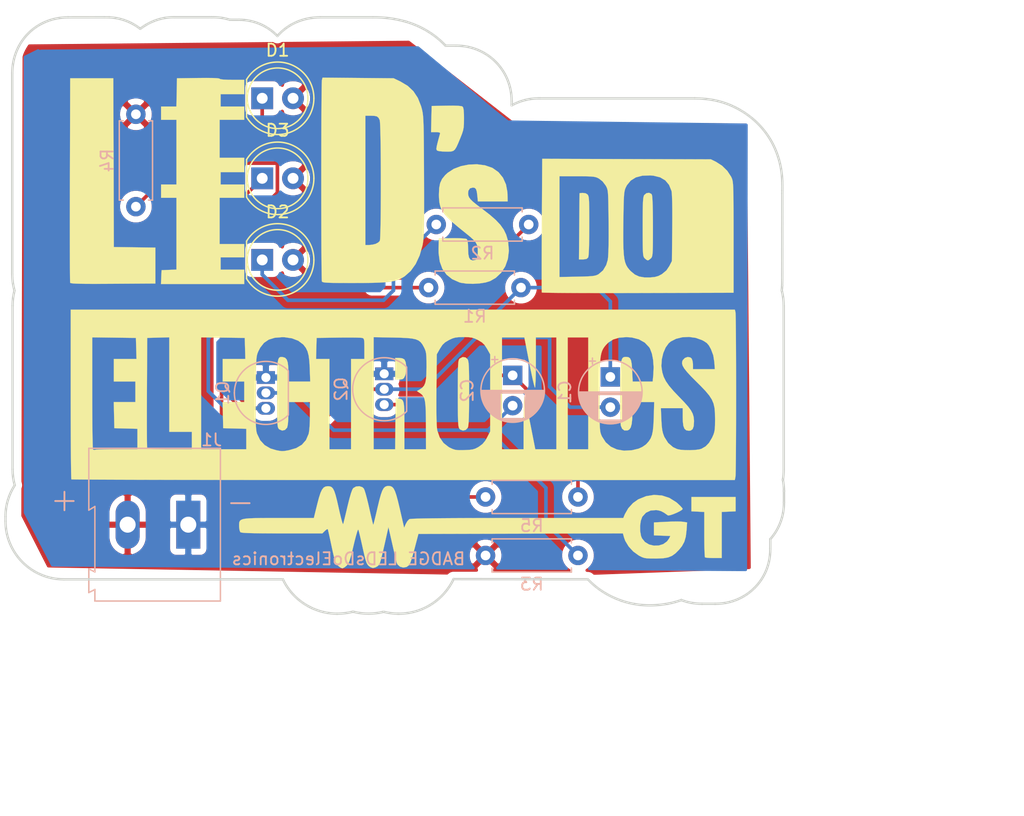
<source format=kicad_pcb>
(kicad_pcb (version 20171130) (host pcbnew "(5.1.6)-1")

  (general
    (thickness 1.6)
    (drawings 66)
    (tracks 65)
    (zones 0)
    (modules 14)
    (nets 10)
  )

  (page USLetter)
  (title_block
    (title "BADGE LEDsDoElectronics")
    (date 2020-09-30)
    (rev v1.0)
    (company "Tesla Lab")
  )

  (layers
    (0 F.Cu signal)
    (31 B.Cu signal)
    (32 B.Adhes user)
    (33 F.Adhes user)
    (34 B.Paste user)
    (35 F.Paste user)
    (36 B.SilkS user)
    (37 F.SilkS user)
    (38 B.Mask user)
    (39 F.Mask user)
    (40 Dwgs.User user)
    (41 Cmts.User user)
    (42 Eco1.User user)
    (43 Eco2.User user)
    (44 Edge.Cuts user)
    (45 Margin user)
    (46 B.CrtYd user)
    (47 F.CrtYd user)
    (48 B.Fab user)
    (49 F.Fab user)
  )

  (setup
    (last_trace_width 0.3)
    (trace_clearance 0.203)
    (zone_clearance 0.508)
    (zone_45_only no)
    (trace_min 0.203)
    (via_size 0.8)
    (via_drill 0.5)
    (via_min_size 0.8)
    (via_min_drill 0.5)
    (uvia_size 0.75)
    (uvia_drill 0.5)
    (uvias_allowed no)
    (uvia_min_size 0.75)
    (uvia_min_drill 0.5)
    (edge_width 0.05)
    (segment_width 0.2)
    (pcb_text_width 0.3)
    (pcb_text_size 1.5 1.5)
    (mod_edge_width 0.12)
    (mod_text_size 1 1)
    (mod_text_width 0.15)
    (pad_size 1.524 1.524)
    (pad_drill 0.762)
    (pad_to_mask_clearance 0.05)
    (aux_axis_origin 0 0)
    (visible_elements FFFFFF7F)
    (pcbplotparams
      (layerselection 0x010fc_ffffffff)
      (usegerberextensions false)
      (usegerberattributes true)
      (usegerberadvancedattributes true)
      (creategerberjobfile true)
      (excludeedgelayer true)
      (linewidth 0.100000)
      (plotframeref false)
      (viasonmask false)
      (mode 1)
      (useauxorigin false)
      (hpglpennumber 1)
      (hpglpenspeed 20)
      (hpglpendiameter 15.000000)
      (psnegative false)
      (psa4output false)
      (plotreference true)
      (plotvalue true)
      (plotinvisibletext false)
      (padsonsilk false)
      (subtractmaskfromsilk false)
      (outputformat 1)
      (mirror false)
      (drillshape 0)
      (scaleselection 1)
      (outputdirectory "GERBER FILES/"))
  )

  (net 0 "")
  (net 1 "Net-(C1-Pad1)")
  (net 2 "Net-(C1-Pad2)")
  (net 3 "Net-(C2-Pad2)")
  (net 4 "Net-(C2-Pad1)")
  (net 5 "Net-(D1-Pad1)")
  (net 6 VCC)
  (net 7 "Net-(D2-Pad1)")
  (net 8 "Net-(D3-Pad1)")
  (net 9 Earth)

  (net_class Default "This is the default net class."
    (clearance 0.203)
    (trace_width 0.3)
    (via_dia 0.8)
    (via_drill 0.5)
    (uvia_dia 0.75)
    (uvia_drill 0.5)
    (diff_pair_width 0.203)
    (diff_pair_gap 0.25)
    (add_net Earth)
    (add_net "Net-(C1-Pad1)")
    (add_net "Net-(C1-Pad2)")
    (add_net "Net-(C2-Pad1)")
    (add_net "Net-(C2-Pad2)")
    (add_net "Net-(D1-Pad1)")
    (add_net "Net-(D2-Pad1)")
    (add_net "Net-(D3-Pad1)")
    (add_net VCC)
  )

  (module SlikScreen:LEDsDoElectronic (layer F.Cu) (tedit 0) (tstamp 5F7589B8)
    (at 137.414 100.711)
    (fp_text reference G*** (at 0 0) (layer F.SilkS) hide
      (effects (font (size 1.524 1.524) (thickness 0.3)))
    )
    (fp_text value LOGO (at 0.75 0) (layer F.SilkS) hide
      (effects (font (size 1.524 1.524) (thickness 0.3)))
    )
    (fp_poly (pts (xy -0.977973 13.458283) (xy -0.840442 13.523519) (xy -0.720918 13.655874) (xy -0.609913 13.87468)
      (xy -0.497937 14.199267) (xy -0.375502 14.648968) (xy -0.233118 15.243115) (xy -0.210816 15.339952)
      (xy 0.145168 16.891) (xy 0.277083 16.580315) (xy 0.405171 16.35481) (xy 0.55259 16.195536)
      (xy 0.579932 16.178148) (xy 0.677134 16.1616) (xy 0.906069 16.146814) (xy 1.270504 16.133752)
      (xy 1.774206 16.122375) (xy 2.420943 16.112645) (xy 3.214482 16.104522) (xy 4.15859 16.097968)
      (xy 5.257036 16.092944) (xy 6.513585 16.089412) (xy 7.932005 16.087332) (xy 9.48142 16.086667)
      (xy 18.211973 16.086667) (xy 18.343463 15.769167) (xy 18.621931 15.283814) (xy 19.013758 14.85287)
      (xy 19.442495 14.547594) (xy 20.090767 14.284925) (xy 20.751282 14.17902) (xy 21.40124 14.227597)
      (xy 22.017843 14.428369) (xy 22.578291 14.779053) (xy 22.688146 14.872813) (xy 22.903272 15.077436)
      (xy 23.056371 15.24445) (xy 23.114 15.336961) (xy 23.041068 15.422411) (xy 22.854119 15.537214)
      (xy 22.600921 15.660731) (xy 22.329243 15.772324) (xy 22.086853 15.851355) (xy 21.921521 15.877186)
      (xy 21.886602 15.867245) (xy 21.574175 15.649183) (xy 21.32883 15.520188) (xy 21.093321 15.454367)
      (xy 20.92902 15.434087) (xy 20.472369 15.46842) (xy 20.087852 15.648289) (xy 19.795677 15.963772)
      (xy 19.772546 16.002) (xy 19.6562 16.322268) (xy 19.600903 16.733696) (xy 19.607331 17.169237)
      (xy 19.676158 17.561848) (xy 19.754844 17.762577) (xy 20.00534 18.069538) (xy 20.344341 18.27085)
      (xy 20.733626 18.366258) (xy 21.134978 18.355507) (xy 21.510177 18.238344) (xy 21.821003 18.014512)
      (xy 21.988402 17.777459) (xy 22.092939 17.568333) (xy 21.418136 17.543742) (xy 20.743333 17.519152)
      (xy 20.743333 16.45114) (xy 21.7805 16.39673) (xy 22.217157 16.379686) (xy 22.623607 16.374293)
      (xy 22.95243 16.380551) (xy 23.14638 16.396725) (xy 23.475095 16.451129) (xy 23.430901 17.095896)
      (xy 23.367935 17.62698) (xy 23.248038 18.046809) (xy 23.050358 18.409574) (xy 22.810502 18.708114)
      (xy 22.514776 19.00471) (xy 22.227832 19.209682) (xy 21.907937 19.338578) (xy 21.513355 19.406949)
      (xy 21.002354 19.430344) (xy 20.870333 19.431) (xy 20.453416 19.428201) (xy 20.159902 19.414056)
      (xy 19.943883 19.379942) (xy 19.759449 19.317239) (xy 19.560694 19.217325) (xy 19.473333 19.168636)
      (xy 19.032375 18.847329) (xy 18.653342 18.432929) (xy 18.377116 17.975091) (xy 18.284301 17.724458)
      (xy 18.181098 17.355852) (xy 1.323464 17.399) (xy 1.005414 18.611948) (xy 0.885629 19.050481)
      (xy 0.771161 19.436714) (xy 0.672423 19.7378) (xy 0.599823 19.920891) (xy 0.579995 19.954268)
      (xy 0.344894 20.126801) (xy 0.069896 20.17238) (xy -0.19523 20.100737) (xy -0.400718 19.921606)
      (xy -0.480081 19.74696) (xy -0.518737 19.586944) (xy -0.586882 19.295888) (xy -0.67661 18.907906)
      (xy -0.780016 18.457111) (xy -0.84436 18.174973) (xy -1.149437 16.83428) (xy -1.476887 18.301973)
      (xy -1.588288 18.787148) (xy -1.693966 19.221583) (xy -1.786172 19.575354) (xy -1.857159 19.818539)
      (xy -1.894655 19.915357) (xy -2.037695 20.054407) (xy -2.219654 20.158255) (xy -2.428108 20.210608)
      (xy -2.613938 20.148983) (xy -2.670356 20.11392) (xy -2.778936 20.034482) (xy -2.866638 19.939385)
      (xy -2.94273 19.803433) (xy -3.016478 19.601428) (xy -3.097148 19.308174) (xy -3.194007 18.898473)
      (xy -3.310726 18.372667) (xy -3.409417 17.932054) (xy -3.499786 17.546332) (xy -3.573964 17.247785)
      (xy -3.624088 17.068697) (xy -3.636279 17.036472) (xy -3.672467 17.078285) (xy -3.737938 17.261426)
      (xy -3.825603 17.561845) (xy -3.928371 17.955488) (xy -4.023093 18.348805) (xy -4.152167 18.890381)
      (xy -4.256952 19.292273) (xy -4.346376 19.580843) (xy -4.429367 19.78245) (xy -4.514854 19.923455)
      (xy -4.583206 20.0025) (xy -4.767428 20.154533) (xy -4.928839 20.232586) (xy -4.953 20.235333)
      (xy -5.100557 20.178528) (xy -5.28613 20.038311) (xy -5.323198 20.0025) (xy -5.416197 19.890781)
      (xy -5.496531 19.744123) (xy -5.573201 19.534736) (xy -5.655207 19.234825) (xy -5.751549 18.816599)
      (xy -5.837278 18.415) (xy -5.934463 17.956629) (xy -6.021242 17.557349) (xy -6.09113 17.246214)
      (xy -6.137644 17.052281) (xy -6.152545 17.0023) (xy -6.225214 17.01582) (xy -6.363185 17.124297)
      (xy -6.390104 17.150467) (xy -6.596304 17.356667) (xy -9.927552 17.356667) (xy -10.83239 17.355234)
      (xy -11.579105 17.350714) (xy -12.178885 17.342777) (xy -12.642918 17.331091) (xy -12.98239 17.315326)
      (xy -13.208491 17.295149) (xy -13.332408 17.27023) (xy -13.3604 17.255067) (xy -13.421111 17.114241)
      (xy -13.457429 16.875319) (xy -13.462 16.751867) (xy -13.461104 16.583093) (xy -13.447932 16.445579)
      (xy -13.40676 16.336126) (xy -13.321863 16.251533) (xy -13.177518 16.1886) (xy -12.957999 16.144127)
      (xy -12.647583 16.114915) (xy -12.230545 16.097762) (xy -11.69116 16.08947) (xy -11.013705 16.086838)
      (xy -10.193334 16.086667) (xy -7.301012 16.086667) (xy -7.025668 14.964833) (xy -6.882514 14.417263)
      (xy -6.753019 14.016243) (xy -6.62489 13.740994) (xy -6.485834 13.570734) (xy -6.323559 13.484681)
      (xy -6.136698 13.462) (xy -5.969539 13.477808) (xy -5.832839 13.538643) (xy -5.716668 13.664622)
      (xy -5.611094 13.875862) (xy -5.506187 14.192481) (xy -5.392018 14.634597) (xy -5.258656 15.222325)
      (xy -5.251396 15.25548) (xy -5.146584 15.716851) (xy -5.050927 16.104559) (xy -4.970849 16.395179)
      (xy -4.912777 16.565287) (xy -4.884098 16.594667) (xy -4.849808 16.472144) (xy -4.785148 16.215515)
      (xy -4.697676 15.855706) (xy -4.594944 15.423642) (xy -4.524668 15.123442) (xy -4.375065 14.516471)
      (xy -4.243576 14.057725) (xy -4.132316 13.753944) (xy -4.053276 13.620609) (xy -3.822011 13.487049)
      (xy -3.549437 13.461831) (xy -3.301136 13.54189) (xy -3.175108 13.661619) (xy -3.113615 13.809081)
      (xy -3.026695 14.090078) (xy -2.923227 14.472323) (xy -2.812089 14.923527) (xy -2.733407 15.267981)
      (xy -2.630136 15.727332) (xy -2.538325 16.120803) (xy -2.464368 16.422177) (xy -2.41466 16.605233)
      (xy -2.396648 16.64887) (xy -2.370097 16.561992) (xy -2.312644 16.337319) (xy -2.230969 16.002164)
      (xy -2.13175 15.583844) (xy -2.04349 15.204453) (xy -1.901163 14.611313) (xy -1.778074 14.165067)
      (xy -1.66408 13.845843) (xy -1.549032 13.633769) (xy -1.422786 13.508976) (xy -1.275196 13.45159)
      (xy -1.143 13.440833) (xy -0.977973 13.458283)) (layer F.SilkS) (width 0.01))
    (fp_poly (pts (xy 27.474333 15.536333) (xy 26.331333 15.586403) (xy 26.331333 19.388667) (xy 25.668111 19.388667)
      (xy 25.347766 19.381914) (xy 25.096295 19.364022) (xy 24.958908 19.338535) (xy 24.948444 19.332222)
      (xy 24.931917 19.23454) (xy 24.9173 18.992813) (xy 24.905344 18.632328) (xy 24.8968 18.178369)
      (xy 24.892419 17.656221) (xy 24.892 17.431262) (xy 24.892 15.586747) (xy 23.833666 15.536333)
      (xy 23.833666 14.351) (xy 27.474333 14.351) (xy 27.474333 15.536333)) (layer F.SilkS) (width 0.01))
    (fp_poly (pts (xy 27.463302 -0.910167) (xy 27.472437 -0.792387) (xy 27.480676 -0.521154) (xy 27.488018 -0.112345)
      (xy 27.494462 0.418163) (xy 27.500009 1.054493) (xy 27.504656 1.780766) (xy 27.508405 2.581106)
      (xy 27.511254 3.439635) (xy 27.513203 4.340476) (xy 27.514251 5.267752) (xy 27.514398 6.205584)
      (xy 27.513644 7.138096) (xy 27.511987 8.049411) (xy 27.509427 8.92365) (xy 27.505965 9.744936)
      (xy 27.501598 10.497393) (xy 27.496327 11.165142) (xy 27.490151 11.732307) (xy 27.48307 12.183009)
      (xy 27.475083 12.501372) (xy 27.46619 12.671518) (xy 27.46375 12.689417) (xy 27.410833 12.954)
      (xy 0.088194 12.954) (xy -2.052504 12.953827) (xy -4.149577 12.953317) (xy -6.196699 12.952484)
      (xy -8.187542 12.951339) (xy -10.115778 12.949897) (xy -11.975081 12.94817) (xy -13.759123 12.946171)
      (xy -15.461576 12.943914) (xy -17.076114 12.941411) (xy -18.596409 12.938675) (xy -20.016133 12.93572)
      (xy -21.32896 12.932558) (xy -22.528562 12.929203) (xy -23.608611 12.925668) (xy -24.562781 12.921965)
      (xy -25.384744 12.918108) (xy -26.068172 12.914109) (xy -26.606738 12.909983) (xy -26.994115 12.905741)
      (xy -27.223976 12.901397) (xy -27.290889 12.897555) (xy -27.299562 12.806152) (xy -27.307827 12.558042)
      (xy -27.315585 12.165855) (xy -27.322733 11.642217) (xy -27.32917 10.999756) (xy -27.334795 10.2511)
      (xy -27.339505 9.408876) (xy -27.343201 8.485711) (xy -27.34578 7.494233) (xy -27.347141 6.44707)
      (xy -27.347334 5.870222) (xy -27.347334 5.783872) (xy -25.569334 5.783872) (xy -25.568277 6.651177)
      (xy -25.565238 7.467286) (xy -25.560416 8.21656) (xy -25.554008 8.883358) (xy -25.546213 9.452043)
      (xy -25.537229 9.906974) (xy -25.527255 10.232512) (xy -25.516488 10.413018) (xy -25.510256 10.444855)
      (xy -25.389169 10.47241) (xy -25.333998 10.458966) (xy -25.21639 10.445172) (xy -24.957256 10.433089)
      (xy -24.584399 10.423412) (xy -24.125623 10.416834) (xy -23.608734 10.414048) (xy -23.530409 10.414)
      (xy -21.844 10.414) (xy -21.844 8.726212) (xy -22.7965 8.702273) (xy -23.749 8.678333)
      (xy -23.761181 8.123402) (xy -21.067128 8.123402) (xy -21.065803 8.783617) (xy -21.063014 9.345769)
      (xy -21.058826 9.793794) (xy -21.053304 10.111629) (xy -21.046513 10.283211) (xy -21.043166 10.308167)
      (xy -20.985959 10.345273) (xy -20.835702 10.373363) (xy -20.5763 10.39335) (xy -20.191654 10.406149)
      (xy -19.665667 10.412673) (xy -19.179658 10.414) (xy -17.356667 10.414) (xy -16.594667 10.414)
      (xy -12.869334 10.414) (xy -12.869334 8.726212) (xy -13.821834 8.702273) (xy -14.774334 8.678333)
      (xy -14.806113 7.23056) (xy -12.098272 7.23056) (xy -12.096071 7.765155) (xy -12.088963 8.185012)
      (xy -12.076375 8.508317) (xy -12.057737 8.75326) (xy -12.032477 8.938028) (xy -12.000023 9.080808)
      (xy -11.983739 9.133748) (xy -11.730289 9.662149) (xy -11.360953 10.06767) (xy -10.874022 10.35177)
      (xy -10.391377 10.494054) (xy -10.123718 10.545074) (xy -9.937237 10.567151) (xy -9.762078 10.560095)
      (xy -9.528384 10.523715) (xy -9.35005 10.491222) (xy -8.752686 10.318726) (xy -8.28771 10.042556)
      (xy -7.950754 9.658895) (xy -7.737452 9.163929) (xy -7.711077 9.059333) (xy -7.677024 8.824938)
      (xy -7.648864 8.469772) (xy -7.629556 8.042369) (xy -7.62207 7.598833) (xy -7.62 6.519333)
      (xy -9.398 6.519333) (xy -9.399249 7.471833) (xy -9.410588 7.96666) (xy -9.441667 8.348924)
      (xy -9.490213 8.594104) (xy -9.507201 8.636) (xy -9.681053 8.822682) (xy -9.912061 8.872482)
      (xy -10.145165 8.775329) (xy -10.166983 8.756681) (xy -10.211528 8.708458) (xy -10.247102 8.641133)
      (xy -10.27471 8.536695) (xy -10.295355 8.377133) (xy -10.310041 8.144437) (xy -10.319774 7.820595)
      (xy -10.325558 7.387597) (xy -10.328396 6.827432) (xy -10.329293 6.122089) (xy -10.329334 5.84506)
      (xy -10.328659 5.041016) (xy -10.325005 4.390424) (xy -10.315925 3.877402) (xy -10.298971 3.48607)
      (xy -10.271699 3.200547) (xy -10.23166 3.004951) (xy -10.176409 2.883402) (xy -10.1035 2.820019)
      (xy -10.010485 2.79892) (xy -9.894918 2.804225) (xy -9.861454 2.807903) (xy -9.669862 2.867492)
      (xy -9.536181 3.009825) (xy -9.452105 3.257094) (xy -9.409327 3.631492) (xy -9.399249 4.042833)
      (xy -9.398 4.826) (xy -7.599978 4.826) (xy -7.637629 3.7465) (xy -7.670431 3.153188)
      (xy -7.69431 2.963333) (xy -7.117924 2.963333) (xy -6.011334 2.963333) (xy -6.011334 10.414)
      (xy -4.233334 10.414) (xy -2.370667 10.414) (xy -0.595625 10.414) (xy -0.57298 8.3185)
      (xy -0.550334 6.223) (xy -0.296334 6.248565) (xy -0.154814 6.269554) (xy -0.045285 6.313619)
      (xy 0.036344 6.400382) (xy 0.094162 6.549464) (xy 0.132259 6.780487) (xy 0.154724 7.113072)
      (xy 0.165645 7.566839) (xy 0.169114 8.161411) (xy 0.169333 8.482849) (xy 0.169333 10.414)
      (xy 1.947333 10.414) (xy 1.942554 8.487833) (xy 1.938013 7.780083) (xy 1.925846 7.220684)
      (xy 1.902365 6.788703) (xy 1.866911 6.488812) (xy 2.802775 6.488812) (xy 2.805043 7.308992)
      (xy 2.815527 7.963011) (xy 2.834209 8.450008) (xy 2.861073 8.769119) (xy 2.87589 8.858014)
      (xy 3.075219 9.43555) (xy 3.393353 9.897274) (xy 3.825551 10.236642) (xy 3.906085 10.279712)
      (xy 4.144057 10.390958) (xy 4.352098 10.456733) (xy 4.58631 10.486344) (xy 4.902799 10.4891)
      (xy 5.12927 10.482642) (xy 5.517218 10.463393) (xy 5.79058 10.428636) (xy 6.004083 10.365285)
      (xy 6.212458 10.260253) (xy 6.313306 10.199513) (xy 6.609208 9.978682) (xy 6.83409 9.706106)
      (xy 6.983702 9.443499) (xy 7.239 8.944306) (xy 7.239 2.582333) (xy 6.975902 2.116667)
      (xy 6.776405 1.809968) (xy 6.555798 1.596748) (xy 6.243471 1.409096) (xy 6.236444 1.405467)
      (xy 5.969982 1.279691) (xy 5.733254 1.205535) (xy 5.579524 1.185333) (xy 8.212666 1.185333)
      (xy 8.212666 10.414) (xy 9.990666 10.414) (xy 9.993241 8.1915) (xy 9.996447 7.606128)
      (xy 10.004175 7.087935) (xy 10.015714 6.657392) (xy 10.030354 6.334965) (xy 10.047386 6.141122)
      (xy 10.065919 6.096) (xy 10.100961 6.211322) (xy 10.162684 6.468945) (xy 10.245882 6.844865)
      (xy 10.345348 7.315079) (xy 10.455876 7.855583) (xy 10.547984 8.3185) (xy 10.959946 10.414)
      (xy 12.7 10.414) (xy 12.7 1.185333) (xy 13.631333 1.185333) (xy 13.631333 10.414)
      (xy 15.324666 10.414) (xy 15.324666 5.9632) (xy 16.256827 5.9632) (xy 16.257293 6.750853)
      (xy 16.25895 7.388095) (xy 16.262909 7.893852) (xy 16.270282 8.287047) (xy 16.282181 8.586604)
      (xy 16.299719 8.811446) (xy 16.324008 8.980497) (xy 16.356159 9.112681) (xy 16.397285 9.226922)
      (xy 16.448498 9.342143) (xy 16.456395 9.359126) (xy 16.767214 9.841608) (xy 17.184798 10.201313)
      (xy 17.694323 10.43332) (xy 18.280962 10.532705) (xy 18.92989 10.494546) (xy 19.479732 10.363002)
      (xy 19.783227 10.22463) (xy 20.065849 10.02906) (xy 20.131607 9.967601) (xy 20.331466 9.737637)
      (xy 20.479532 9.499107) (xy 20.584334 9.220463) (xy 20.654401 8.870157) (xy 20.698262 8.41664)
      (xy 20.724445 7.828364) (xy 20.726214 7.768167) (xy 20.747317 7.027333) (xy 21.31238 7.027333)
      (xy 21.354818 7.988989) (xy 21.38205 8.457081) (xy 21.42142 8.804032) (xy 21.48155 9.077998)
      (xy 21.571066 9.327136) (xy 21.610399 9.416212) (xy 21.910655 9.890137) (xy 22.313943 10.237027)
      (xy 22.648333 10.396512) (xy 22.916949 10.453034) (xy 23.288265 10.484134) (xy 23.706134 10.490325)
      (xy 24.114404 10.472119) (xy 24.456926 10.430028) (xy 24.648826 10.37827) (xy 25.000446 10.177409)
      (xy 25.282665 9.885708) (xy 25.530126 9.466154) (xy 25.558967 9.405806) (xy 25.655288 9.184904)
      (xy 25.719058 8.982343) (xy 25.756854 8.754002) (xy 25.775255 8.455757) (xy 25.780836 8.043486)
      (xy 25.781 7.916333) (xy 25.771735 7.4118) (xy 25.734004 6.995922) (xy 25.652903 6.638648)
      (xy 25.513527 6.309926) (xy 25.300971 5.979703) (xy 25.00033 5.617927) (xy 24.596701 5.194545)
      (xy 24.270345 4.870399) (xy 23.812616 4.411112) (xy 23.473211 4.043933) (xy 23.241194 3.751585)
      (xy 23.105627 3.51679) (xy 23.055575 3.32227) (xy 23.080099 3.150749) (xy 23.122752 3.057548)
      (xy 23.294776 2.879402) (xy 23.519369 2.801898) (xy 23.736334 2.83559) (xy 23.850658 2.929919)
      (xy 23.920129 3.107413) (xy 23.9582 3.365055) (xy 23.960666 3.445182) (xy 23.960666 3.81)
      (xy 25.761419 3.81) (xy 25.719142 3.219127) (xy 25.633092 2.665307) (xy 25.445507 2.165727)
      (xy 25.432599 2.139627) (xy 25.270064 1.84743) (xy 25.103268 1.653411) (xy 24.870957 1.496296)
      (xy 24.700257 1.407001) (xy 24.188983 1.223846) (xy 23.635027 1.147786) (xy 23.079896 1.174899)
      (xy 22.565099 1.301262) (xy 22.132144 1.522954) (xy 21.961906 1.665738) (xy 21.706968 2.017596)
      (xy 21.510543 2.479607) (xy 21.388625 2.998015) (xy 21.357206 3.519066) (xy 21.367402 3.663904)
      (xy 21.431672 4.069918) (xy 21.545015 4.438241) (xy 21.724426 4.797347) (xy 21.986901 5.175711)
      (xy 22.349434 5.60181) (xy 22.815883 6.090823) (xy 23.247767 6.538843) (xy 23.567761 6.901681)
      (xy 23.791601 7.20545) (xy 23.935024 7.476258) (xy 24.013764 7.740216) (xy 24.043557 8.023433)
      (xy 24.045333 8.130847) (xy 24.019264 8.511876) (xy 23.933494 8.751059) (xy 23.776675 8.868834)
      (xy 23.623822 8.89) (xy 23.408224 8.851732) (xy 23.258985 8.72318) (xy 23.166711 8.483721)
      (xy 23.122013 8.112734) (xy 23.114 7.770494) (xy 23.114 7.027333) (xy 21.31238 7.027333)
      (xy 20.747317 7.027333) (xy 20.761789 6.519333) (xy 18.965333 6.519333) (xy 18.964861 7.344833)
      (xy 18.951138 7.910238) (xy 18.907506 8.326501) (xy 18.829156 8.611941) (xy 18.711282 8.784879)
      (xy 18.567431 8.859474) (xy 18.303264 8.863984) (xy 18.116647 8.721026) (xy 18.011876 8.472714)
      (xy 17.994637 8.31979) (xy 17.980598 8.02123) (xy 17.970143 7.600708) (xy 17.963656 7.081898)
      (xy 17.961519 6.488473) (xy 17.964115 5.844108) (xy 17.965968 5.635043) (xy 17.974449 4.867203)
      (xy 17.984785 4.251831) (xy 17.999894 3.772061) (xy 18.022692 3.411032) (xy 18.056095 3.151879)
      (xy 18.10302 2.97774) (xy 18.166384 2.871751) (xy 18.249102 2.817049) (xy 18.354092 2.79677)
      (xy 18.457333 2.794) (xy 18.638078 2.817562) (xy 18.766266 2.904696) (xy 18.85245 3.080077)
      (xy 18.907184 3.368377) (xy 18.941025 3.794269) (xy 18.948191 3.94149) (xy 18.987529 4.826)
      (xy 20.636787 4.826) (xy 20.690715 4.2545) (xy 20.714949 3.63236) (xy 20.673607 3.042191)
      (xy 20.572589 2.522955) (xy 20.417794 2.113613) (xy 20.349237 1.999494) (xy 19.981922 1.614009)
      (xy 19.498846 1.342852) (xy 18.914939 1.192675) (xy 18.472369 1.163052) (xy 17.869051 1.209463)
      (xy 17.381436 1.355867) (xy 16.981318 1.61302) (xy 16.788801 1.805018) (xy 16.657376 1.96419)
      (xy 16.549435 2.125769) (xy 16.462691 2.307633) (xy 16.394858 2.527661) (xy 16.343646 2.803731)
      (xy 16.30677 3.153722) (xy 16.281942 3.595512) (xy 16.266874 4.14698) (xy 16.25928 4.826005)
      (xy 16.256872 5.650465) (xy 16.256827 5.9632) (xy 15.324666 5.9632) (xy 15.324666 1.185333)
      (xy 13.631333 1.185333) (xy 12.7 1.185333) (xy 11.006666 1.185333) (xy 11.006666 3.259667)
      (xy 11.003769 3.832157) (xy 10.995624 4.34412) (xy 10.983053 4.772655) (xy 10.966875 5.094863)
      (xy 10.947911 5.287844) (xy 10.932329 5.334) (xy 10.896611 5.254471) (xy 10.835162 5.03077)
      (xy 10.753096 4.685226) (xy 10.655528 4.240167) (xy 10.547573 3.71792) (xy 10.457189 3.259667)
      (xy 10.056385 1.185333) (xy 8.212666 1.185333) (xy 5.579524 1.185333) (xy 5.462723 1.169984)
      (xy 5.094855 1.160027) (xy 5.037666 1.159933) (xy 4.652806 1.167561) (xy 4.373391 1.199121)
      (xy 4.135885 1.267627) (xy 3.876755 1.386091) (xy 3.838889 1.405467) (xy 3.52422 1.593284)
      (xy 3.302567 1.805424) (xy 3.103318 2.109797) (xy 3.09943 2.116667) (xy 2.836333 2.582333)
      (xy 2.80874 5.503333) (xy 2.802775 6.488812) (xy 1.866911 6.488812) (xy 1.863883 6.463203)
      (xy 1.806713 6.223249) (xy 1.727166 6.047906) (xy 1.621556 5.916239) (xy 1.486195 5.807312)
      (xy 1.468262 5.795101) (xy 1.200859 5.615338) (xy 1.447529 5.469626) (xy 1.64572 5.329629)
      (xy 1.790132 5.160328) (xy 1.888747 4.934171) (xy 1.949549 4.623604) (xy 1.980518 4.201074)
      (xy 1.989639 3.639027) (xy 1.989666 3.598333) (xy 1.987479 3.117572) (xy 1.977691 2.769452)
      (xy 1.955464 2.517304) (xy 1.915961 2.324459) (xy 1.854342 2.154247) (xy 1.778 1.994099)
      (xy 1.646644 1.758434) (xy 1.504758 1.576295) (xy 1.329103 1.440342) (xy 1.096435 1.343237)
      (xy 0.783516 1.277641) (xy 0.367102 1.236214) (xy -0.176046 1.211618) (xy -0.740834 1.198708)
      (xy -2.370667 1.16975) (xy -2.370667 10.414) (xy -4.233334 10.414) (xy -4.233334 2.963333)
      (xy -3.132667 2.963333) (xy -3.132667 2.11828) (xy -3.134803 1.733018) (xy -3.145864 1.48441)
      (xy -3.172827 1.339786) (xy -3.222672 1.266478) (xy -3.302377 1.231817) (xy -3.323167 1.226487)
      (xy -3.46283 1.213559) (xy -3.743408 1.204309) (xy -4.136515 1.199067) (xy -4.613766 1.19816)
      (xy -5.146775 1.201917) (xy -5.291667 1.203708) (xy -7.069667 1.227667) (xy -7.093796 2.0955)
      (xy -7.117924 2.963333) (xy -7.69431 2.963333) (xy -7.727963 2.695783) (xy -7.819243 2.341586)
      (xy -7.953292 2.057901) (xy -8.139129 1.812032) (xy -8.184779 1.762977) (xy -8.584587 1.462767)
      (xy -9.101483 1.262918) (xy -9.71015 1.172174) (xy -9.909267 1.167542) (xy -10.524998 1.21765)
      (xy -11.018144 1.370113) (xy -11.409442 1.637096) (xy -11.719623 2.030767) (xy -11.868356 2.31712)
      (xy -11.920401 2.436869) (xy -11.962539 2.555013) (xy -11.995995 2.690467) (xy -12.021995 2.862146)
      (xy -12.041761 3.088966) (xy -12.05652 3.389841) (xy -12.067495 3.783685) (xy -12.075912 4.289414)
      (xy -12.082993 4.925943) (xy -12.089965 5.712187) (xy -12.090237 5.744399) (xy -12.096137 6.563037)
      (xy -12.098272 7.23056) (xy -14.806113 7.23056) (xy -14.821726 6.519333) (xy -13.038667 6.519333)
      (xy -13.038667 4.826) (xy -14.816667 4.826) (xy -14.816667 2.963333) (xy -12.948077 2.963333)
      (xy -12.972205 2.0955) (xy -12.996334 1.227667) (xy -14.7955 1.204816) (xy -16.594667 1.181966)
      (xy -16.594667 10.414) (xy -17.356667 10.414) (xy -17.356667 8.974667) (xy -19.219334 8.974667)
      (xy -19.219334 1.179604) (xy -20.1295 1.203635) (xy -21.039667 1.227667) (xy -21.061675 5.715)
      (xy -21.065129 6.57303) (xy -21.066925 7.381185) (xy -21.067128 8.123402) (xy -23.761181 8.123402)
      (xy -23.772697 7.598833) (xy -23.796393 6.519333) (xy -22.013334 6.519333) (xy -22.013334 4.826)
      (xy -23.791334 4.826) (xy -23.791334 2.963333) (xy -21.922743 2.963333) (xy -21.946872 2.0955)
      (xy -21.971 1.227667) (xy -23.770167 1.204816) (xy -25.569334 1.181966) (xy -25.569334 5.783872)
      (xy -27.347334 5.783872) (xy -27.347334 -1.100667) (xy 27.41225 -1.100667) (xy 27.463302 -0.910167)) (layer F.SilkS) (width 0.01))
    (fp_poly (pts (xy 18.485913 -13.526938) (xy 25.442333 -13.504333) (xy 25.859139 -13.299194) (xy 26.358794 -12.977129)
      (xy 26.789957 -12.55288) (xy 27.104173 -12.074902) (xy 27.123037 -12.035296) (xy 27.162676 -11.945932)
      (xy 27.196096 -11.853906) (xy 27.223829 -11.744742) (xy 27.246403 -11.603967) (xy 27.264351 -11.417106)
      (xy 27.278201 -11.169684) (xy 27.288485 -10.847228) (xy 27.295733 -10.435262) (xy 27.300476 -9.919312)
      (xy 27.303243 -9.284904) (xy 27.304565 -8.517564) (xy 27.304973 -7.602817) (xy 27.305 -7.069667)
      (xy 27.305 -2.497667) (xy 19.415099 -2.476065) (xy 18.274441 -2.473613) (xy 17.182616 -2.472575)
      (xy 16.151426 -2.472887) (xy 15.192669 -2.474487) (xy 14.318146 -2.47731) (xy 13.539657 -2.481294)
      (xy 12.869002 -2.486377) (xy 12.317981 -2.492494) (xy 11.898393 -2.499583) (xy 11.62204 -2.507581)
      (xy 11.50072 -2.516424) (xy 11.496037 -2.518398) (xy 11.491469 -2.611975) (xy 11.488065 -2.860577)
      (xy 11.48582 -3.2499) (xy 11.484728 -3.76564) (xy 11.48473 -3.796012) (xy 12.954 -3.796012)
      (xy 14.4145 -3.824173) (xy 14.958782 -3.836658) (xy 15.362462 -3.852245) (xy 15.654272 -3.874242)
      (xy 15.862943 -3.905952) (xy 16.017207 -3.95068) (xy 16.145794 -4.011734) (xy 16.171045 -4.026244)
      (xy 16.543826 -4.341971) (xy 16.807266 -4.786421) (xy 16.93291 -5.204962) (xy 16.963264 -5.453382)
      (xy 16.985703 -5.863851) (xy 17.000071 -6.429261) (xy 17.006212 -7.142505) (xy 17.00553 -7.402233)
      (xy 18.21232 -7.402233) (xy 18.213878 -6.699747) (xy 18.22713 -6.128591) (xy 18.255021 -5.669814)
      (xy 18.300492 -5.304462) (xy 18.366488 -5.013584) (xy 18.455951 -4.778229) (xy 18.571823 -4.579444)
      (xy 18.717049 -4.398277) (xy 18.838117 -4.271426) (xy 19.167613 -4.000101) (xy 19.52745 -3.83468)
      (xy 19.961646 -3.761006) (xy 20.427443 -3.760198) (xy 20.81023 -3.797254) (xy 21.105889 -3.880142)
      (xy 21.395032 -4.031509) (xy 21.396474 -4.0324) (xy 21.771189 -4.342974) (xy 22.008697 -4.697212)
      (xy 22.225 -5.117246) (xy 22.250491 -7.846349) (xy 22.25534 -8.693353) (xy 22.253166 -9.421254)
      (xy 22.244188 -10.019425) (xy 22.228625 -10.477242) (xy 22.206699 -10.78408) (xy 22.187171 -10.905271)
      (xy 21.984869 -11.399892) (xy 21.674465 -11.769941) (xy 21.249579 -12.020079) (xy 20.703832 -12.154965)
      (xy 20.444567 -12.177989) (xy 19.789688 -12.156157) (xy 19.252633 -12.015307) (xy 18.828296 -11.752876)
      (xy 18.511569 -11.3663) (xy 18.403915 -11.153756) (xy 18.358633 -11.033328) (xy 18.322358 -10.890017)
      (xy 18.293793 -10.703461) (xy 18.271644 -10.453296) (xy 18.254615 -10.11916) (xy 18.241411 -9.680689)
      (xy 18.230736 -9.117522) (xy 18.221295 -8.409294) (xy 18.219515 -8.255) (xy 18.21232 -7.402233)
      (xy 17.00553 -7.402233) (xy 17.003967 -7.996477) (xy 17.001328 -8.31124) (xy 16.993942 -9.050828)
      (xy 16.986621 -9.641048) (xy 16.977801 -10.101857) (xy 16.965918 -10.453212) (xy 16.949409 -10.715071)
      (xy 16.926709 -10.90739) (xy 16.896254 -11.050128) (xy 16.856481 -11.163242) (xy 16.805825 -11.266688)
      (xy 16.763759 -11.342775) (xy 16.507721 -11.680661) (xy 16.213426 -11.912882) (xy 16.078734 -11.982999)
      (xy 15.940664 -12.033659) (xy 15.769671 -12.068032) (xy 15.536211 -12.08929) (xy 15.210738 -12.100603)
      (xy 14.763709 -12.105141) (xy 14.4145 -12.105941) (xy 12.954 -12.107333) (xy 12.954 -3.796012)
      (xy 11.48473 -3.796012) (xy 11.484784 -4.393492) (xy 11.485983 -5.119153) (xy 11.488318 -5.928318)
      (xy 11.491784 -6.806683) (xy 11.496375 -7.739944) (xy 11.498185 -8.065938) (xy 11.529493 -13.549542)
      (xy 18.485913 -13.526938)) (layer F.SilkS) (width 0.01))
    (fp_poly (pts (xy -23.790351 -6.268836) (xy -22.076342 -6.245918) (xy -20.362334 -6.223) (xy -20.362334 -3.259667)
      (xy -23.85713 -3.237559) (xy -24.755331 -3.232908) (xy -25.497087 -3.231567) (xy -26.095259 -3.233845)
      (xy -26.562708 -3.24005) (xy -26.912295 -3.250489) (xy -27.156883 -3.265471) (xy -27.309331 -3.285303)
      (xy -27.382503 -3.310294) (xy -27.392621 -3.322226) (xy -27.398121 -3.420222) (xy -27.402969 -3.675963)
      (xy -27.407141 -4.077864) (xy -27.41061 -4.614337) (xy -27.41335 -5.273797) (xy -27.415336 -6.044656)
      (xy -27.416543 -6.915328) (xy -27.416943 -7.874226) (xy -27.416513 -8.909765) (xy -27.415225 -10.010357)
      (xy -27.413054 -11.164416) (xy -27.411492 -11.811) (xy -27.389667 -20.193) (xy -23.833667 -20.193)
      (xy -23.790351 -6.268836)) (layer F.SilkS) (width 0.01))
    (fp_poly (pts (xy -15.645016 -20.214879) (xy -15.292676 -20.199202) (xy -15.104006 -20.173568) (xy -15.070667 -20.152385)
      (xy -14.988721 -20.113397) (xy -14.753228 -20.085248) (xy -14.379708 -20.069257) (xy -14.054667 -20.066)
      (xy -13.038667 -20.066) (xy -13.038667 -18.880667) (xy -14.986 -18.880667) (xy -14.986 -17.864667)
      (xy -13.038667 -17.864667) (xy -13.038667 -16.764) (xy -15.070667 -16.764) (xy -15.070667 -13.631333)
      (xy -13.038667 -13.631333) (xy -13.038667 -12.446) (xy -14.986 -12.446) (xy -14.986 -11.43)
      (xy -13.038667 -11.43) (xy -13.038667 -10.329333) (xy -15.070667 -10.329333) (xy -15.070667 -6.519333)
      (xy -13.038667 -6.519333) (xy -13.038667 -5.418667) (xy -14.986 -5.418667) (xy -14.986 -4.402667)
      (xy -13.038667 -4.402667) (xy -13.038667 -3.217333) (xy -19.904404 -3.217333) (xy -19.854334 -4.360333)
      (xy -19.2405 -4.385209) (xy -18.626667 -4.410085) (xy -18.626667 -10.329333) (xy -19.896667 -10.329333)
      (xy -19.896667 -11.43) (xy -18.626667 -11.43) (xy -18.626667 -16.764) (xy -19.896667 -16.764)
      (xy -19.896667 -17.864667) (xy -18.631446 -17.864667) (xy -18.60789 -19.028833) (xy -18.584334 -20.193)
      (xy -16.8275 -20.215885) (xy -16.157725 -20.22048) (xy -15.645016 -20.214879)) (layer F.SilkS) (width 0.01))
    (fp_poly (pts (xy 6.807769 -13.012033) (xy 7.389027 -12.813744) (xy 7.446063 -12.785357) (xy 7.923861 -12.446949)
      (xy 8.293061 -11.989981) (xy 8.542256 -11.434558) (xy 8.660043 -10.800782) (xy 8.667626 -10.632144)
      (xy 8.678333 -10.033) (xy 6.223 -10.033) (xy 6.179775 -10.498667) (xy 6.134859 -10.843962)
      (xy 6.067669 -11.051163) (xy 5.961271 -11.151423) (xy 5.811603 -11.176) (xy 5.573216 -11.111107)
      (xy 5.443933 -10.916933) (xy 5.418666 -10.712239) (xy 5.434184 -10.538611) (xy 5.493461 -10.378002)
      (xy 5.615582 -10.20917) (xy 5.819633 -10.010869) (xy 6.124698 -9.761858) (xy 6.549862 -9.440892)
      (xy 6.582614 -9.41666) (xy 7.211531 -8.931503) (xy 7.706012 -8.499026) (xy 8.083477 -8.096986)
      (xy 8.361345 -7.703135) (xy 8.557035 -7.29523) (xy 8.687968 -6.851025) (xy 8.721233 -6.685542)
      (xy 8.781135 -5.964435) (xy 8.699322 -5.288335) (xy 8.484577 -4.676351) (xy 8.145685 -4.14759)
      (xy 7.691428 -3.721158) (xy 7.239 -3.461238) (xy 6.852115 -3.34231) (xy 6.359665 -3.265783)
      (xy 5.820656 -3.234174) (xy 5.29409 -3.249999) (xy 4.838973 -3.315774) (xy 4.701317 -3.353015)
      (xy 4.107153 -3.616734) (xy 3.639668 -3.989219) (xy 3.297478 -4.472751) (xy 3.079194 -5.06961)
      (xy 2.983432 -5.782077) (xy 2.981067 -6.182533) (xy 3.005666 -6.985) (xy 4.106333 -6.99892)
      (xy 4.576225 -6.998008) (xy 4.952135 -6.983482) (xy 5.207952 -6.956942) (xy 5.312833 -6.925053)
      (xy 5.374498 -6.781103) (xy 5.40996 -6.478548) (xy 5.418666 -6.134014) (xy 5.436723 -5.694246)
      (xy 5.49661 -5.400184) (xy 5.606899 -5.231499) (xy 5.776163 -5.167861) (xy 5.82688 -5.165963)
      (xy 6.024743 -5.200505) (xy 6.145799 -5.3188) (xy 6.205996 -5.549462) (xy 6.22131 -5.873703)
      (xy 6.210438 -6.173506) (xy 6.162193 -6.416522) (xy 6.056261 -6.633756) (xy 5.87233 -6.856212)
      (xy 5.590086 -7.114893) (xy 5.200353 -7.431978) (xy 4.590149 -7.923203) (xy 4.104319 -8.336921)
      (xy 3.728886 -8.693261) (xy 3.449874 -9.012351) (xy 3.253306 -9.314321) (xy 3.125205 -9.619298)
      (xy 3.051595 -9.947413) (xy 3.018498 -10.318794) (xy 3.012163 -10.583333) (xy 3.031972 -11.123859)
      (xy 3.11305 -11.544691) (xy 3.272971 -11.889735) (xy 3.529308 -12.202897) (xy 3.736861 -12.393892)
      (xy 4.233241 -12.717383) (xy 4.830447 -12.945367) (xy 5.486553 -13.07342) (xy 6.159636 -13.097117)
      (xy 6.807769 -13.012033)) (layer F.SilkS) (width 0.01))
    (fp_poly (pts (xy -3.650667 -20.219108) (xy -0.719667 -20.193) (xy -0.169334 -19.929716) (xy 0.434381 -19.570569)
      (xy 0.911099 -19.123592) (xy 1.275834 -18.56969) (xy 1.543599 -17.88977) (xy 1.602731 -17.676206)
      (xy 1.637278 -17.531678) (xy 1.666721 -17.379774) (xy 1.691525 -17.20603) (xy 1.712155 -16.995978)
      (xy 1.729076 -16.735155) (xy 1.742753 -16.409095) (xy 1.753651 -16.003332) (xy 1.762235 -15.503402)
      (xy 1.768971 -14.894838) (xy 1.774322 -14.163177) (xy 1.778756 -13.293951) (xy 1.782735 -12.272697)
      (xy 1.783503 -12.053168) (xy 1.786733 -10.98862) (xy 1.78829 -10.078937) (xy 1.78785 -9.309655)
      (xy 1.785092 -8.66631) (xy 1.779694 -8.134439) (xy 1.771331 -7.699579) (xy 1.759682 -7.347266)
      (xy 1.744425 -7.063037) (xy 1.725236 -6.832427) (xy 1.701794 -6.640975) (xy 1.673775 -6.474216)
      (xy 1.657264 -6.392333) (xy 1.423303 -5.572302) (xy 1.09654 -4.868967) (xy 0.684022 -4.29383)
      (xy 0.192799 -3.858395) (xy 0.048269 -3.766669) (xy -0.178336 -3.645127) (xy -0.415062 -3.546453)
      (xy -0.681924 -3.468353) (xy -0.998933 -3.408532) (xy -1.386104 -3.364692) (xy -1.863449 -3.334538)
      (xy -2.450983 -3.315774) (xy -3.168717 -3.306105) (xy -3.991442 -3.303252) (xy -4.730074 -3.30372)
      (xy -5.316881 -3.306501) (xy -5.769367 -3.312473) (xy -6.105035 -3.322513) (xy -6.341389 -3.337499)
      (xy -6.495931 -3.358309) (xy -6.586163 -3.38582) (xy -6.629591 -3.42091) (xy -6.637275 -3.435925)
      (xy -6.645433 -3.540462) (xy -6.652844 -3.800144) (xy -6.65951 -4.200787) (xy -6.665434 -4.728203)
      (xy -6.670619 -5.368208) (xy -6.675068 -6.106615) (xy -6.676549 -6.434667) (xy -3.048 -6.434667)
      (xy -2.764301 -6.434667) (xy -2.468802 -6.464973) (xy -2.212181 -6.528239) (xy -2.000528 -6.638218)
      (xy -1.862545 -6.773639) (xy -1.86088 -6.776673) (xy -1.842404 -6.894887) (xy -1.82621 -7.163763)
      (xy -1.812286 -7.564643) (xy -1.800618 -8.078872) (xy -1.791194 -8.687793) (xy -1.783999 -9.37275)
      (xy -1.779021 -10.115087) (xy -1.776246 -10.896146) (xy -1.775661 -11.697272) (xy -1.777253 -12.499808)
      (xy -1.781008 -13.285099) (xy -1.786914 -14.034486) (xy -1.794956 -14.729315) (xy -1.805122 -15.350928)
      (xy -1.817399 -15.880669) (xy -1.831772 -16.299882) (xy -1.84823 -16.589911) (xy -1.866758 -16.732099)
      (xy -1.867964 -16.735599) (xy -1.963144 -16.930219) (xy -2.09357 -17.040847) (xy -2.30513 -17.090302)
      (xy -2.6035 -17.10137) (xy -3.048 -17.102667) (xy -3.048 -6.434667) (xy -6.676549 -6.434667)
      (xy -6.678783 -6.929237) (xy -6.681768 -7.821891) (xy -6.684025 -8.770389) (xy -6.685556 -9.760545)
      (xy -6.686366 -10.778174) (xy -6.686456 -11.80909) (xy -6.685829 -12.839106) (xy -6.684488 -13.854038)
      (xy -6.682436 -14.839698) (xy -6.679676 -15.781902) (xy -6.67621 -16.666463) (xy -6.672042 -17.479195)
      (xy -6.667173 -18.205913) (xy -6.661607 -18.83243) (xy -6.655347 -19.344561) (xy -6.648395 -19.728119)
      (xy -6.640754 -19.96892) (xy -6.634011 -20.049774) (xy -6.581667 -20.245214) (xy -3.650667 -20.219108)) (layer F.SilkS) (width 0.01))
    (fp_poly (pts (xy 4.617674 -17.921826) (xy 4.872203 -17.891339) (xy 4.962619 -17.856683) (xy 5.020665 -17.754473)
      (xy 5.057617 -17.54757) (xy 5.076291 -17.212449) (xy 5.08 -16.875841) (xy 5.075455 -16.45757)
      (xy 5.054188 -16.14732) (xy 5.004751 -15.88386) (xy 4.915695 -15.605959) (xy 4.777215 -15.256374)
      (xy 4.595945 -14.819166) (xy 4.456266 -14.514084) (xy 4.333532 -14.317415) (xy 4.203095 -14.205445)
      (xy 4.040307 -14.154461) (xy 3.820521 -14.140747) (xy 3.617548 -14.14063) (xy 3.297334 -14.151805)
      (xy 3.034601 -14.179955) (xy 2.883824 -14.219118) (xy 2.880062 -14.221346) (xy 2.820199 -14.281567)
      (xy 2.802833 -14.385844) (xy 2.829759 -14.572323) (xy 2.902769 -14.87915) (xy 2.912835 -14.918549)
      (xy 2.994799 -15.232014) (xy 3.064406 -15.487033) (xy 3.108032 -15.633853) (xy 3.110997 -15.642167)
      (xy 3.08013 -15.711488) (xy 2.908722 -15.743957) (xy 2.758195 -15.748) (xy 2.365607 -15.748)
      (xy 2.389303 -16.8275) (xy 2.413 -17.907) (xy 3.629119 -17.93055) (xy 4.205043 -17.934801)
      (xy 4.617674 -17.921826)) (layer F.SilkS) (width 0.01))
    (fp_poly (pts (xy 5.200932 2.835115) (xy 5.371532 2.982172) (xy 5.409264 3.056694) (xy 5.439197 3.172671)
      (xy 5.462172 3.348238) (xy 5.479029 3.601528) (xy 5.49061 3.950674) (xy 5.497755 4.41381)
      (xy 5.501306 5.009068) (xy 5.502103 5.754584) (xy 5.502085 5.797339) (xy 5.499651 6.608122)
      (xy 5.492862 7.262896) (xy 5.481213 7.774937) (xy 5.4642 8.157526) (xy 5.44132 8.423942)
      (xy 5.412067 8.587463) (xy 5.39429 8.636) (xy 5.224101 8.817956) (xy 4.997498 8.873407)
      (xy 4.774748 8.793189) (xy 4.715749 8.739174) (xy 4.675941 8.681368) (xy 4.644156 8.593499)
      (xy 4.61951 8.457653) (xy 4.601119 8.255913) (xy 4.588098 7.970367) (xy 4.579562 7.583097)
      (xy 4.574629 7.07619) (xy 4.572412 6.431732) (xy 4.572 5.827289) (xy 4.572551 5.068591)
      (xy 4.574845 4.461267) (xy 4.579843 3.98736) (xy 4.588506 3.628913) (xy 4.601795 3.367967)
      (xy 4.620671 3.186565) (xy 4.646095 3.066751) (xy 4.679029 2.990566) (xy 4.720432 2.940053)
      (xy 4.726833 2.934122) (xy 4.965028 2.808232) (xy 5.200932 2.835115)) (layer F.SilkS) (width 0.01))
    (fp_poly (pts (xy -0.000573 2.914322) (xy 0.170416 3.007094) (xy 0.173592 3.010799) (xy 0.267274 3.22131)
      (xy 0.31593 3.532921) (xy 0.317139 3.882843) (xy 0.26848 4.208291) (xy 0.224923 4.341665)
      (xy 0.123083 4.545606) (xy 0.002209 4.635121) (xy -0.207412 4.656481) (xy -0.24968 4.656667)
      (xy -0.592667 4.656667) (xy -0.592667 2.878667) (xy -0.264367 2.878667) (xy -0.000573 2.914322)) (layer F.SilkS) (width 0.01))
    (fp_poly (pts (xy 20.520129 -10.657756) (xy 20.571021 -10.5889) (xy 20.598144 -10.451522) (xy 20.620744 -10.156441)
      (xy 20.638433 -9.715239) (xy 20.650824 -9.139496) (xy 20.657531 -8.440791) (xy 20.658666 -7.964233)
      (xy 20.658163 -7.252759) (xy 20.655819 -6.691207) (xy 20.650385 -6.260166) (xy 20.640612 -5.940224)
      (xy 20.62525 -5.711972) (xy 20.603049 -5.555997) (xy 20.572759 -5.452891) (xy 20.533131 -5.38324)
      (xy 20.489333 -5.334) (xy 20.3377 -5.209692) (xy 20.235333 -5.164667) (xy 20.11853 -5.219316)
      (xy 19.981333 -5.334) (xy 19.932191 -5.390523) (xy 19.893591 -5.463433) (xy 19.864265 -5.572253)
      (xy 19.842943 -5.736503) (xy 19.828357 -5.975705) (xy 19.81924 -6.309378) (xy 19.814321 -6.757044)
      (xy 19.812333 -7.338224) (xy 19.812 -7.939828) (xy 19.813167 -8.664521) (xy 19.8173 -9.238774)
      (xy 19.825348 -9.681468) (xy 19.838259 -10.011485) (xy 19.856981 -10.247706) (xy 19.882462 -10.409011)
      (xy 19.91565 -10.514283) (xy 19.9438 -10.564495) (xy 20.124575 -10.712741) (xy 20.33741 -10.744635)
      (xy 20.520129 -10.657756)) (layer F.SilkS) (width 0.01))
    (fp_poly (pts (xy 15.10551 -10.702877) (xy 15.247487 -10.618891) (xy 15.294411 -10.567671) (xy 15.331296 -10.495915)
      (xy 15.359342 -10.384361) (xy 15.379752 -10.213749) (xy 15.393727 -9.964817) (xy 15.402468 -9.618305)
      (xy 15.407178 -9.154953) (xy 15.409057 -8.555498) (xy 15.409333 -8.024645) (xy 15.406229 -7.260085)
      (xy 15.397179 -6.611112) (xy 15.382575 -6.089421) (xy 15.362811 -5.706707) (xy 15.338277 -5.474666)
      (xy 15.321687 -5.413101) (xy 15.197391 -5.294578) (xy 14.967487 -5.250696) (xy 14.897181 -5.249333)
      (xy 14.56032 -5.249333) (xy 14.605 -10.710333) (xy 14.84532 -10.737846) (xy 15.10551 -10.702877)) (layer F.SilkS) (width 0.01))
  )

  (module Capacitor_THT:CP_Radial_D5.0mm_P2.50mm (layer B.Cu) (tedit 5AE50EF0) (tstamp 5F759329)
    (at 154.559 105.156 270)
    (descr "CP, Radial series, Radial, pin pitch=2.50mm, , diameter=5mm, Electrolytic Capacitor")
    (tags "CP Radial series Radial pin pitch 2.50mm  diameter 5mm Electrolytic Capacitor")
    (path /5F75840D)
    (fp_text reference C1 (at 1.25 3.75 270) (layer B.SilkS)
      (effects (font (size 1 1) (thickness 0.15)) (justify mirror))
    )
    (fp_text value 10uf (at 1.25 -3.75 270) (layer B.Fab)
      (effects (font (size 1 1) (thickness 0.15)) (justify mirror))
    )
    (fp_line (start -1.304775 1.725) (end -1.304775 1.225) (layer B.SilkS) (width 0.12))
    (fp_line (start -1.554775 1.475) (end -1.054775 1.475) (layer B.SilkS) (width 0.12))
    (fp_line (start 3.851 0.284) (end 3.851 -0.284) (layer B.SilkS) (width 0.12))
    (fp_line (start 3.811 0.518) (end 3.811 -0.518) (layer B.SilkS) (width 0.12))
    (fp_line (start 3.771 0.677) (end 3.771 -0.677) (layer B.SilkS) (width 0.12))
    (fp_line (start 3.731 0.805) (end 3.731 -0.805) (layer B.SilkS) (width 0.12))
    (fp_line (start 3.691 0.915) (end 3.691 -0.915) (layer B.SilkS) (width 0.12))
    (fp_line (start 3.651 1.011) (end 3.651 -1.011) (layer B.SilkS) (width 0.12))
    (fp_line (start 3.611 1.098) (end 3.611 -1.098) (layer B.SilkS) (width 0.12))
    (fp_line (start 3.571 1.178) (end 3.571 -1.178) (layer B.SilkS) (width 0.12))
    (fp_line (start 3.531 -1.04) (end 3.531 -1.251) (layer B.SilkS) (width 0.12))
    (fp_line (start 3.531 1.251) (end 3.531 1.04) (layer B.SilkS) (width 0.12))
    (fp_line (start 3.491 -1.04) (end 3.491 -1.319) (layer B.SilkS) (width 0.12))
    (fp_line (start 3.491 1.319) (end 3.491 1.04) (layer B.SilkS) (width 0.12))
    (fp_line (start 3.451 -1.04) (end 3.451 -1.383) (layer B.SilkS) (width 0.12))
    (fp_line (start 3.451 1.383) (end 3.451 1.04) (layer B.SilkS) (width 0.12))
    (fp_line (start 3.411 -1.04) (end 3.411 -1.443) (layer B.SilkS) (width 0.12))
    (fp_line (start 3.411 1.443) (end 3.411 1.04) (layer B.SilkS) (width 0.12))
    (fp_line (start 3.371 -1.04) (end 3.371 -1.5) (layer B.SilkS) (width 0.12))
    (fp_line (start 3.371 1.5) (end 3.371 1.04) (layer B.SilkS) (width 0.12))
    (fp_line (start 3.331 -1.04) (end 3.331 -1.554) (layer B.SilkS) (width 0.12))
    (fp_line (start 3.331 1.554) (end 3.331 1.04) (layer B.SilkS) (width 0.12))
    (fp_line (start 3.291 -1.04) (end 3.291 -1.605) (layer B.SilkS) (width 0.12))
    (fp_line (start 3.291 1.605) (end 3.291 1.04) (layer B.SilkS) (width 0.12))
    (fp_line (start 3.251 -1.04) (end 3.251 -1.653) (layer B.SilkS) (width 0.12))
    (fp_line (start 3.251 1.653) (end 3.251 1.04) (layer B.SilkS) (width 0.12))
    (fp_line (start 3.211 -1.04) (end 3.211 -1.699) (layer B.SilkS) (width 0.12))
    (fp_line (start 3.211 1.699) (end 3.211 1.04) (layer B.SilkS) (width 0.12))
    (fp_line (start 3.171 -1.04) (end 3.171 -1.743) (layer B.SilkS) (width 0.12))
    (fp_line (start 3.171 1.743) (end 3.171 1.04) (layer B.SilkS) (width 0.12))
    (fp_line (start 3.131 -1.04) (end 3.131 -1.785) (layer B.SilkS) (width 0.12))
    (fp_line (start 3.131 1.785) (end 3.131 1.04) (layer B.SilkS) (width 0.12))
    (fp_line (start 3.091 -1.04) (end 3.091 -1.826) (layer B.SilkS) (width 0.12))
    (fp_line (start 3.091 1.826) (end 3.091 1.04) (layer B.SilkS) (width 0.12))
    (fp_line (start 3.051 -1.04) (end 3.051 -1.864) (layer B.SilkS) (width 0.12))
    (fp_line (start 3.051 1.864) (end 3.051 1.04) (layer B.SilkS) (width 0.12))
    (fp_line (start 3.011 -1.04) (end 3.011 -1.901) (layer B.SilkS) (width 0.12))
    (fp_line (start 3.011 1.901) (end 3.011 1.04) (layer B.SilkS) (width 0.12))
    (fp_line (start 2.971 -1.04) (end 2.971 -1.937) (layer B.SilkS) (width 0.12))
    (fp_line (start 2.971 1.937) (end 2.971 1.04) (layer B.SilkS) (width 0.12))
    (fp_line (start 2.931 -1.04) (end 2.931 -1.971) (layer B.SilkS) (width 0.12))
    (fp_line (start 2.931 1.971) (end 2.931 1.04) (layer B.SilkS) (width 0.12))
    (fp_line (start 2.891 -1.04) (end 2.891 -2.004) (layer B.SilkS) (width 0.12))
    (fp_line (start 2.891 2.004) (end 2.891 1.04) (layer B.SilkS) (width 0.12))
    (fp_line (start 2.851 -1.04) (end 2.851 -2.035) (layer B.SilkS) (width 0.12))
    (fp_line (start 2.851 2.035) (end 2.851 1.04) (layer B.SilkS) (width 0.12))
    (fp_line (start 2.811 -1.04) (end 2.811 -2.065) (layer B.SilkS) (width 0.12))
    (fp_line (start 2.811 2.065) (end 2.811 1.04) (layer B.SilkS) (width 0.12))
    (fp_line (start 2.771 -1.04) (end 2.771 -2.095) (layer B.SilkS) (width 0.12))
    (fp_line (start 2.771 2.095) (end 2.771 1.04) (layer B.SilkS) (width 0.12))
    (fp_line (start 2.731 -1.04) (end 2.731 -2.122) (layer B.SilkS) (width 0.12))
    (fp_line (start 2.731 2.122) (end 2.731 1.04) (layer B.SilkS) (width 0.12))
    (fp_line (start 2.691 -1.04) (end 2.691 -2.149) (layer B.SilkS) (width 0.12))
    (fp_line (start 2.691 2.149) (end 2.691 1.04) (layer B.SilkS) (width 0.12))
    (fp_line (start 2.651 -1.04) (end 2.651 -2.175) (layer B.SilkS) (width 0.12))
    (fp_line (start 2.651 2.175) (end 2.651 1.04) (layer B.SilkS) (width 0.12))
    (fp_line (start 2.611 -1.04) (end 2.611 -2.2) (layer B.SilkS) (width 0.12))
    (fp_line (start 2.611 2.2) (end 2.611 1.04) (layer B.SilkS) (width 0.12))
    (fp_line (start 2.571 -1.04) (end 2.571 -2.224) (layer B.SilkS) (width 0.12))
    (fp_line (start 2.571 2.224) (end 2.571 1.04) (layer B.SilkS) (width 0.12))
    (fp_line (start 2.531 -1.04) (end 2.531 -2.247) (layer B.SilkS) (width 0.12))
    (fp_line (start 2.531 2.247) (end 2.531 1.04) (layer B.SilkS) (width 0.12))
    (fp_line (start 2.491 -1.04) (end 2.491 -2.268) (layer B.SilkS) (width 0.12))
    (fp_line (start 2.491 2.268) (end 2.491 1.04) (layer B.SilkS) (width 0.12))
    (fp_line (start 2.451 -1.04) (end 2.451 -2.29) (layer B.SilkS) (width 0.12))
    (fp_line (start 2.451 2.29) (end 2.451 1.04) (layer B.SilkS) (width 0.12))
    (fp_line (start 2.411 -1.04) (end 2.411 -2.31) (layer B.SilkS) (width 0.12))
    (fp_line (start 2.411 2.31) (end 2.411 1.04) (layer B.SilkS) (width 0.12))
    (fp_line (start 2.371 -1.04) (end 2.371 -2.329) (layer B.SilkS) (width 0.12))
    (fp_line (start 2.371 2.329) (end 2.371 1.04) (layer B.SilkS) (width 0.12))
    (fp_line (start 2.331 -1.04) (end 2.331 -2.348) (layer B.SilkS) (width 0.12))
    (fp_line (start 2.331 2.348) (end 2.331 1.04) (layer B.SilkS) (width 0.12))
    (fp_line (start 2.291 -1.04) (end 2.291 -2.365) (layer B.SilkS) (width 0.12))
    (fp_line (start 2.291 2.365) (end 2.291 1.04) (layer B.SilkS) (width 0.12))
    (fp_line (start 2.251 -1.04) (end 2.251 -2.382) (layer B.SilkS) (width 0.12))
    (fp_line (start 2.251 2.382) (end 2.251 1.04) (layer B.SilkS) (width 0.12))
    (fp_line (start 2.211 -1.04) (end 2.211 -2.398) (layer B.SilkS) (width 0.12))
    (fp_line (start 2.211 2.398) (end 2.211 1.04) (layer B.SilkS) (width 0.12))
    (fp_line (start 2.171 -1.04) (end 2.171 -2.414) (layer B.SilkS) (width 0.12))
    (fp_line (start 2.171 2.414) (end 2.171 1.04) (layer B.SilkS) (width 0.12))
    (fp_line (start 2.131 -1.04) (end 2.131 -2.428) (layer B.SilkS) (width 0.12))
    (fp_line (start 2.131 2.428) (end 2.131 1.04) (layer B.SilkS) (width 0.12))
    (fp_line (start 2.091 -1.04) (end 2.091 -2.442) (layer B.SilkS) (width 0.12))
    (fp_line (start 2.091 2.442) (end 2.091 1.04) (layer B.SilkS) (width 0.12))
    (fp_line (start 2.051 -1.04) (end 2.051 -2.455) (layer B.SilkS) (width 0.12))
    (fp_line (start 2.051 2.455) (end 2.051 1.04) (layer B.SilkS) (width 0.12))
    (fp_line (start 2.011 -1.04) (end 2.011 -2.468) (layer B.SilkS) (width 0.12))
    (fp_line (start 2.011 2.468) (end 2.011 1.04) (layer B.SilkS) (width 0.12))
    (fp_line (start 1.971 -1.04) (end 1.971 -2.48) (layer B.SilkS) (width 0.12))
    (fp_line (start 1.971 2.48) (end 1.971 1.04) (layer B.SilkS) (width 0.12))
    (fp_line (start 1.93 -1.04) (end 1.93 -2.491) (layer B.SilkS) (width 0.12))
    (fp_line (start 1.93 2.491) (end 1.93 1.04) (layer B.SilkS) (width 0.12))
    (fp_line (start 1.89 -1.04) (end 1.89 -2.501) (layer B.SilkS) (width 0.12))
    (fp_line (start 1.89 2.501) (end 1.89 1.04) (layer B.SilkS) (width 0.12))
    (fp_line (start 1.85 -1.04) (end 1.85 -2.511) (layer B.SilkS) (width 0.12))
    (fp_line (start 1.85 2.511) (end 1.85 1.04) (layer B.SilkS) (width 0.12))
    (fp_line (start 1.81 -1.04) (end 1.81 -2.52) (layer B.SilkS) (width 0.12))
    (fp_line (start 1.81 2.52) (end 1.81 1.04) (layer B.SilkS) (width 0.12))
    (fp_line (start 1.77 -1.04) (end 1.77 -2.528) (layer B.SilkS) (width 0.12))
    (fp_line (start 1.77 2.528) (end 1.77 1.04) (layer B.SilkS) (width 0.12))
    (fp_line (start 1.73 -1.04) (end 1.73 -2.536) (layer B.SilkS) (width 0.12))
    (fp_line (start 1.73 2.536) (end 1.73 1.04) (layer B.SilkS) (width 0.12))
    (fp_line (start 1.69 -1.04) (end 1.69 -2.543) (layer B.SilkS) (width 0.12))
    (fp_line (start 1.69 2.543) (end 1.69 1.04) (layer B.SilkS) (width 0.12))
    (fp_line (start 1.65 -1.04) (end 1.65 -2.55) (layer B.SilkS) (width 0.12))
    (fp_line (start 1.65 2.55) (end 1.65 1.04) (layer B.SilkS) (width 0.12))
    (fp_line (start 1.61 -1.04) (end 1.61 -2.556) (layer B.SilkS) (width 0.12))
    (fp_line (start 1.61 2.556) (end 1.61 1.04) (layer B.SilkS) (width 0.12))
    (fp_line (start 1.57 -1.04) (end 1.57 -2.561) (layer B.SilkS) (width 0.12))
    (fp_line (start 1.57 2.561) (end 1.57 1.04) (layer B.SilkS) (width 0.12))
    (fp_line (start 1.53 -1.04) (end 1.53 -2.565) (layer B.SilkS) (width 0.12))
    (fp_line (start 1.53 2.565) (end 1.53 1.04) (layer B.SilkS) (width 0.12))
    (fp_line (start 1.49 -1.04) (end 1.49 -2.569) (layer B.SilkS) (width 0.12))
    (fp_line (start 1.49 2.569) (end 1.49 1.04) (layer B.SilkS) (width 0.12))
    (fp_line (start 1.45 2.573) (end 1.45 -2.573) (layer B.SilkS) (width 0.12))
    (fp_line (start 1.41 2.576) (end 1.41 -2.576) (layer B.SilkS) (width 0.12))
    (fp_line (start 1.37 2.578) (end 1.37 -2.578) (layer B.SilkS) (width 0.12))
    (fp_line (start 1.33 2.579) (end 1.33 -2.579) (layer B.SilkS) (width 0.12))
    (fp_line (start 1.29 2.58) (end 1.29 -2.58) (layer B.SilkS) (width 0.12))
    (fp_line (start 1.25 2.58) (end 1.25 -2.58) (layer B.SilkS) (width 0.12))
    (fp_line (start -0.633605 1.3375) (end -0.633605 0.8375) (layer B.Fab) (width 0.1))
    (fp_line (start -0.883605 1.0875) (end -0.383605 1.0875) (layer B.Fab) (width 0.1))
    (fp_circle (center 1.25 0) (end 4 0) (layer B.CrtYd) (width 0.05))
    (fp_circle (center 1.25 0) (end 3.87 0) (layer B.SilkS) (width 0.12))
    (fp_circle (center 1.25 0) (end 3.75 0) (layer B.Fab) (width 0.1))
    (fp_text user %R (at 1.25 0 270) (layer B.Fab)
      (effects (font (size 1 1) (thickness 0.15)) (justify mirror))
    )
    (pad 1 thru_hole rect (at 0 0 270) (size 1.6 1.6) (drill 0.8) (layers *.Cu *.Mask)
      (net 1 "Net-(C1-Pad1)"))
    (pad 2 thru_hole circle (at 2.5 0 270) (size 1.6 1.6) (drill 0.8) (layers *.Cu *.Mask)
      (net 2 "Net-(C1-Pad2)"))
    (model ${KISYS3DMOD}/Capacitor_THT.3dshapes/CP_Radial_D5.0mm_P2.50mm.wrl
      (at (xyz 0 0 0))
      (scale (xyz 1 1 1))
      (rotate (xyz 0 0 0))
    )
    (model "C:/Users/50232/Documents/KiCad/Libreria LDE/Resistor/C_Radial_D5.0mm_H7.0mm_P2.00mm.wrl"
      (at (xyz 0 0 0))
      (scale (xyz 1 1 1))
      (rotate (xyz 0 0 0))
    )
  )

  (module Capacitor_THT:CP_Radial_D5.0mm_P2.50mm (layer B.Cu) (tedit 5AE50EF0) (tstamp 5F7593AD)
    (at 146.5072 105.029 270)
    (descr "CP, Radial series, Radial, pin pitch=2.50mm, , diameter=5mm, Electrolytic Capacitor")
    (tags "CP Radial series Radial pin pitch 2.50mm  diameter 5mm Electrolytic Capacitor")
    (path /5F76D625)
    (fp_text reference C2 (at 1.25 3.75 270) (layer B.SilkS)
      (effects (font (size 1 1) (thickness 0.15)) (justify mirror))
    )
    (fp_text value 10uF (at 1.25 -3.75 270) (layer B.Fab)
      (effects (font (size 1 1) (thickness 0.15)) (justify mirror))
    )
    (fp_text user %R (at 1.25 0 270) (layer B.Fab)
      (effects (font (size 1 1) (thickness 0.15)) (justify mirror))
    )
    (fp_circle (center 1.25 0) (end 3.75 0) (layer B.Fab) (width 0.1))
    (fp_circle (center 1.25 0) (end 3.87 0) (layer B.SilkS) (width 0.12))
    (fp_circle (center 1.25 0) (end 4 0) (layer B.CrtYd) (width 0.05))
    (fp_line (start -0.883605 1.0875) (end -0.383605 1.0875) (layer B.Fab) (width 0.1))
    (fp_line (start -0.633605 1.3375) (end -0.633605 0.8375) (layer B.Fab) (width 0.1))
    (fp_line (start 1.25 2.58) (end 1.25 -2.58) (layer B.SilkS) (width 0.12))
    (fp_line (start 1.29 2.58) (end 1.29 -2.58) (layer B.SilkS) (width 0.12))
    (fp_line (start 1.33 2.579) (end 1.33 -2.579) (layer B.SilkS) (width 0.12))
    (fp_line (start 1.37 2.578) (end 1.37 -2.578) (layer B.SilkS) (width 0.12))
    (fp_line (start 1.41 2.576) (end 1.41 -2.576) (layer B.SilkS) (width 0.12))
    (fp_line (start 1.45 2.573) (end 1.45 -2.573) (layer B.SilkS) (width 0.12))
    (fp_line (start 1.49 2.569) (end 1.49 1.04) (layer B.SilkS) (width 0.12))
    (fp_line (start 1.49 -1.04) (end 1.49 -2.569) (layer B.SilkS) (width 0.12))
    (fp_line (start 1.53 2.565) (end 1.53 1.04) (layer B.SilkS) (width 0.12))
    (fp_line (start 1.53 -1.04) (end 1.53 -2.565) (layer B.SilkS) (width 0.12))
    (fp_line (start 1.57 2.561) (end 1.57 1.04) (layer B.SilkS) (width 0.12))
    (fp_line (start 1.57 -1.04) (end 1.57 -2.561) (layer B.SilkS) (width 0.12))
    (fp_line (start 1.61 2.556) (end 1.61 1.04) (layer B.SilkS) (width 0.12))
    (fp_line (start 1.61 -1.04) (end 1.61 -2.556) (layer B.SilkS) (width 0.12))
    (fp_line (start 1.65 2.55) (end 1.65 1.04) (layer B.SilkS) (width 0.12))
    (fp_line (start 1.65 -1.04) (end 1.65 -2.55) (layer B.SilkS) (width 0.12))
    (fp_line (start 1.69 2.543) (end 1.69 1.04) (layer B.SilkS) (width 0.12))
    (fp_line (start 1.69 -1.04) (end 1.69 -2.543) (layer B.SilkS) (width 0.12))
    (fp_line (start 1.73 2.536) (end 1.73 1.04) (layer B.SilkS) (width 0.12))
    (fp_line (start 1.73 -1.04) (end 1.73 -2.536) (layer B.SilkS) (width 0.12))
    (fp_line (start 1.77 2.528) (end 1.77 1.04) (layer B.SilkS) (width 0.12))
    (fp_line (start 1.77 -1.04) (end 1.77 -2.528) (layer B.SilkS) (width 0.12))
    (fp_line (start 1.81 2.52) (end 1.81 1.04) (layer B.SilkS) (width 0.12))
    (fp_line (start 1.81 -1.04) (end 1.81 -2.52) (layer B.SilkS) (width 0.12))
    (fp_line (start 1.85 2.511) (end 1.85 1.04) (layer B.SilkS) (width 0.12))
    (fp_line (start 1.85 -1.04) (end 1.85 -2.511) (layer B.SilkS) (width 0.12))
    (fp_line (start 1.89 2.501) (end 1.89 1.04) (layer B.SilkS) (width 0.12))
    (fp_line (start 1.89 -1.04) (end 1.89 -2.501) (layer B.SilkS) (width 0.12))
    (fp_line (start 1.93 2.491) (end 1.93 1.04) (layer B.SilkS) (width 0.12))
    (fp_line (start 1.93 -1.04) (end 1.93 -2.491) (layer B.SilkS) (width 0.12))
    (fp_line (start 1.971 2.48) (end 1.971 1.04) (layer B.SilkS) (width 0.12))
    (fp_line (start 1.971 -1.04) (end 1.971 -2.48) (layer B.SilkS) (width 0.12))
    (fp_line (start 2.011 2.468) (end 2.011 1.04) (layer B.SilkS) (width 0.12))
    (fp_line (start 2.011 -1.04) (end 2.011 -2.468) (layer B.SilkS) (width 0.12))
    (fp_line (start 2.051 2.455) (end 2.051 1.04) (layer B.SilkS) (width 0.12))
    (fp_line (start 2.051 -1.04) (end 2.051 -2.455) (layer B.SilkS) (width 0.12))
    (fp_line (start 2.091 2.442) (end 2.091 1.04) (layer B.SilkS) (width 0.12))
    (fp_line (start 2.091 -1.04) (end 2.091 -2.442) (layer B.SilkS) (width 0.12))
    (fp_line (start 2.131 2.428) (end 2.131 1.04) (layer B.SilkS) (width 0.12))
    (fp_line (start 2.131 -1.04) (end 2.131 -2.428) (layer B.SilkS) (width 0.12))
    (fp_line (start 2.171 2.414) (end 2.171 1.04) (layer B.SilkS) (width 0.12))
    (fp_line (start 2.171 -1.04) (end 2.171 -2.414) (layer B.SilkS) (width 0.12))
    (fp_line (start 2.211 2.398) (end 2.211 1.04) (layer B.SilkS) (width 0.12))
    (fp_line (start 2.211 -1.04) (end 2.211 -2.398) (layer B.SilkS) (width 0.12))
    (fp_line (start 2.251 2.382) (end 2.251 1.04) (layer B.SilkS) (width 0.12))
    (fp_line (start 2.251 -1.04) (end 2.251 -2.382) (layer B.SilkS) (width 0.12))
    (fp_line (start 2.291 2.365) (end 2.291 1.04) (layer B.SilkS) (width 0.12))
    (fp_line (start 2.291 -1.04) (end 2.291 -2.365) (layer B.SilkS) (width 0.12))
    (fp_line (start 2.331 2.348) (end 2.331 1.04) (layer B.SilkS) (width 0.12))
    (fp_line (start 2.331 -1.04) (end 2.331 -2.348) (layer B.SilkS) (width 0.12))
    (fp_line (start 2.371 2.329) (end 2.371 1.04) (layer B.SilkS) (width 0.12))
    (fp_line (start 2.371 -1.04) (end 2.371 -2.329) (layer B.SilkS) (width 0.12))
    (fp_line (start 2.411 2.31) (end 2.411 1.04) (layer B.SilkS) (width 0.12))
    (fp_line (start 2.411 -1.04) (end 2.411 -2.31) (layer B.SilkS) (width 0.12))
    (fp_line (start 2.451 2.29) (end 2.451 1.04) (layer B.SilkS) (width 0.12))
    (fp_line (start 2.451 -1.04) (end 2.451 -2.29) (layer B.SilkS) (width 0.12))
    (fp_line (start 2.491 2.268) (end 2.491 1.04) (layer B.SilkS) (width 0.12))
    (fp_line (start 2.491 -1.04) (end 2.491 -2.268) (layer B.SilkS) (width 0.12))
    (fp_line (start 2.531 2.247) (end 2.531 1.04) (layer B.SilkS) (width 0.12))
    (fp_line (start 2.531 -1.04) (end 2.531 -2.247) (layer B.SilkS) (width 0.12))
    (fp_line (start 2.571 2.224) (end 2.571 1.04) (layer B.SilkS) (width 0.12))
    (fp_line (start 2.571 -1.04) (end 2.571 -2.224) (layer B.SilkS) (width 0.12))
    (fp_line (start 2.611 2.2) (end 2.611 1.04) (layer B.SilkS) (width 0.12))
    (fp_line (start 2.611 -1.04) (end 2.611 -2.2) (layer B.SilkS) (width 0.12))
    (fp_line (start 2.651 2.175) (end 2.651 1.04) (layer B.SilkS) (width 0.12))
    (fp_line (start 2.651 -1.04) (end 2.651 -2.175) (layer B.SilkS) (width 0.12))
    (fp_line (start 2.691 2.149) (end 2.691 1.04) (layer B.SilkS) (width 0.12))
    (fp_line (start 2.691 -1.04) (end 2.691 -2.149) (layer B.SilkS) (width 0.12))
    (fp_line (start 2.731 2.122) (end 2.731 1.04) (layer B.SilkS) (width 0.12))
    (fp_line (start 2.731 -1.04) (end 2.731 -2.122) (layer B.SilkS) (width 0.12))
    (fp_line (start 2.771 2.095) (end 2.771 1.04) (layer B.SilkS) (width 0.12))
    (fp_line (start 2.771 -1.04) (end 2.771 -2.095) (layer B.SilkS) (width 0.12))
    (fp_line (start 2.811 2.065) (end 2.811 1.04) (layer B.SilkS) (width 0.12))
    (fp_line (start 2.811 -1.04) (end 2.811 -2.065) (layer B.SilkS) (width 0.12))
    (fp_line (start 2.851 2.035) (end 2.851 1.04) (layer B.SilkS) (width 0.12))
    (fp_line (start 2.851 -1.04) (end 2.851 -2.035) (layer B.SilkS) (width 0.12))
    (fp_line (start 2.891 2.004) (end 2.891 1.04) (layer B.SilkS) (width 0.12))
    (fp_line (start 2.891 -1.04) (end 2.891 -2.004) (layer B.SilkS) (width 0.12))
    (fp_line (start 2.931 1.971) (end 2.931 1.04) (layer B.SilkS) (width 0.12))
    (fp_line (start 2.931 -1.04) (end 2.931 -1.971) (layer B.SilkS) (width 0.12))
    (fp_line (start 2.971 1.937) (end 2.971 1.04) (layer B.SilkS) (width 0.12))
    (fp_line (start 2.971 -1.04) (end 2.971 -1.937) (layer B.SilkS) (width 0.12))
    (fp_line (start 3.011 1.901) (end 3.011 1.04) (layer B.SilkS) (width 0.12))
    (fp_line (start 3.011 -1.04) (end 3.011 -1.901) (layer B.SilkS) (width 0.12))
    (fp_line (start 3.051 1.864) (end 3.051 1.04) (layer B.SilkS) (width 0.12))
    (fp_line (start 3.051 -1.04) (end 3.051 -1.864) (layer B.SilkS) (width 0.12))
    (fp_line (start 3.091 1.826) (end 3.091 1.04) (layer B.SilkS) (width 0.12))
    (fp_line (start 3.091 -1.04) (end 3.091 -1.826) (layer B.SilkS) (width 0.12))
    (fp_line (start 3.131 1.785) (end 3.131 1.04) (layer B.SilkS) (width 0.12))
    (fp_line (start 3.131 -1.04) (end 3.131 -1.785) (layer B.SilkS) (width 0.12))
    (fp_line (start 3.171 1.743) (end 3.171 1.04) (layer B.SilkS) (width 0.12))
    (fp_line (start 3.171 -1.04) (end 3.171 -1.743) (layer B.SilkS) (width 0.12))
    (fp_line (start 3.211 1.699) (end 3.211 1.04) (layer B.SilkS) (width 0.12))
    (fp_line (start 3.211 -1.04) (end 3.211 -1.699) (layer B.SilkS) (width 0.12))
    (fp_line (start 3.251 1.653) (end 3.251 1.04) (layer B.SilkS) (width 0.12))
    (fp_line (start 3.251 -1.04) (end 3.251 -1.653) (layer B.SilkS) (width 0.12))
    (fp_line (start 3.291 1.605) (end 3.291 1.04) (layer B.SilkS) (width 0.12))
    (fp_line (start 3.291 -1.04) (end 3.291 -1.605) (layer B.SilkS) (width 0.12))
    (fp_line (start 3.331 1.554) (end 3.331 1.04) (layer B.SilkS) (width 0.12))
    (fp_line (start 3.331 -1.04) (end 3.331 -1.554) (layer B.SilkS) (width 0.12))
    (fp_line (start 3.371 1.5) (end 3.371 1.04) (layer B.SilkS) (width 0.12))
    (fp_line (start 3.371 -1.04) (end 3.371 -1.5) (layer B.SilkS) (width 0.12))
    (fp_line (start 3.411 1.443) (end 3.411 1.04) (layer B.SilkS) (width 0.12))
    (fp_line (start 3.411 -1.04) (end 3.411 -1.443) (layer B.SilkS) (width 0.12))
    (fp_line (start 3.451 1.383) (end 3.451 1.04) (layer B.SilkS) (width 0.12))
    (fp_line (start 3.451 -1.04) (end 3.451 -1.383) (layer B.SilkS) (width 0.12))
    (fp_line (start 3.491 1.319) (end 3.491 1.04) (layer B.SilkS) (width 0.12))
    (fp_line (start 3.491 -1.04) (end 3.491 -1.319) (layer B.SilkS) (width 0.12))
    (fp_line (start 3.531 1.251) (end 3.531 1.04) (layer B.SilkS) (width 0.12))
    (fp_line (start 3.531 -1.04) (end 3.531 -1.251) (layer B.SilkS) (width 0.12))
    (fp_line (start 3.571 1.178) (end 3.571 -1.178) (layer B.SilkS) (width 0.12))
    (fp_line (start 3.611 1.098) (end 3.611 -1.098) (layer B.SilkS) (width 0.12))
    (fp_line (start 3.651 1.011) (end 3.651 -1.011) (layer B.SilkS) (width 0.12))
    (fp_line (start 3.691 0.915) (end 3.691 -0.915) (layer B.SilkS) (width 0.12))
    (fp_line (start 3.731 0.805) (end 3.731 -0.805) (layer B.SilkS) (width 0.12))
    (fp_line (start 3.771 0.677) (end 3.771 -0.677) (layer B.SilkS) (width 0.12))
    (fp_line (start 3.811 0.518) (end 3.811 -0.518) (layer B.SilkS) (width 0.12))
    (fp_line (start 3.851 0.284) (end 3.851 -0.284) (layer B.SilkS) (width 0.12))
    (fp_line (start -1.554775 1.475) (end -1.054775 1.475) (layer B.SilkS) (width 0.12))
    (fp_line (start -1.304775 1.725) (end -1.304775 1.225) (layer B.SilkS) (width 0.12))
    (pad 2 thru_hole circle (at 2.5 0 270) (size 1.6 1.6) (drill 0.8) (layers *.Cu *.Mask)
      (net 3 "Net-(C2-Pad2)"))
    (pad 1 thru_hole rect (at 0 0 270) (size 1.6 1.6) (drill 0.8) (layers *.Cu *.Mask)
      (net 4 "Net-(C2-Pad1)"))
    (model ${KISYS3DMOD}/Capacitor_THT.3dshapes/CP_Radial_D5.0mm_P2.50mm.wrl
      (at (xyz 0 0 0))
      (scale (xyz 1 1 1))
      (rotate (xyz 0 0 0))
    )
    (model "C:/Users/50232/Documents/KiCad/Libreria LDE/Resistor/C_Radial_D5.0mm_H7.0mm_P2.00mm.wrl"
      (at (xyz 0 0 0))
      (scale (xyz 1 1 1))
      (rotate (xyz 0 0 0))
    )
  )

  (module LED_THT:LED_D5.0mm (layer F.Cu) (tedit 5995936A) (tstamp 5F7593BF)
    (at 125.857 82.169)
    (descr "LED, diameter 5.0mm, 2 pins, http://cdn-reichelt.de/documents/datenblatt/A500/LL-504BC2E-009.pdf")
    (tags "LED diameter 5.0mm 2 pins")
    (path /5F754A45)
    (fp_text reference D1 (at 1.27 -3.96) (layer F.SilkS)
      (effects (font (size 1 1) (thickness 0.15)))
    )
    (fp_text value LED (at 1.27 3.96) (layer F.Fab)
      (effects (font (size 1 1) (thickness 0.15)))
    )
    (fp_line (start 4.5 -3.25) (end -1.95 -3.25) (layer F.CrtYd) (width 0.05))
    (fp_line (start 4.5 3.25) (end 4.5 -3.25) (layer F.CrtYd) (width 0.05))
    (fp_line (start -1.95 3.25) (end 4.5 3.25) (layer F.CrtYd) (width 0.05))
    (fp_line (start -1.95 -3.25) (end -1.95 3.25) (layer F.CrtYd) (width 0.05))
    (fp_line (start -1.29 -1.545) (end -1.29 1.545) (layer F.SilkS) (width 0.12))
    (fp_line (start -1.23 -1.469694) (end -1.23 1.469694) (layer F.Fab) (width 0.1))
    (fp_circle (center 1.27 0) (end 3.77 0) (layer F.SilkS) (width 0.12))
    (fp_circle (center 1.27 0) (end 3.77 0) (layer F.Fab) (width 0.1))
    (fp_arc (start 1.27 0) (end -1.23 -1.469694) (angle 299.1) (layer F.Fab) (width 0.1))
    (fp_arc (start 1.27 0) (end -1.29 -1.54483) (angle 148.9) (layer F.SilkS) (width 0.12))
    (fp_arc (start 1.27 0) (end -1.29 1.54483) (angle -148.9) (layer F.SilkS) (width 0.12))
    (fp_text user %R (at 1.25 0) (layer F.Fab)
      (effects (font (size 0.8 0.8) (thickness 0.2)))
    )
    (pad 1 thru_hole rect (at 0 0) (size 1.8 1.8) (drill 0.9) (layers *.Cu *.Mask)
      (net 5 "Net-(D1-Pad1)"))
    (pad 2 thru_hole circle (at 2.54 0) (size 1.8 1.8) (drill 0.9) (layers *.Cu *.Mask)
      (net 6 VCC))
    (model ${KISYS3DMOD}/LED_THT.3dshapes/LED_D5.0mm.wrl
      (at (xyz 0 0 0))
      (scale (xyz 1 1 1))
      (rotate (xyz 0 0 0))
    )
    (model "C:/Users/50232/Documents/KiCad/Libreria LDE/LEDs.pretty-master/LED_D5.0mm.wrl"
      (at (xyz 0 0 0))
      (scale (xyz 1 1 1))
      (rotate (xyz 0 0 0))
    )
  )

  (module LED_THT:LED_D5.0mm (layer F.Cu) (tedit 5995936A) (tstamp 5F7593D1)
    (at 125.857 95.504)
    (descr "LED, diameter 5.0mm, 2 pins, http://cdn-reichelt.de/documents/datenblatt/A500/LL-504BC2E-009.pdf")
    (tags "LED diameter 5.0mm 2 pins")
    (path /5F75B9E4)
    (fp_text reference D2 (at 1.27 -3.96) (layer F.SilkS)
      (effects (font (size 1 1) (thickness 0.15)))
    )
    (fp_text value LED (at 1.27 3.96) (layer F.Fab)
      (effects (font (size 1 1) (thickness 0.15)))
    )
    (fp_text user %R (at 1.25 0) (layer F.Fab)
      (effects (font (size 0.8 0.8) (thickness 0.2)))
    )
    (fp_arc (start 1.27 0) (end -1.29 1.54483) (angle -148.9) (layer F.SilkS) (width 0.12))
    (fp_arc (start 1.27 0) (end -1.29 -1.54483) (angle 148.9) (layer F.SilkS) (width 0.12))
    (fp_arc (start 1.27 0) (end -1.23 -1.469694) (angle 299.1) (layer F.Fab) (width 0.1))
    (fp_circle (center 1.27 0) (end 3.77 0) (layer F.Fab) (width 0.1))
    (fp_circle (center 1.27 0) (end 3.77 0) (layer F.SilkS) (width 0.12))
    (fp_line (start -1.23 -1.469694) (end -1.23 1.469694) (layer F.Fab) (width 0.1))
    (fp_line (start -1.29 -1.545) (end -1.29 1.545) (layer F.SilkS) (width 0.12))
    (fp_line (start -1.95 -3.25) (end -1.95 3.25) (layer F.CrtYd) (width 0.05))
    (fp_line (start -1.95 3.25) (end 4.5 3.25) (layer F.CrtYd) (width 0.05))
    (fp_line (start 4.5 3.25) (end 4.5 -3.25) (layer F.CrtYd) (width 0.05))
    (fp_line (start 4.5 -3.25) (end -1.95 -3.25) (layer F.CrtYd) (width 0.05))
    (pad 2 thru_hole circle (at 2.54 0) (size 1.8 1.8) (drill 0.9) (layers *.Cu *.Mask)
      (net 6 VCC))
    (pad 1 thru_hole rect (at 0 0) (size 1.8 1.8) (drill 0.9) (layers *.Cu *.Mask)
      (net 7 "Net-(D2-Pad1)"))
    (model ${KISYS3DMOD}/LED_THT.3dshapes/LED_D5.0mm.wrl
      (at (xyz 0 0 0))
      (scale (xyz 1 1 1))
      (rotate (xyz 0 0 0))
    )
    (model "C:/Users/50232/Documents/KiCad/Libreria LDE/LEDs.pretty-master/LED_D5.0mm.wrl"
      (at (xyz 0 0 0))
      (scale (xyz 1 1 1))
      (rotate (xyz 0 0 0))
    )
  )

  (module LED_THT:LED_D5.0mm (layer F.Cu) (tedit 5995936A) (tstamp 5F7593E3)
    (at 125.857 88.773)
    (descr "LED, diameter 5.0mm, 2 pins, http://cdn-reichelt.de/documents/datenblatt/A500/LL-504BC2E-009.pdf")
    (tags "LED diameter 5.0mm 2 pins")
    (path /5F76D613)
    (fp_text reference D3 (at 1.27 -3.96) (layer F.SilkS)
      (effects (font (size 1 1) (thickness 0.15)))
    )
    (fp_text value LED (at 1.27 3.96) (layer F.Fab)
      (effects (font (size 1 1) (thickness 0.15)))
    )
    (fp_line (start 4.5 -3.25) (end -1.95 -3.25) (layer F.CrtYd) (width 0.05))
    (fp_line (start 4.5 3.25) (end 4.5 -3.25) (layer F.CrtYd) (width 0.05))
    (fp_line (start -1.95 3.25) (end 4.5 3.25) (layer F.CrtYd) (width 0.05))
    (fp_line (start -1.95 -3.25) (end -1.95 3.25) (layer F.CrtYd) (width 0.05))
    (fp_line (start -1.29 -1.545) (end -1.29 1.545) (layer F.SilkS) (width 0.12))
    (fp_line (start -1.23 -1.469694) (end -1.23 1.469694) (layer F.Fab) (width 0.1))
    (fp_circle (center 1.27 0) (end 3.77 0) (layer F.SilkS) (width 0.12))
    (fp_circle (center 1.27 0) (end 3.77 0) (layer F.Fab) (width 0.1))
    (fp_arc (start 1.27 0) (end -1.23 -1.469694) (angle 299.1) (layer F.Fab) (width 0.1))
    (fp_arc (start 1.27 0) (end -1.29 -1.54483) (angle 148.9) (layer F.SilkS) (width 0.12))
    (fp_arc (start 1.27 0) (end -1.29 1.54483) (angle -148.9) (layer F.SilkS) (width 0.12))
    (fp_text user %R (at 1.25 0) (layer F.Fab)
      (effects (font (size 0.8 0.8) (thickness 0.2)))
    )
    (pad 1 thru_hole rect (at 0 0) (size 1.8 1.8) (drill 0.9) (layers *.Cu *.Mask)
      (net 8 "Net-(D3-Pad1)"))
    (pad 2 thru_hole circle (at 2.54 0) (size 1.8 1.8) (drill 0.9) (layers *.Cu *.Mask)
      (net 6 VCC))
    (model ${KISYS3DMOD}/LED_THT.3dshapes/LED_D5.0mm.wrl
      (at (xyz 0 0 0))
      (scale (xyz 1 1 1))
      (rotate (xyz 0 0 0))
    )
    (model "C:/Users/50232/Documents/KiCad/Libreria LDE/LEDs.pretty-master/LED_D5.0mm.wrl"
      (at (xyz 0 0 0))
      (scale (xyz 1 1 1))
      (rotate (xyz 0 0 0))
    )
  )

  (module Package_TO_SOT_THT:TO-92_Inline (layer B.Cu) (tedit 5A1DD157) (tstamp 5F7593F5)
    (at 126.1618 105.2068 270)
    (descr "TO-92 leads in-line, narrow, oval pads, drill 0.75mm (see NXP sot054_po.pdf)")
    (tags "to-92 sc-43 sc-43a sot54 PA33 transistor")
    (path /5F759055)
    (fp_text reference Q1 (at 1.27 3.56 270) (layer B.SilkS)
      (effects (font (size 1 1) (thickness 0.15)) (justify mirror))
    )
    (fp_text value 2N3904 (at 1.27 -2.79 270) (layer B.Fab)
      (effects (font (size 1 1) (thickness 0.15)) (justify mirror))
    )
    (fp_line (start 4 -2.01) (end -1.46 -2.01) (layer B.CrtYd) (width 0.05))
    (fp_line (start 4 -2.01) (end 4 2.73) (layer B.CrtYd) (width 0.05))
    (fp_line (start -1.46 2.73) (end -1.46 -2.01) (layer B.CrtYd) (width 0.05))
    (fp_line (start -1.46 2.73) (end 4 2.73) (layer B.CrtYd) (width 0.05))
    (fp_line (start -0.5 -1.75) (end 3 -1.75) (layer B.Fab) (width 0.1))
    (fp_line (start -0.53 -1.85) (end 3.07 -1.85) (layer B.SilkS) (width 0.12))
    (fp_text user %R (at 1.27 3.56 270) (layer B.Fab)
      (effects (font (size 1 1) (thickness 0.15)) (justify mirror))
    )
    (fp_arc (start 1.27 0) (end 1.27 2.48) (angle -135) (layer B.Fab) (width 0.1))
    (fp_arc (start 1.27 0) (end 1.27 2.6) (angle 135) (layer B.SilkS) (width 0.12))
    (fp_arc (start 1.27 0) (end 1.27 2.48) (angle 135) (layer B.Fab) (width 0.1))
    (fp_arc (start 1.27 0) (end 1.27 2.6) (angle -135) (layer B.SilkS) (width 0.12))
    (pad 2 thru_hole oval (at 1.27 0 270) (size 1.05 1.5) (drill 0.75) (layers *.Cu *.Mask)
      (net 3 "Net-(C2-Pad2)"))
    (pad 3 thru_hole oval (at 2.54 0 270) (size 1.05 1.5) (drill 0.75) (layers *.Cu *.Mask)
      (net 1 "Net-(C1-Pad1)"))
    (pad 1 thru_hole rect (at 0 0 270) (size 1.05 1.5) (drill 0.75) (layers *.Cu *.Mask)
      (net 9 Earth))
    (model ${KISYS3DMOD}/Package_TO_SOT_THT.3dshapes/TO-92_Inline.wrl
      (at (xyz 0 0 0))
      (scale (xyz 1 1 1))
      (rotate (xyz 0 0 0))
    )
    (model "C:/Users/50232/Documents/KiCad/Libreria LDE/Transistor/TO-92_Inline.wrl"
      (at (xyz 0 0 0))
      (scale (xyz 1 1 1))
      (rotate (xyz 0 0 0))
    )
  )

  (module Package_TO_SOT_THT:TO-92_Inline (layer B.Cu) (tedit 5A1DD157) (tstamp 5F759407)
    (at 135.9154 104.902 270)
    (descr "TO-92 leads in-line, narrow, oval pads, drill 0.75mm (see NXP sot054_po.pdf)")
    (tags "to-92 sc-43 sc-43a sot54 PA33 transistor")
    (path /5F76D62B)
    (fp_text reference Q2 (at 1.27 3.56 270) (layer B.SilkS)
      (effects (font (size 1 1) (thickness 0.15)) (justify mirror))
    )
    (fp_text value 2N3904 (at 1.27 -2.79 270) (layer B.Fab)
      (effects (font (size 1 1) (thickness 0.15)) (justify mirror))
    )
    (fp_arc (start 1.27 0) (end 1.27 2.6) (angle -135) (layer B.SilkS) (width 0.12))
    (fp_arc (start 1.27 0) (end 1.27 2.48) (angle 135) (layer B.Fab) (width 0.1))
    (fp_arc (start 1.27 0) (end 1.27 2.6) (angle 135) (layer B.SilkS) (width 0.12))
    (fp_arc (start 1.27 0) (end 1.27 2.48) (angle -135) (layer B.Fab) (width 0.1))
    (fp_text user %R (at 1.27 3.56 270) (layer B.Fab)
      (effects (font (size 1 1) (thickness 0.15)) (justify mirror))
    )
    (fp_line (start -0.53 -1.85) (end 3.07 -1.85) (layer B.SilkS) (width 0.12))
    (fp_line (start -0.5 -1.75) (end 3 -1.75) (layer B.Fab) (width 0.1))
    (fp_line (start -1.46 2.73) (end 4 2.73) (layer B.CrtYd) (width 0.05))
    (fp_line (start -1.46 2.73) (end -1.46 -2.01) (layer B.CrtYd) (width 0.05))
    (fp_line (start 4 -2.01) (end 4 2.73) (layer B.CrtYd) (width 0.05))
    (fp_line (start 4 -2.01) (end -1.46 -2.01) (layer B.CrtYd) (width 0.05))
    (pad 1 thru_hole rect (at 0 0 270) (size 1.05 1.5) (drill 0.75) (layers *.Cu *.Mask)
      (net 9 Earth))
    (pad 3 thru_hole oval (at 2.54 0 270) (size 1.05 1.5) (drill 0.75) (layers *.Cu *.Mask)
      (net 4 "Net-(C2-Pad1)"))
    (pad 2 thru_hole oval (at 1.27 0 270) (size 1.05 1.5) (drill 0.75) (layers *.Cu *.Mask)
      (net 2 "Net-(C1-Pad2)"))
    (model ${KISYS3DMOD}/Package_TO_SOT_THT.3dshapes/TO-92_Inline.wrl
      (at (xyz 0 0 0))
      (scale (xyz 1 1 1))
      (rotate (xyz 0 0 0))
    )
    (model "C:/Users/50232/Documents/KiCad/Libreria LDE/Transistor/TO-92_Inline.wrl"
      (at (xyz 0 0 0))
      (scale (xyz 1 1 1))
      (rotate (xyz 0 0 0))
    )
  )

  (module Resistor_THT:R_Axial_DIN0207_L6.3mm_D2.5mm_P7.62mm_Horizontal (layer B.Cu) (tedit 5AE5139B) (tstamp 5F75941E)
    (at 139.573 97.79)
    (descr "Resistor, Axial_DIN0207 series, Axial, Horizontal, pin pitch=7.62mm, 0.25W = 1/4W, length*diameter=6.3*2.5mm^2, http://cdn-reichelt.de/documents/datenblatt/B400/1_4W%23YAG.pdf")
    (tags "Resistor Axial_DIN0207 series Axial Horizontal pin pitch 7.62mm 0.25W = 1/4W length 6.3mm diameter 2.5mm")
    (path /5F756F62)
    (fp_text reference R1 (at 3.81 2.37) (layer B.SilkS)
      (effects (font (size 1 1) (thickness 0.15)) (justify mirror))
    )
    (fp_text value 470 (at 3.81 -2.37) (layer B.Fab)
      (effects (font (size 1 1) (thickness 0.15)) (justify mirror))
    )
    (fp_line (start 8.67 1.5) (end -1.05 1.5) (layer B.CrtYd) (width 0.05))
    (fp_line (start 8.67 -1.5) (end 8.67 1.5) (layer B.CrtYd) (width 0.05))
    (fp_line (start -1.05 -1.5) (end 8.67 -1.5) (layer B.CrtYd) (width 0.05))
    (fp_line (start -1.05 1.5) (end -1.05 -1.5) (layer B.CrtYd) (width 0.05))
    (fp_line (start 7.08 -1.37) (end 7.08 -1.04) (layer B.SilkS) (width 0.12))
    (fp_line (start 0.54 -1.37) (end 7.08 -1.37) (layer B.SilkS) (width 0.12))
    (fp_line (start 0.54 -1.04) (end 0.54 -1.37) (layer B.SilkS) (width 0.12))
    (fp_line (start 7.08 1.37) (end 7.08 1.04) (layer B.SilkS) (width 0.12))
    (fp_line (start 0.54 1.37) (end 7.08 1.37) (layer B.SilkS) (width 0.12))
    (fp_line (start 0.54 1.04) (end 0.54 1.37) (layer B.SilkS) (width 0.12))
    (fp_line (start 7.62 0) (end 6.96 0) (layer B.Fab) (width 0.1))
    (fp_line (start 0 0) (end 0.66 0) (layer B.Fab) (width 0.1))
    (fp_line (start 6.96 1.25) (end 0.66 1.25) (layer B.Fab) (width 0.1))
    (fp_line (start 6.96 -1.25) (end 6.96 1.25) (layer B.Fab) (width 0.1))
    (fp_line (start 0.66 -1.25) (end 6.96 -1.25) (layer B.Fab) (width 0.1))
    (fp_line (start 0.66 1.25) (end 0.66 -1.25) (layer B.Fab) (width 0.1))
    (fp_text user %R (at 3.81 0) (layer B.Fab)
      (effects (font (size 1 1) (thickness 0.15)) (justify mirror))
    )
    (pad 1 thru_hole circle (at 0 0) (size 1.6 1.6) (drill 0.8) (layers *.Cu *.Mask)
      (net 5 "Net-(D1-Pad1)"))
    (pad 2 thru_hole oval (at 7.62 0) (size 1.6 1.6) (drill 0.8) (layers *.Cu *.Mask)
      (net 1 "Net-(C1-Pad1)"))
    (model ${KISYS3DMOD}/Resistor_THT.3dshapes/R_Axial_DIN0207_L6.3mm_D2.5mm_P7.62mm_Horizontal.wrl
      (at (xyz 0 0 0))
      (scale (xyz 1 1 1))
      (rotate (xyz 0 0 0))
    )
    (model "C:/Users/50232/Documents/KiCad/Libreria LDE/Resistor/R_Axial_DIN0204_L3.6mm_D1.6mm_P7.62mm_Horizontal.wrl"
      (at (xyz 0 0 0))
      (scale (xyz 1 1 1))
      (rotate (xyz 0 0 0))
    )
  )

  (module Resistor_THT:R_Axial_DIN0207_L6.3mm_D2.5mm_P7.62mm_Horizontal (layer B.Cu) (tedit 5AE5139B) (tstamp 5F759435)
    (at 140.208 92.583)
    (descr "Resistor, Axial_DIN0207 series, Axial, Horizontal, pin pitch=7.62mm, 0.25W = 1/4W, length*diameter=6.3*2.5mm^2, http://cdn-reichelt.de/documents/datenblatt/B400/1_4W%23YAG.pdf")
    (tags "Resistor Axial_DIN0207 series Axial Horizontal pin pitch 7.62mm 0.25W = 1/4W length 6.3mm diameter 2.5mm")
    (path /5F75B9EA)
    (fp_text reference R2 (at 3.81 2.37) (layer B.SilkS)
      (effects (font (size 1 1) (thickness 0.15)) (justify mirror))
    )
    (fp_text value 470 (at 3.81 -2.37) (layer B.Fab)
      (effects (font (size 1 1) (thickness 0.15)) (justify mirror))
    )
    (fp_line (start 8.67 1.5) (end -1.05 1.5) (layer B.CrtYd) (width 0.05))
    (fp_line (start 8.67 -1.5) (end 8.67 1.5) (layer B.CrtYd) (width 0.05))
    (fp_line (start -1.05 -1.5) (end 8.67 -1.5) (layer B.CrtYd) (width 0.05))
    (fp_line (start -1.05 1.5) (end -1.05 -1.5) (layer B.CrtYd) (width 0.05))
    (fp_line (start 7.08 -1.37) (end 7.08 -1.04) (layer B.SilkS) (width 0.12))
    (fp_line (start 0.54 -1.37) (end 7.08 -1.37) (layer B.SilkS) (width 0.12))
    (fp_line (start 0.54 -1.04) (end 0.54 -1.37) (layer B.SilkS) (width 0.12))
    (fp_line (start 7.08 1.37) (end 7.08 1.04) (layer B.SilkS) (width 0.12))
    (fp_line (start 0.54 1.37) (end 7.08 1.37) (layer B.SilkS) (width 0.12))
    (fp_line (start 0.54 1.04) (end 0.54 1.37) (layer B.SilkS) (width 0.12))
    (fp_line (start 7.62 0) (end 6.96 0) (layer B.Fab) (width 0.1))
    (fp_line (start 0 0) (end 0.66 0) (layer B.Fab) (width 0.1))
    (fp_line (start 6.96 1.25) (end 0.66 1.25) (layer B.Fab) (width 0.1))
    (fp_line (start 6.96 -1.25) (end 6.96 1.25) (layer B.Fab) (width 0.1))
    (fp_line (start 0.66 -1.25) (end 6.96 -1.25) (layer B.Fab) (width 0.1))
    (fp_line (start 0.66 1.25) (end 0.66 -1.25) (layer B.Fab) (width 0.1))
    (fp_text user %R (at 3.81 0) (layer B.Fab)
      (effects (font (size 1 1) (thickness 0.15)) (justify mirror))
    )
    (pad 1 thru_hole circle (at 0 0) (size 1.6 1.6) (drill 0.8) (layers *.Cu *.Mask)
      (net 7 "Net-(D2-Pad1)"))
    (pad 2 thru_hole oval (at 7.62 0) (size 1.6 1.6) (drill 0.8) (layers *.Cu *.Mask)
      (net 1 "Net-(C1-Pad1)"))
    (model ${KISYS3DMOD}/Resistor_THT.3dshapes/R_Axial_DIN0207_L6.3mm_D2.5mm_P7.62mm_Horizontal.wrl
      (at (xyz 0 0 0))
      (scale (xyz 1 1 1))
      (rotate (xyz 0 0 0))
    )
    (model "C:/Users/50232/Documents/KiCad/Libreria LDE/Resistor/R_Axial_DIN0204_L3.6mm_D1.6mm_P7.62mm_Horizontal.wrl"
      (at (xyz 0 0 0))
      (scale (xyz 1 1 1))
      (rotate (xyz 0 0 0))
    )
  )

  (module Resistor_THT:R_Axial_DIN0207_L6.3mm_D2.5mm_P7.62mm_Horizontal (layer B.Cu) (tedit 5AE5139B) (tstamp 5F75944C)
    (at 144.272 119.888)
    (descr "Resistor, Axial_DIN0207 series, Axial, Horizontal, pin pitch=7.62mm, 0.25W = 1/4W, length*diameter=6.3*2.5mm^2, http://cdn-reichelt.de/documents/datenblatt/B400/1_4W%23YAG.pdf")
    (tags "Resistor Axial_DIN0207 series Axial Horizontal pin pitch 7.62mm 0.25W = 1/4W length 6.3mm diameter 2.5mm")
    (path /5F757658)
    (fp_text reference R3 (at 3.81 2.37) (layer B.SilkS)
      (effects (font (size 1 1) (thickness 0.15)) (justify mirror))
    )
    (fp_text value 100K (at 3.81 -2.37) (layer B.Fab)
      (effects (font (size 1 1) (thickness 0.15)) (justify mirror))
    )
    (fp_text user %R (at 3.81 0) (layer B.Fab)
      (effects (font (size 1 1) (thickness 0.15)) (justify mirror))
    )
    (fp_line (start 0.66 1.25) (end 0.66 -1.25) (layer B.Fab) (width 0.1))
    (fp_line (start 0.66 -1.25) (end 6.96 -1.25) (layer B.Fab) (width 0.1))
    (fp_line (start 6.96 -1.25) (end 6.96 1.25) (layer B.Fab) (width 0.1))
    (fp_line (start 6.96 1.25) (end 0.66 1.25) (layer B.Fab) (width 0.1))
    (fp_line (start 0 0) (end 0.66 0) (layer B.Fab) (width 0.1))
    (fp_line (start 7.62 0) (end 6.96 0) (layer B.Fab) (width 0.1))
    (fp_line (start 0.54 1.04) (end 0.54 1.37) (layer B.SilkS) (width 0.12))
    (fp_line (start 0.54 1.37) (end 7.08 1.37) (layer B.SilkS) (width 0.12))
    (fp_line (start 7.08 1.37) (end 7.08 1.04) (layer B.SilkS) (width 0.12))
    (fp_line (start 0.54 -1.04) (end 0.54 -1.37) (layer B.SilkS) (width 0.12))
    (fp_line (start 0.54 -1.37) (end 7.08 -1.37) (layer B.SilkS) (width 0.12))
    (fp_line (start 7.08 -1.37) (end 7.08 -1.04) (layer B.SilkS) (width 0.12))
    (fp_line (start -1.05 1.5) (end -1.05 -1.5) (layer B.CrtYd) (width 0.05))
    (fp_line (start -1.05 -1.5) (end 8.67 -1.5) (layer B.CrtYd) (width 0.05))
    (fp_line (start 8.67 -1.5) (end 8.67 1.5) (layer B.CrtYd) (width 0.05))
    (fp_line (start 8.67 1.5) (end -1.05 1.5) (layer B.CrtYd) (width 0.05))
    (pad 2 thru_hole oval (at 7.62 0) (size 1.6 1.6) (drill 0.8) (layers *.Cu *.Mask)
      (net 3 "Net-(C2-Pad2)"))
    (pad 1 thru_hole circle (at 0 0) (size 1.6 1.6) (drill 0.8) (layers *.Cu *.Mask)
      (net 6 VCC))
    (model ${KISYS3DMOD}/Resistor_THT.3dshapes/R_Axial_DIN0207_L6.3mm_D2.5mm_P7.62mm_Horizontal.wrl
      (at (xyz 0 0 0))
      (scale (xyz 1 1 1))
      (rotate (xyz 0 0 0))
    )
    (model "C:/Users/50232/Documents/KiCad/Libreria LDE/Resistor/R_Axial_DIN0204_L3.6mm_D1.6mm_P7.62mm_Horizontal.wrl"
      (at (xyz 0 0 0))
      (scale (xyz 1 1 1))
      (rotate (xyz 0 0 0))
    )
  )

  (module Resistor_THT:R_Axial_DIN0207_L6.3mm_D2.5mm_P7.62mm_Horizontal (layer B.Cu) (tedit 5AE5139B) (tstamp 5F759463)
    (at 115.443 83.4898 270)
    (descr "Resistor, Axial_DIN0207 series, Axial, Horizontal, pin pitch=7.62mm, 0.25W = 1/4W, length*diameter=6.3*2.5mm^2, http://cdn-reichelt.de/documents/datenblatt/B400/1_4W%23YAG.pdf")
    (tags "Resistor Axial_DIN0207 series Axial Horizontal pin pitch 7.62mm 0.25W = 1/4W length 6.3mm diameter 2.5mm")
    (path /5F76D61F)
    (fp_text reference R4 (at 3.81 2.37 270) (layer B.SilkS)
      (effects (font (size 1 1) (thickness 0.15)) (justify mirror))
    )
    (fp_text value 100K (at 3.81 -2.37 270) (layer B.Fab)
      (effects (font (size 1 1) (thickness 0.15)) (justify mirror))
    )
    (fp_line (start 8.67 1.5) (end -1.05 1.5) (layer B.CrtYd) (width 0.05))
    (fp_line (start 8.67 -1.5) (end 8.67 1.5) (layer B.CrtYd) (width 0.05))
    (fp_line (start -1.05 -1.5) (end 8.67 -1.5) (layer B.CrtYd) (width 0.05))
    (fp_line (start -1.05 1.5) (end -1.05 -1.5) (layer B.CrtYd) (width 0.05))
    (fp_line (start 7.08 -1.37) (end 7.08 -1.04) (layer B.SilkS) (width 0.12))
    (fp_line (start 0.54 -1.37) (end 7.08 -1.37) (layer B.SilkS) (width 0.12))
    (fp_line (start 0.54 -1.04) (end 0.54 -1.37) (layer B.SilkS) (width 0.12))
    (fp_line (start 7.08 1.37) (end 7.08 1.04) (layer B.SilkS) (width 0.12))
    (fp_line (start 0.54 1.37) (end 7.08 1.37) (layer B.SilkS) (width 0.12))
    (fp_line (start 0.54 1.04) (end 0.54 1.37) (layer B.SilkS) (width 0.12))
    (fp_line (start 7.62 0) (end 6.96 0) (layer B.Fab) (width 0.1))
    (fp_line (start 0 0) (end 0.66 0) (layer B.Fab) (width 0.1))
    (fp_line (start 6.96 1.25) (end 0.66 1.25) (layer B.Fab) (width 0.1))
    (fp_line (start 6.96 -1.25) (end 6.96 1.25) (layer B.Fab) (width 0.1))
    (fp_line (start 0.66 -1.25) (end 6.96 -1.25) (layer B.Fab) (width 0.1))
    (fp_line (start 0.66 1.25) (end 0.66 -1.25) (layer B.Fab) (width 0.1))
    (fp_text user %R (at 3.81 0 270) (layer B.Fab)
      (effects (font (size 1 1) (thickness 0.15)) (justify mirror))
    )
    (pad 1 thru_hole circle (at 0 0 270) (size 1.6 1.6) (drill 0.8) (layers *.Cu *.Mask)
      (net 6 VCC))
    (pad 2 thru_hole oval (at 7.62 0 270) (size 1.6 1.6) (drill 0.8) (layers *.Cu *.Mask)
      (net 2 "Net-(C1-Pad2)"))
    (model ${KISYS3DMOD}/Resistor_THT.3dshapes/R_Axial_DIN0207_L6.3mm_D2.5mm_P7.62mm_Horizontal.wrl
      (at (xyz 0 0 0))
      (scale (xyz 1 1 1))
      (rotate (xyz 0 0 0))
    )
    (model "C:/Users/50232/Documents/KiCad/Libreria LDE/Resistor/R_Axial_DIN0204_L3.6mm_D1.6mm_P7.62mm_Horizontal.wrl"
      (at (xyz 0 0 0))
      (scale (xyz 1 1 1))
      (rotate (xyz 0 0 0))
    )
  )

  (module Resistor_THT:R_Axial_DIN0207_L6.3mm_D2.5mm_P7.62mm_Horizontal (layer B.Cu) (tedit 5AE5139B) (tstamp 5F75947A)
    (at 144.272 115.062)
    (descr "Resistor, Axial_DIN0207 series, Axial, Horizontal, pin pitch=7.62mm, 0.25W = 1/4W, length*diameter=6.3*2.5mm^2, http://cdn-reichelt.de/documents/datenblatt/B400/1_4W%23YAG.pdf")
    (tags "Resistor Axial_DIN0207 series Axial Horizontal pin pitch 7.62mm 0.25W = 1/4W length 6.3mm diameter 2.5mm")
    (path /5F76D619)
    (fp_text reference R5 (at 3.81 2.37) (layer B.SilkS)
      (effects (font (size 1 1) (thickness 0.15)) (justify mirror))
    )
    (fp_text value 470 (at 3.81 -2.37) (layer B.Fab)
      (effects (font (size 1 1) (thickness 0.15)) (justify mirror))
    )
    (fp_text user %R (at 3.81 0) (layer B.Fab)
      (effects (font (size 1 1) (thickness 0.15)) (justify mirror))
    )
    (fp_line (start 0.66 1.25) (end 0.66 -1.25) (layer B.Fab) (width 0.1))
    (fp_line (start 0.66 -1.25) (end 6.96 -1.25) (layer B.Fab) (width 0.1))
    (fp_line (start 6.96 -1.25) (end 6.96 1.25) (layer B.Fab) (width 0.1))
    (fp_line (start 6.96 1.25) (end 0.66 1.25) (layer B.Fab) (width 0.1))
    (fp_line (start 0 0) (end 0.66 0) (layer B.Fab) (width 0.1))
    (fp_line (start 7.62 0) (end 6.96 0) (layer B.Fab) (width 0.1))
    (fp_line (start 0.54 1.04) (end 0.54 1.37) (layer B.SilkS) (width 0.12))
    (fp_line (start 0.54 1.37) (end 7.08 1.37) (layer B.SilkS) (width 0.12))
    (fp_line (start 7.08 1.37) (end 7.08 1.04) (layer B.SilkS) (width 0.12))
    (fp_line (start 0.54 -1.04) (end 0.54 -1.37) (layer B.SilkS) (width 0.12))
    (fp_line (start 0.54 -1.37) (end 7.08 -1.37) (layer B.SilkS) (width 0.12))
    (fp_line (start 7.08 -1.37) (end 7.08 -1.04) (layer B.SilkS) (width 0.12))
    (fp_line (start -1.05 1.5) (end -1.05 -1.5) (layer B.CrtYd) (width 0.05))
    (fp_line (start -1.05 -1.5) (end 8.67 -1.5) (layer B.CrtYd) (width 0.05))
    (fp_line (start 8.67 -1.5) (end 8.67 1.5) (layer B.CrtYd) (width 0.05))
    (fp_line (start 8.67 1.5) (end -1.05 1.5) (layer B.CrtYd) (width 0.05))
    (pad 2 thru_hole oval (at 7.62 0) (size 1.6 1.6) (drill 0.8) (layers *.Cu *.Mask)
      (net 4 "Net-(C2-Pad1)"))
    (pad 1 thru_hole circle (at 0 0) (size 1.6 1.6) (drill 0.8) (layers *.Cu *.Mask)
      (net 8 "Net-(D3-Pad1)"))
    (model ${KISYS3DMOD}/Resistor_THT.3dshapes/R_Axial_DIN0207_L6.3mm_D2.5mm_P7.62mm_Horizontal.wrl
      (at (xyz 0 0 0))
      (scale (xyz 1 1 1))
      (rotate (xyz 0 0 0))
    )
    (model "C:/Users/50232/Documents/KiCad/Libreria LDE/Resistor/R_Axial_DIN0204_L3.6mm_D1.6mm_P7.62mm_Horizontal.wrl"
      (at (xyz 0 0 0))
      (scale (xyz 1 1 1))
      (rotate (xyz 0 0 0))
    )
  )

  (module TerminalBlock:TerminalBlock_Altech_AK300-2_P5.00mm (layer B.Cu) (tedit 59FF0306) (tstamp 5F7599A5)
    (at 119.761 117.348 180)
    (descr "Altech AK300 terminal block, pitch 5.0mm, 45 degree angled, see http://www.mouser.com/ds/2/16/PCBMETRC-24178.pdf")
    (tags "Altech AK300 terminal block pitch 5.0mm")
    (path /5F770C09)
    (fp_text reference J1 (at -1.92 6.99) (layer B.SilkS)
      (effects (font (size 1 1) (thickness 0.15)) (justify mirror))
    )
    (fp_text value 1935161 (at 2.78 -7.75) (layer B.Fab)
      (effects (font (size 1 1) (thickness 0.15)) (justify mirror))
    )
    (fp_line (start 8.36 -6.47) (end -2.83 -6.47) (layer B.CrtYd) (width 0.05))
    (fp_line (start 8.36 -6.47) (end 8.36 6.47) (layer B.CrtYd) (width 0.05))
    (fp_line (start -2.83 6.47) (end -2.83 -6.47) (layer B.CrtYd) (width 0.05))
    (fp_line (start -2.83 6.47) (end 8.36 6.47) (layer B.CrtYd) (width 0.05))
    (fp_line (start 3.36 0.25) (end 6.67 0.25) (layer B.Fab) (width 0.1))
    (fp_line (start 2.98 0.25) (end 3.36 0.25) (layer B.Fab) (width 0.1))
    (fp_line (start 7.05 0.25) (end 6.67 0.25) (layer B.Fab) (width 0.1))
    (fp_line (start 6.67 0.64) (end 3.36 0.64) (layer B.Fab) (width 0.1))
    (fp_line (start 7.61 0.64) (end 6.67 0.64) (layer B.Fab) (width 0.1))
    (fp_line (start 1.66 0.64) (end 3.36 0.64) (layer B.Fab) (width 0.1))
    (fp_line (start -1.64 0.64) (end 1.66 0.64) (layer B.Fab) (width 0.1))
    (fp_line (start -2.58 0.64) (end -1.64 0.64) (layer B.Fab) (width 0.1))
    (fp_line (start 1.66 0.25) (end -1.64 0.25) (layer B.Fab) (width 0.1))
    (fp_line (start 2.04 0.25) (end 1.66 0.25) (layer B.Fab) (width 0.1))
    (fp_line (start -2.02 0.25) (end -1.64 0.25) (layer B.Fab) (width 0.1))
    (fp_line (start -1.49 4.32) (end 1.56 4.95) (layer B.Fab) (width 0.1))
    (fp_line (start -1.62 4.45) (end 1.44 5.08) (layer B.Fab) (width 0.1))
    (fp_line (start 3.52 4.32) (end 6.56 4.95) (layer B.Fab) (width 0.1))
    (fp_line (start 3.39 4.45) (end 6.44 5.08) (layer B.Fab) (width 0.1))
    (fp_line (start 2.04 5.97) (end -2.02 5.97) (layer B.Fab) (width 0.1))
    (fp_line (start -2.02 3.43) (end -2.02 5.97) (layer B.Fab) (width 0.1))
    (fp_line (start 2.04 3.43) (end -2.02 3.43) (layer B.Fab) (width 0.1))
    (fp_line (start 2.04 3.43) (end 2.04 5.97) (layer B.Fab) (width 0.1))
    (fp_line (start 7.05 3.43) (end 2.98 3.43) (layer B.Fab) (width 0.1))
    (fp_line (start 7.05 5.97) (end 7.05 3.43) (layer B.Fab) (width 0.1))
    (fp_line (start 2.98 5.97) (end 7.05 5.97) (layer B.Fab) (width 0.1))
    (fp_line (start 2.98 3.43) (end 2.98 5.97) (layer B.Fab) (width 0.1))
    (fp_line (start 7.61 3.17) (end 7.61 1.65) (layer B.Fab) (width 0.1))
    (fp_line (start -2.58 3.17) (end -2.58 6.22) (layer B.Fab) (width 0.1))
    (fp_line (start -2.58 3.17) (end 7.61 3.17) (layer B.Fab) (width 0.1))
    (fp_line (start 7.61 0.64) (end 7.61 -4.06) (layer B.Fab) (width 0.1))
    (fp_line (start 7.61 1.65) (end 7.61 0.64) (layer B.Fab) (width 0.1))
    (fp_line (start -2.58 0.64) (end -2.58 3.17) (layer B.Fab) (width 0.1))
    (fp_line (start -2.58 -6.22) (end -2.58 0.64) (layer B.Fab) (width 0.1))
    (fp_line (start 6.67 -0.51) (end 6.28 -0.51) (layer B.Fab) (width 0.1))
    (fp_line (start 3.36 -0.51) (end 3.74 -0.51) (layer B.Fab) (width 0.1))
    (fp_line (start 1.66 -0.51) (end 1.28 -0.51) (layer B.Fab) (width 0.1))
    (fp_line (start -1.64 -0.51) (end -1.26 -0.51) (layer B.Fab) (width 0.1))
    (fp_line (start -1.64 -3.68) (end -1.64 -0.51) (layer B.Fab) (width 0.1))
    (fp_line (start 1.66 -3.68) (end -1.64 -3.68) (layer B.Fab) (width 0.1))
    (fp_line (start 1.66 -3.68) (end 1.66 -0.51) (layer B.Fab) (width 0.1))
    (fp_line (start 3.36 -3.68) (end 3.36 -0.51) (layer B.Fab) (width 0.1))
    (fp_line (start 6.67 -3.68) (end 3.36 -3.68) (layer B.Fab) (width 0.1))
    (fp_line (start 6.67 -3.68) (end 6.67 -0.51) (layer B.Fab) (width 0.1))
    (fp_line (start -2.02 -4.32) (end -2.02 -6.22) (layer B.Fab) (width 0.1))
    (fp_line (start 2.04 -4.32) (end 2.04 0.25) (layer B.Fab) (width 0.1))
    (fp_line (start 2.04 -4.32) (end -2.02 -4.32) (layer B.Fab) (width 0.1))
    (fp_line (start 7.05 -4.32) (end 7.05 -6.22) (layer B.Fab) (width 0.1))
    (fp_line (start 2.98 -4.32) (end 2.98 0.25) (layer B.Fab) (width 0.1))
    (fp_line (start 2.98 -4.32) (end 7.05 -4.32) (layer B.Fab) (width 0.1))
    (fp_line (start -2.02 -6.22) (end 2.04 -6.22) (layer B.Fab) (width 0.1))
    (fp_line (start -2.58 -6.22) (end -2.02 -6.22) (layer B.Fab) (width 0.1))
    (fp_line (start -2.02 0.25) (end -2.02 -4.32) (layer B.Fab) (width 0.1))
    (fp_line (start 2.04 -6.22) (end 2.98 -6.22) (layer B.Fab) (width 0.1))
    (fp_line (start 2.04 -6.22) (end 2.04 -4.32) (layer B.Fab) (width 0.1))
    (fp_line (start 7.05 -6.22) (end 7.61 -6.22) (layer B.Fab) (width 0.1))
    (fp_line (start 2.98 -6.22) (end 7.05 -6.22) (layer B.Fab) (width 0.1))
    (fp_line (start 7.05 0.25) (end 7.05 -4.32) (layer B.Fab) (width 0.1))
    (fp_line (start 2.98 -6.22) (end 2.98 -4.32) (layer B.Fab) (width 0.1))
    (fp_line (start 8.11 -3.81) (end 8.11 -5.46) (layer B.Fab) (width 0.1))
    (fp_line (start 7.61 -4.06) (end 7.61 -5.21) (layer B.Fab) (width 0.1))
    (fp_line (start 8.11 -3.81) (end 7.61 -4.06) (layer B.Fab) (width 0.1))
    (fp_line (start 7.61 -5.21) (end 7.61 -6.22) (layer B.Fab) (width 0.1))
    (fp_line (start 8.11 -5.46) (end 7.61 -5.21) (layer B.Fab) (width 0.1))
    (fp_line (start 8.11 1.4) (end 7.61 1.65) (layer B.Fab) (width 0.1))
    (fp_line (start 8.11 6.22) (end 8.11 1.4) (layer B.Fab) (width 0.1))
    (fp_line (start 7.61 6.22) (end 8.11 6.22) (layer B.Fab) (width 0.1))
    (fp_line (start 7.61 6.22) (end -2.58 6.22) (layer B.Fab) (width 0.1))
    (fp_line (start 7.61 6.22) (end 7.61 3.17) (layer B.Fab) (width 0.1))
    (fp_line (start 3.74 -2.54) (end 3.74 0.25) (layer B.Fab) (width 0.1))
    (fp_line (start 3.74 0.25) (end 6.28 0.25) (layer B.Fab) (width 0.1))
    (fp_line (start 6.28 -2.54) (end 6.28 0.25) (layer B.Fab) (width 0.1))
    (fp_line (start 3.74 -2.54) (end 6.28 -2.54) (layer B.Fab) (width 0.1))
    (fp_line (start -1.26 -2.54) (end -1.26 0.25) (layer B.Fab) (width 0.1))
    (fp_line (start -1.26 0.25) (end 1.28 0.25) (layer B.Fab) (width 0.1))
    (fp_line (start 1.28 -2.54) (end 1.28 0.25) (layer B.Fab) (width 0.1))
    (fp_line (start -1.26 -2.54) (end 1.28 -2.54) (layer B.Fab) (width 0.1))
    (fp_line (start 8.2 6.3) (end -2.65 6.3) (layer B.SilkS) (width 0.12))
    (fp_line (start 8.2 1.2) (end 8.2 6.3) (layer B.SilkS) (width 0.12))
    (fp_line (start 7.7 1.5) (end 8.2 1.2) (layer B.SilkS) (width 0.12))
    (fp_line (start 7.7 -3.9) (end 7.7 1.5) (layer B.SilkS) (width 0.12))
    (fp_line (start 8.2 -3.65) (end 7.7 -3.9) (layer B.SilkS) (width 0.12))
    (fp_line (start 8.2 -3.7) (end 8.2 -3.65) (layer B.SilkS) (width 0.12))
    (fp_line (start 8.2 -5.6) (end 8.2 -3.7) (layer B.SilkS) (width 0.12))
    (fp_line (start 7.7 -5.35) (end 8.2 -5.6) (layer B.SilkS) (width 0.12))
    (fp_line (start 7.7 -6.3) (end 7.7 -5.35) (layer B.SilkS) (width 0.12))
    (fp_line (start -2.65 -6.3) (end 7.7 -6.3) (layer B.SilkS) (width 0.12))
    (fp_line (start -2.65 6.3) (end -2.65 -6.3) (layer B.SilkS) (width 0.12))
    (fp_text user %R (at 2.5 2) (layer B.Fab)
      (effects (font (size 1 1) (thickness 0.15)) (justify mirror))
    )
    (fp_arc (start 6.03 4.59) (end 6.54 5.05) (angle -90.5) (layer B.Fab) (width 0.1))
    (fp_arc (start 5.07 6.07) (end 6.53 4.12) (angle -75.5) (layer B.Fab) (width 0.1))
    (fp_arc (start 4.99 3.71) (end 3.39 5) (angle -100) (layer B.Fab) (width 0.1))
    (fp_arc (start 3.87 4.65) (end 3.58 4.13) (angle -104.2) (layer B.Fab) (width 0.1))
    (fp_arc (start 1.03 4.59) (end 1.53 5.05) (angle -90.5) (layer B.Fab) (width 0.1))
    (fp_arc (start 0.06 6.07) (end 1.53 4.12) (angle -75.5) (layer B.Fab) (width 0.1))
    (fp_arc (start -0.01 3.71) (end -1.62 5) (angle -100) (layer B.Fab) (width 0.1))
    (fp_arc (start -1.13 4.65) (end -1.42 4.13) (angle -104.2) (layer B.Fab) (width 0.1))
    (pad 1 thru_hole rect (at 0 0 180) (size 1.98 3.96) (drill 1.32) (layers *.Cu *.Mask)
      (net 9 Earth))
    (pad 2 thru_hole oval (at 5 0 180) (size 1.98 3.96) (drill 1.32) (layers *.Cu *.Mask)
      (net 6 VCC))
    (model ${KISYS3DMOD}/TerminalBlock.3dshapes/TerminalBlock_Altech_AK300-2_P5.00mm.wrl
      (at (xyz 0 0 0))
      (scale (xyz 1 1 1))
      (rotate (xyz 0 0 0))
    )
    (model "C:/Users/50232/Documents/KiCad/Libreria LDE/Conector/TerminalBlock_Phoenix_MKDS-1,5-2-5.08_1x02_P5.08mm_Horizontal.wrl"
      (at (xyz 0 0 0))
      (scale (xyz 1 1 1))
      (rotate (xyz 0 0 0))
    )
  )

  (dimension 50.52369 (width 0.15) (layer Dwgs.User)
    (gr_text "50.524 mm" (at 185.019024 99.388397 -89.3662867) (layer Dwgs.User)
      (effects (font (size 1 1) (thickness 0.15)))
    )
    (feature1 (pts (xy 135.2042 74.676) (xy 184.026089 74.135989)))
    (feature2 (pts (xy 135.763 125.1966) (xy 184.584889 124.656589)))
    (crossbar (pts (xy 183.998504 124.663075) (xy 183.439704 74.142475)))
    (arrow1a (pts (xy 183.439704 74.142475) (xy 184.038548 75.262424)))
    (arrow1b (pts (xy 183.439704 74.142475) (xy 182.865778 75.275396)))
    (arrow2a (pts (xy 183.998504 124.663075) (xy 184.57243 123.530154)))
    (arrow2b (pts (xy 183.998504 124.663075) (xy 183.39966 123.543126)))
  )
  (dimension 65.583395 (width 0.15) (layer Dwgs.User)
    (gr_text "65.583 mm" (at 137.100629 141.900051 359.7559064) (layer Dwgs.User)
      (effects (font (size 1 1) (thickness 0.15)))
    )
    (feature1 (pts (xy 170.0022 116.1796) (xy 169.895069 141.326179)))
    (feature2 (pts (xy 104.4194 115.9002) (xy 104.312269 141.046779)))
    (crossbar (pts (xy 104.314767 140.460363) (xy 169.897567 140.739763)))
    (arrow1a (pts (xy 169.897567 140.739763) (xy 168.768575 141.321379)))
    (arrow1b (pts (xy 169.897567 140.739763) (xy 168.773572 140.148548)))
    (arrow2a (pts (xy 104.314767 140.460363) (xy 105.438762 141.051578)))
    (arrow2b (pts (xy 104.314767 140.460363) (xy 105.443759 139.878747)))
  )
  (gr_text - (at 124.0536 115.4176) (layer B.SilkS)
    (effects (font (size 2 2) (thickness 0.15)) (justify mirror))
  )
  (gr_text + (at 109.5502 115.2398) (layer B.SilkS)
    (effects (font (size 2 2) (thickness 0.15)) (justify mirror))
  )
  (gr_text "BADGE LEDsDoElectronics" (at 132.969 120.1674) (layer B.SilkS)
    (effects (font (size 1 1) (thickness 0.15)) (justify mirror))
  )
  (gr_curve (pts (xy 137.656645 75.834282) (xy 136.785381 75.591403) (xy 135.887761 75.475648) (xy 134.983251 75.488739)) (layer Edge.Cuts) (width 0.2))
  (gr_curve (pts (xy 137.744495 75.859776) (xy 137.715212 75.850819) (xy 137.685929 75.842551) (xy 137.656645 75.834282)) (layer Edge.Cuts) (width 0.2))
  (gr_curve (pts (xy 146.424758 82.752637) (xy 146.424758 82.752637) (xy 146.424758 82.410625) (xy 146.424758 82.410625)) (layer Edge.Cuts) (width 0.2))
  (gr_curve (pts (xy 168.692951 98.018135) (xy 168.708734 97.886618) (xy 168.721803 97.754004) (xy 168.726928 97.618655)) (layer Edge.Cuts) (width 0.2))
  (gr_curve (pts (xy 141.843125 77.827615) (xy 141.843125 77.827615) (xy 140.973992 77.827615) (xy 140.973992 77.827615)) (layer Edge.Cuts) (width 0.2))
  (gr_curve (pts (xy 148.621006 82.178081) (xy 147.847733 82.178081) (xy 147.09035 82.3816) (xy 146.424758 82.752637)) (layer Edge.Cuts) (width 0.2))
  (gr_curve (pts (xy 148.749164 82.178081) (xy 148.749164 82.178081) (xy 148.621006 82.178081) (xy 148.621006 82.178081)) (layer Edge.Cuts) (width 0.2))
  (gr_curve (pts (xy 164.854985 82.920844) (xy 163.855218 82.42096) (xy 162.76209 82.178081) (xy 161.510486 82.178081)) (layer Edge.Cuts) (width 0.2))
  (gr_curve (pts (xy 168.736919 97.113604) (xy 168.736919 94.749924) (xy 168.738297 92.386933) (xy 168.741742 90.01774)) (layer Edge.Cuts) (width 0.2))
  (gr_curve (pts (xy 168.726928 97.618655) (xy 168.732785 97.449845) (xy 168.736919 97.281724) (xy 168.736919 97.113604)) (layer Edge.Cuts) (width 0.2))
  (gr_curve (pts (xy 168.743464 89.784507) (xy 168.746221 89.531637) (xy 168.747599 89.279456) (xy 168.738297 88.996614)) (layer Edge.Cuts) (width 0.2))
  (gr_curve (pts (xy 168.741742 90.01774) (xy 168.741742 90.01774) (xy 168.743464 89.784507) (xy 168.743464 89.784507)) (layer Edge.Cuts) (width 0.2))
  (gr_curve (pts (xy 168.855086 99.296761) (xy 168.855086 98.847348) (xy 168.796088 98.420888) (xy 168.692951 98.018135)) (layer Edge.Cuts) (width 0.2))
  (gr_curve (pts (xy 168.855086 112.773974) (xy 168.855086 112.773974) (xy 168.855086 99.296761) (xy 168.855086 99.296761)) (layer Edge.Cuts) (width 0.2))
  (gr_curve (pts (xy 168.787799 113.651009) (xy 168.831379 113.376952) (xy 168.860447 113.089243) (xy 168.855086 112.773974)) (layer Edge.Cuts) (width 0.2))
  (gr_curve (pts (xy 130.657245 75.488739) (xy 129.190603 75.488739) (xy 127.945847 76.070508) (xy 127.111445 77.032056)) (layer Edge.Cuts) (width 0.2))
  (gr_curve (pts (xy 140.973992 77.827615) (xy 140.109639 76.917571) (xy 139.018039 76.243753) (xy 137.744495 75.859776)) (layer Edge.Cuts) (width 0.2))
  (gr_curve (pts (xy 161.510486 82.178081) (xy 157.257172 82.180837) (xy 153.004546 82.180837) (xy 148.749164 82.178081)) (layer Edge.Cuts) (width 0.2))
  (gr_curve (pts (xy 146.424758 82.410625) (xy 146.424758 79.840584) (xy 144.412133 77.827615) (xy 141.843125 77.827615)) (layer Edge.Cuts) (width 0.2))
  (gr_curve (pts (xy 134.983251 75.488739) (xy 134.983251 75.488739) (xy 130.657245 75.488739) (xy 130.657245 75.488739)) (layer Edge.Cuts) (width 0.2))
  (gr_curve (pts (xy 168.738297 88.996614) (xy 168.630121 86.314263) (xy 167.214187 84.099411) (xy 164.854985 82.920844)) (layer Edge.Cuts) (width 0.2))
  (gr_curve (pts (xy 127.111445 77.032056) (xy 126.310073 76.206676) (xy 125.190524 75.692) (xy 123.949299 75.692)) (layer Edge.Cuts) (width 0.2))
  (gr_curve (pts (xy 168.876445 114.552332) (xy 168.876445 114.245181) (xy 168.845827 113.943864) (xy 168.787799 113.651009)) (layer Edge.Cuts) (width 0.2))
  (gr_curve (pts (xy 105.45228 114.092304) (xy 104.972895 114.838857) (xy 104.691216 115.723966) (xy 104.691216 116.6752)) (layer Edge.Cuts) (width 0.2))
  (gr_curve (pts (xy 167.749899 119.310009) (xy 167.749899 119.310009) (xy 167.749899 118.538997) (xy 167.749899 118.538997)) (layer Edge.Cuts) (width 0.2))
  (gr_curve (pts (xy 162.133704 123.872349) (xy 162.133704 123.872349) (xy 163.169644 123.872349) (xy 163.169644 123.872349)) (layer Edge.Cuts) (width 0.2))
  (gr_curve (pts (xy 159.314583 123.864081) (xy 159.696321 123.793758) (xy 160.063525 123.691934) (xy 160.416949 123.565542)) (layer Edge.Cuts) (width 0.2))
  (gr_curve (pts (xy 133.345625 124.526228) (xy 134.156601 124.741547) (xy 135.060249 124.740513) (xy 135.865196 124.534497)) (layer Edge.Cuts) (width 0.2))
  (gr_curve (pts (xy 163.169644 123.872349) (xy 163.191349 123.872694) (xy 163.212364 123.872694) (xy 163.233723 123.872694)) (layer Edge.Cuts) (width 0.2))
  (gr_curve (pts (xy 137.125412 124.691593) (xy 139.089461 124.691593) (xy 140.826133 123.557123) (xy 141.634008 121.83802)) (layer Edge.Cuts) (width 0.2))
  (gr_curve (pts (xy 104.691216 116.6752) (xy 104.691216 116.6752) (xy 104.691216 117.058295) (xy 104.691216 117.058295)) (layer Edge.Cuts) (width 0.2))
  (gr_curve (pts (xy 105.246048 80.107234) (xy 105.246048 80.107234) (xy 105.246048 96.699159) (xy 105.246048 96.699159)) (layer Edge.Cuts) (width 0.2))
  (gr_curve (pts (xy 127.560104 121.855935) (xy 128.364878 123.552644) (xy 130.070028 124.674367) (xy 132.023225 124.691593)) (layer Edge.Cuts) (width 0.2))
  (gr_curve (pts (xy 166.430772 122.580783) (xy 167.03642 121.979958) (xy 167.757134 120.926448) (xy 167.749899 119.310009)) (layer Edge.Cuts) (width 0.2))
  (gr_curve (pts (xy 105.246048 96.699159) (xy 105.246048 97.166464) (xy 105.311871 97.614047) (xy 105.433461 98.034499)) (layer Edge.Cuts) (width 0.2))
  (gr_curve (pts (xy 109.861098 75.492873) (xy 107.247821 75.492873) (xy 105.263791 77.463812) (xy 105.246048 80.107234)) (layer Edge.Cuts) (width 0.2))
  (gr_curve (pts (xy 137.0367 124.690559) (xy 137.067534 124.691248) (xy 137.097679 124.691593) (xy 137.125412 124.691593)) (layer Edge.Cuts) (width 0.2))
  (gr_curve (pts (xy 115.803371 76.437045) (xy 115.096997 75.887918) (xy 114.224441 75.539705) (xy 113.266231 75.493907)) (layer Edge.Cuts) (width 0.2))
  (gr_curve (pts (xy 123.949299 75.692) (xy 123.949299 75.692) (xy 123.19 75.692) (xy 123.19 75.692)) (layer Edge.Cuts) (width 0.2))
  (gr_curve (pts (xy 113.266231 75.493907) (xy 113.252106 75.493218) (xy 113.237981 75.492529) (xy 113.223684 75.49184)) (layer Edge.Cuts) (width 0.2))
  (gr_curve (pts (xy 152.697932 121.851801) (xy 153.442417 122.633493) (xy 154.376038 123.23604) (xy 155.458143 123.612589)) (layer Edge.Cuts) (width 0.2))
  (gr_curve (pts (xy 167.749899 118.538997) (xy 168.486805 117.707695) (xy 168.885058 116.641438) (xy 168.876101 115.502834)) (layer Edge.Cuts) (width 0.2))
  (gr_curve (pts (xy 105.273092 99.276779) (xy 105.273092 99.276779) (xy 105.273092 112.774663) (xy 105.273092 112.774663)) (layer Edge.Cuts) (width 0.2))
  (gr_curve (pts (xy 132.023225 124.691593) (xy 132.478839 124.687459) (xy 132.92274 124.637505) (xy 133.345625 124.526228)) (layer Edge.Cuts) (width 0.2))
  (gr_curve (pts (xy 135.865196 124.534497) (xy 136.241056 124.630959) (xy 136.633624 124.684703) (xy 137.0367 124.690559)) (layer Edge.Cuts) (width 0.2))
  (gr_curve (pts (xy 121.675709 75.483916) (xy 121.675709 75.483916) (xy 118.595793 75.483916) (xy 118.595793 75.483916)) (layer Edge.Cuts) (width 0.2))
  (gr_curve (pts (xy 118.595793 75.483916) (xy 117.59256 75.46682) (xy 116.599253 75.818629) (xy 115.803371 76.437045)) (layer Edge.Cuts) (width 0.2))
  (gr_curve (pts (xy 104.691216 117.058295) (xy 104.691216 119.703784) (xy 106.843367 121.855935) (xy 109.488856 121.855935)) (layer Edge.Cuts) (width 0.2))
  (gr_curve (pts (xy 168.876101 114.593674) (xy 168.876445 114.579893) (xy 168.876445 114.566113) (xy 168.876445 114.552332)) (layer Edge.Cuts) (width 0.2))
  (gr_curve (pts (xy 168.876101 115.502834) (xy 168.873345 115.198977) (xy 168.873345 114.896153) (xy 168.876101 114.593674)) (layer Edge.Cuts) (width 0.2))
  (gr_curve (pts (xy 163.233723 123.872694) (xy 164.87979 123.872694) (xy 165.941224 123.065852) (xy 166.430772 122.580783)) (layer Edge.Cuts) (width 0.2))
  (gr_curve (pts (xy 109.488856 121.855935) (xy 109.488856 121.855935) (xy 127.560104 121.855935) (xy 127.560104 121.855935)) (layer Edge.Cuts) (width 0.2))
  (gr_curve (pts (xy 162.112345 123.872349) (xy 162.119235 123.872349) (xy 162.12647 123.872349) (xy 162.133704 123.872349)) (layer Edge.Cuts) (width 0.2))
  (gr_curve (pts (xy 155.458143 123.612589) (xy 156.659448 124.028757) (xy 157.955492 124.11385) (xy 159.314583 123.864081)) (layer Edge.Cuts) (width 0.2))
  (gr_curve (pts (xy 141.634008 121.83802) (xy 141.634008 121.83802) (xy 152.697932 121.851801) (xy 152.697932 121.851801)) (layer Edge.Cuts) (width 0.2))
  (gr_curve (pts (xy 160.416949 123.565542) (xy 160.894719 123.748692) (xy 161.45403 123.872349) (xy 162.112345 123.872349)) (layer Edge.Cuts) (width 0.2))
  (gr_curve (pts (xy 105.433461 98.034499) (xy 105.331788 98.427886) (xy 105.273092 98.842374) (xy 105.273092 99.276779)) (layer Edge.Cuts) (width 0.2))
  (gr_curve (pts (xy 113.223684 75.49184) (xy 113.097076 75.487017) (xy 112.970125 75.485983) (xy 112.843173 75.488739)) (layer Edge.Cuts) (width 0.2))
  (gr_curve (pts (xy 112.843173 75.488739) (xy 112.843173 75.488739) (xy 109.861098 75.492873) (xy 109.861098 75.492873)) (layer Edge.Cuts) (width 0.2))
  (gr_curve (pts (xy 105.273092 112.774663) (xy 105.273092 113.236672) (xy 105.337473 113.67717) (xy 105.45228 114.092304)) (layer Edge.Cuts) (width 0.2))
  (gr_curve (pts (xy 123.19 75.692) (xy 122.705792 75.539038) (xy 122.19454 75.470136) (xy 121.675709 75.483916)) (layer Edge.Cuts) (width 0.2))

  (segment (start 126.1618 107.7468) (end 122.8344 107.7468) (width 0.3) (layer B.Cu) (net 1))
  (segment (start 122.8344 107.7468) (end 121.412 106.3244) (width 0.3) (layer B.Cu) (net 1))
  (segment (start 121.412 106.3244) (end 121.412 101.981) (width 0.3) (layer B.Cu) (net 1))
  (segment (start 121.412 101.981) (end 122.2756 101.1174) (width 0.3) (layer B.Cu) (net 1))
  (segment (start 143.8656 101.1174) (end 147.193 97.79) (width 0.3) (layer B.Cu) (net 1))
  (segment (start 122.2756 101.1174) (end 143.8656 101.1174) (width 0.3) (layer B.Cu) (net 1))
  (segment (start 147.193 97.79) (end 153.416 97.79) (width 0.3) (layer B.Cu) (net 1))
  (segment (start 154.559 98.933) (end 154.559 105.156) (width 0.3) (layer B.Cu) (net 1))
  (segment (start 153.416 97.79) (end 154.559 98.933) (width 0.3) (layer B.Cu) (net 1))
  (segment (start 144.9578 95.4532) (end 147.828 92.583) (width 0.3) (layer F.Cu) (net 1))
  (segment (start 141.859 100.711) (end 144.9578 97.6122) (width 0.3) (layer F.Cu) (net 1))
  (segment (start 144.9578 97.6122) (end 144.9578 95.4532) (width 0.3) (layer F.Cu) (net 1))
  (segment (start 124.841 107.7468) (end 123.7742 106.68) (width 0.3) (layer F.Cu) (net 1))
  (segment (start 126.1618 107.7468) (end 124.841 107.7468) (width 0.3) (layer F.Cu) (net 1))
  (segment (start 123.7742 106.68) (end 123.7742 101.3206) (width 0.3) (layer F.Cu) (net 1))
  (segment (start 123.7742 101.3206) (end 124.3838 100.711) (width 0.3) (layer F.Cu) (net 1))
  (segment (start 124.3838 100.711) (end 141.859 100.711) (width 0.3) (layer F.Cu) (net 1))
  (segment (start 154.559 107.656) (end 151.2424 107.656) (width 0.3) (layer B.Cu) (net 2))
  (segment (start 151.2424 107.656) (end 149.5552 105.9688) (width 0.3) (layer B.Cu) (net 2))
  (segment (start 149.5552 105.9688) (end 149.5552 101.727) (width 0.3) (layer B.Cu) (net 2))
  (segment (start 149.5552 101.727) (end 149.3774 101.9048) (width 0.3) (layer B.Cu) (net 2))
  (segment (start 149.3774 101.9048) (end 143.51 101.9048) (width 0.3) (layer B.Cu) (net 2))
  (segment (start 139.2428 106.172) (end 135.9154 106.172) (width 0.3) (layer B.Cu) (net 2))
  (segment (start 143.51 101.9048) (end 139.2428 106.172) (width 0.3) (layer B.Cu) (net 2))
  (segment (start 123.00721 106.624372) (end 127.609438 111.2266) (width 0.3) (layer F.Cu) (net 2))
  (segment (start 119.032801 87.519999) (end 127.039401 87.519999) (width 0.3) (layer F.Cu) (net 2))
  (segment (start 115.443 91.1098) (end 119.032801 87.519999) (width 0.3) (layer F.Cu) (net 2))
  (segment (start 127.039401 87.519999) (end 127.110001 87.590599) (width 0.3) (layer F.Cu) (net 2))
  (segment (start 123.00721 94.058192) (end 123.00721 106.624372) (width 0.3) (layer F.Cu) (net 2))
  (segment (start 127.110001 89.955401) (end 123.00721 94.058192) (width 0.3) (layer F.Cu) (net 2))
  (segment (start 127.110001 87.590599) (end 127.110001 89.955401) (width 0.3) (layer F.Cu) (net 2))
  (segment (start 127.609438 111.2266) (end 128.397 111.2266) (width 0.3) (layer F.Cu) (net 2))
  (segment (start 133.4516 106.172) (end 135.9154 106.172) (width 0.3) (layer F.Cu) (net 2))
  (segment (start 128.397 111.2266) (end 133.4516 106.172) (width 0.3) (layer F.Cu) (net 2))
  (segment (start 126.1618 106.4768) (end 128.6764 106.4768) (width 0.3) (layer B.Cu) (net 3))
  (segment (start 128.6764 106.4768) (end 131.7498 109.5502) (width 0.3) (layer B.Cu) (net 3))
  (segment (start 144.486 109.5502) (end 146.5072 107.529) (width 0.3) (layer B.Cu) (net 3))
  (segment (start 131.7498 109.5502) (end 144.486 109.5502) (width 0.3) (layer B.Cu) (net 3))
  (segment (start 151.892 119.888) (end 149.2504 117.2464) (width 0.3) (layer B.Cu) (net 3))
  (segment (start 149.2504 114.3146) (end 144.486 109.5502) (width 0.3) (layer B.Cu) (net 3))
  (segment (start 149.2504 117.2464) (end 149.2504 114.3146) (width 0.3) (layer B.Cu) (net 3))
  (segment (start 151.892 115.062) (end 151.892 110.8456) (width 0.3) (layer F.Cu) (net 4))
  (segment (start 151.892 110.8456) (end 148.8948 107.8484) (width 0.3) (layer F.Cu) (net 4))
  (segment (start 148.8948 107.4166) (end 146.5072 105.029) (width 0.3) (layer F.Cu) (net 4))
  (segment (start 148.8948 107.8484) (end 148.8948 107.4166) (width 0.3) (layer F.Cu) (net 4))
  (segment (start 135.9154 107.442) (end 141.9098 107.442) (width 0.3) (layer F.Cu) (net 4))
  (segment (start 144.3228 105.029) (end 146.5072 105.029) (width 0.3) (layer F.Cu) (net 4))
  (segment (start 141.9098 107.442) (end 144.3228 105.029) (width 0.3) (layer F.Cu) (net 4))
  (segment (start 134.9248 97.79) (end 139.573 97.79) (width 0.3) (layer F.Cu) (net 5))
  (segment (start 125.857 84.8106) (end 126.4158 85.3694) (width 0.3) (layer F.Cu) (net 5))
  (segment (start 126.4158 85.3694) (end 131.9276 85.3694) (width 0.3) (layer F.Cu) (net 5))
  (segment (start 125.857 82.169) (end 125.857 84.8106) (width 0.3) (layer F.Cu) (net 5))
  (segment (start 133.477 96.3422) (end 134.9248 97.79) (width 0.3) (layer F.Cu) (net 5))
  (segment (start 131.9276 85.3694) (end 133.477 86.9188) (width 0.3) (layer F.Cu) (net 5))
  (segment (start 133.477 86.9188) (end 133.477 96.3422) (width 0.3) (layer F.Cu) (net 5))
  (segment (start 125.857 96.704) (end 127.9844 98.8314) (width 0.3) (layer B.Cu) (net 7))
  (segment (start 125.857 95.504) (end 125.857 96.704) (width 0.3) (layer B.Cu) (net 7))
  (segment (start 127.9844 98.8314) (end 135.8646 98.8314) (width 0.3) (layer B.Cu) (net 7))
  (segment (start 135.8646 98.8314) (end 136.6774 98.0186) (width 0.3) (layer B.Cu) (net 7))
  (segment (start 136.6774 96.1136) (end 140.208 92.583) (width 0.3) (layer B.Cu) (net 7))
  (segment (start 136.6774 98.0186) (end 136.6774 96.1136) (width 0.3) (layer B.Cu) (net 7))
  (segment (start 144.272 115.062) (end 127.254 115.062) (width 0.3) (layer F.Cu) (net 8))
  (segment (start 127.254 115.062) (end 122.5042 110.3122) (width 0.3) (layer F.Cu) (net 8))
  (segment (start 122.5042 92.1258) (end 125.857 88.773) (width 0.3) (layer F.Cu) (net 8))
  (segment (start 122.5042 110.3122) (end 122.5042 92.1258) (width 0.3) (layer F.Cu) (net 8))

  (zone (net 9) (net_name Earth) (layer B.Cu) (tstamp 5F75B46C) (hatch edge 0.508)
    (connect_pads (clearance 0.508))
    (min_thickness 0.254)
    (fill yes (arc_segments 32) (thermal_gap 0.508) (thermal_bridge_width 0.508))
    (polygon
      (pts
        (xy 145.0594 83.1342) (xy 146.1516 83.9978) (xy 165.8874 84.2518) (xy 165.8366 121.1834) (xy 108.4834 120.8024)
        (xy 106.1974 116.3828) (xy 106.1974 78.6892) (xy 107.4928 78.0542) (xy 107.569 78.1304) (xy 107.536916 78.151789)
        (xy 107.4928 78.1558) (xy 107.531418 78.155455) (xy 107.536916 78.151789) (xy 107.7722 78.1304) (xy 107.639727 78.154486)
        (xy 107.531418 78.155455) (xy 107.4928 78.1812) (xy 107.639727 78.154486) (xy 138.7348 77.8764)
      )
    )
    (filled_polygon
      (pts
        (xy 144.978212 83.23186) (xy 144.98063 83.233821) (xy 146.07283 84.097421) (xy 146.093779 84.110874) (xy 146.116949 84.119982)
        (xy 146.149966 84.124789) (xy 165.760227 84.377173) (xy 165.709776 121.055555) (xy 152.83934 120.970056) (xy 153.006637 120.802759)
        (xy 153.16368 120.567727) (xy 153.271853 120.306574) (xy 153.327 120.029335) (xy 153.327 119.746665) (xy 153.271853 119.469426)
        (xy 153.16368 119.208273) (xy 153.006637 118.973241) (xy 152.806759 118.773363) (xy 152.571727 118.61632) (xy 152.310574 118.508147)
        (xy 152.033335 118.453) (xy 151.750665 118.453) (xy 151.597603 118.483446) (xy 150.0354 116.921243) (xy 150.0354 114.920665)
        (xy 150.457 114.920665) (xy 150.457 115.203335) (xy 150.512147 115.480574) (xy 150.62032 115.741727) (xy 150.777363 115.976759)
        (xy 150.977241 116.176637) (xy 151.212273 116.33368) (xy 151.473426 116.441853) (xy 151.750665 116.497) (xy 152.033335 116.497)
        (xy 152.310574 116.441853) (xy 152.571727 116.33368) (xy 152.806759 116.176637) (xy 153.006637 115.976759) (xy 153.16368 115.741727)
        (xy 153.271853 115.480574) (xy 153.327 115.203335) (xy 153.327 114.920665) (xy 153.271853 114.643426) (xy 153.16368 114.382273)
        (xy 153.006637 114.147241) (xy 152.806759 113.947363) (xy 152.571727 113.79032) (xy 152.310574 113.682147) (xy 152.033335 113.627)
        (xy 151.750665 113.627) (xy 151.473426 113.682147) (xy 151.212273 113.79032) (xy 150.977241 113.947363) (xy 150.777363 114.147241)
        (xy 150.62032 114.382273) (xy 150.512147 114.643426) (xy 150.457 114.920665) (xy 150.0354 114.920665) (xy 150.0354 114.353152)
        (xy 150.039197 114.314599) (xy 150.0354 114.276046) (xy 150.0354 114.276039) (xy 150.024041 114.160713) (xy 150.019955 114.147241)
        (xy 149.979154 114.01274) (xy 149.906262 113.876367) (xy 149.808164 113.756836) (xy 149.778216 113.732258) (xy 145.596157 109.5502)
        (xy 146.212804 108.933554) (xy 146.365865 108.964) (xy 146.648535 108.964) (xy 146.925774 108.908853) (xy 147.186927 108.80068)
        (xy 147.421959 108.643637) (xy 147.621837 108.443759) (xy 147.77888 108.208727) (xy 147.887053 107.947574) (xy 147.9422 107.670335)
        (xy 147.9422 107.387665) (xy 147.887053 107.110426) (xy 147.77888 106.849273) (xy 147.621837 106.614241) (xy 147.455257 106.447661)
        (xy 147.55138 106.418502) (xy 147.661694 106.359537) (xy 147.758385 106.280185) (xy 147.837737 106.183494) (xy 147.896702 106.07318)
        (xy 147.933012 105.953482) (xy 147.945272 105.829) (xy 147.945272 104.229) (xy 147.933012 104.104518) (xy 147.896702 103.98482)
        (xy 147.837737 103.874506) (xy 147.758385 103.777815) (xy 147.661694 103.698463) (xy 147.55138 103.639498) (xy 147.431682 103.603188)
        (xy 147.3072 103.590928) (xy 145.7072 103.590928) (xy 145.582718 103.603188) (xy 145.46302 103.639498) (xy 145.352706 103.698463)
        (xy 145.256015 103.777815) (xy 145.176663 103.874506) (xy 145.117698 103.98482) (xy 145.081388 104.104518) (xy 145.069128 104.229)
        (xy 145.069128 105.829) (xy 145.081388 105.953482) (xy 145.117698 106.07318) (xy 145.176663 106.183494) (xy 145.256015 106.280185)
        (xy 145.352706 106.359537) (xy 145.46302 106.418502) (xy 145.559143 106.447661) (xy 145.392563 106.614241) (xy 145.23552 106.849273)
        (xy 145.127347 107.110426) (xy 145.0722 107.387665) (xy 145.0722 107.670335) (xy 145.102646 107.823396) (xy 144.160843 108.7652)
        (xy 132.074958 108.7652) (xy 129.258747 105.94899) (xy 129.234164 105.919036) (xy 129.114633 105.820938) (xy 128.97826 105.748046)
        (xy 128.830287 105.703159) (xy 128.714961 105.6918) (xy 128.714953 105.6918) (xy 128.6764 105.688003) (xy 128.637847 105.6918)
        (xy 127.549358 105.6918) (xy 127.5468 105.49255) (xy 127.38805 105.3338) (xy 126.614909 105.3338) (xy 126.6142 105.333585)
        (xy 126.443779 105.3168) (xy 125.879821 105.3168) (xy 125.7094 105.333585) (xy 125.708691 105.3338) (xy 124.93555 105.3338)
        (xy 124.7768 105.49255) (xy 124.773728 105.7318) (xy 124.785988 105.856282) (xy 124.822298 105.97598) (xy 124.856893 106.040702)
        (xy 124.793585 106.2494) (xy 124.771188 106.4768) (xy 124.793585 106.7042) (xy 124.859915 106.92286) (xy 124.880729 106.9618)
        (xy 123.159558 106.9618) (xy 122.197 105.999243) (xy 122.197 104.6818) (xy 124.773728 104.6818) (xy 124.7768 104.92105)
        (xy 124.93555 105.0798) (xy 126.0348 105.0798) (xy 126.0348 104.20555) (xy 126.2888 104.20555) (xy 126.2888 105.0798)
        (xy 127.38805 105.0798) (xy 127.5468 104.92105) (xy 127.549872 104.6818) (xy 127.537612 104.557318) (xy 127.501302 104.43762)
        (xy 127.4689 104.377) (xy 134.527328 104.377) (xy 134.5304 104.61625) (xy 134.68915 104.775) (xy 135.7884 104.775)
        (xy 135.7884 103.90075) (xy 136.0424 103.90075) (xy 136.0424 104.775) (xy 137.14165 104.775) (xy 137.3004 104.61625)
        (xy 137.303472 104.377) (xy 137.291212 104.252518) (xy 137.254902 104.13282) (xy 137.195937 104.022506) (xy 137.116585 103.925815)
        (xy 137.019894 103.846463) (xy 136.90958 103.787498) (xy 136.789882 103.751188) (xy 136.6654 103.738928) (xy 136.20115 103.742)
        (xy 136.0424 103.90075) (xy 135.7884 103.90075) (xy 135.62965 103.742) (xy 135.1654 103.738928) (xy 135.040918 103.751188)
        (xy 134.92122 103.787498) (xy 134.810906 103.846463) (xy 134.714215 103.925815) (xy 134.634863 104.022506) (xy 134.575898 104.13282)
        (xy 134.539588 104.252518) (xy 134.527328 104.377) (xy 127.4689 104.377) (xy 127.442337 104.327306) (xy 127.362985 104.230615)
        (xy 127.266294 104.151263) (xy 127.15598 104.092298) (xy 127.036282 104.055988) (xy 126.9118 104.043728) (xy 126.44755 104.0468)
        (xy 126.2888 104.20555) (xy 126.0348 104.20555) (xy 125.87605 104.0468) (xy 125.4118 104.043728) (xy 125.287318 104.055988)
        (xy 125.16762 104.092298) (xy 125.057306 104.151263) (xy 124.960615 104.230615) (xy 124.881263 104.327306) (xy 124.822298 104.43762)
        (xy 124.785988 104.557318) (xy 124.773728 104.6818) (xy 122.197 104.6818) (xy 122.197 102.306157) (xy 122.600757 101.9024)
        (xy 142.402242 101.9024) (xy 138.917643 105.387) (xy 137.302958 105.387) (xy 137.3004 105.18775) (xy 137.14165 105.029)
        (xy 136.368509 105.029) (xy 136.3678 105.028785) (xy 136.197379 105.012) (xy 135.633421 105.012) (xy 135.463 105.028785)
        (xy 135.462291 105.029) (xy 134.68915 105.029) (xy 134.5304 105.18775) (xy 134.527328 105.427) (xy 134.539588 105.551482)
        (xy 134.575898 105.67118) (xy 134.610493 105.735902) (xy 134.547185 105.9446) (xy 134.524788 106.172) (xy 134.547185 106.3994)
        (xy 134.613515 106.61806) (xy 134.714505 106.807) (xy 134.613515 106.99594) (xy 134.547185 107.2146) (xy 134.524788 107.442)
        (xy 134.547185 107.6694) (xy 134.613515 107.88806) (xy 134.721229 108.089579) (xy 134.866188 108.266212) (xy 135.042821 108.411171)
        (xy 135.24434 108.518885) (xy 135.463 108.585215) (xy 135.633421 108.602) (xy 136.197379 108.602) (xy 136.3678 108.585215)
        (xy 136.58646 108.518885) (xy 136.787979 108.411171) (xy 136.964612 108.266212) (xy 137.109571 108.089579) (xy 137.217285 107.88806)
        (xy 137.283615 107.6694) (xy 137.306012 107.442) (xy 137.283615 107.2146) (xy 137.217285 106.99594) (xy 137.196471 106.957)
        (xy 139.204247 106.957) (xy 139.2428 106.960797) (xy 139.281353 106.957) (xy 139.281361 106.957) (xy 139.396687 106.945641)
        (xy 139.54466 106.900754) (xy 139.681033 106.827862) (xy 139.800564 106.729764) (xy 139.825147 106.69981) (xy 143.835158 102.6898)
        (xy 148.770201 102.6898) (xy 148.7702 105.930247) (xy 148.766403 105.9688) (xy 148.7702 106.007353) (xy 148.7702 106.00736)
        (xy 148.781559 106.122686) (xy 148.826446 106.270659) (xy 148.899338 106.407032) (xy 148.997436 106.526564) (xy 149.02739 106.551147)
        (xy 150.660058 108.183816) (xy 150.684636 108.213764) (xy 150.714584 108.238342) (xy 150.714587 108.238345) (xy 150.743959 108.26245)
        (xy 150.804167 108.311862) (xy 150.94054 108.384754) (xy 151.088512 108.429641) (xy 151.10289 108.431057) (xy 151.203839 108.441)
        (xy 151.203846 108.441) (xy 151.242399 108.444797) (xy 151.280952 108.441) (xy 153.357661 108.441) (xy 153.444363 108.570759)
        (xy 153.644241 108.770637) (xy 153.879273 108.92768) (xy 154.140426 109.035853) (xy 154.417665 109.091) (xy 154.700335 109.091)
        (xy 154.977574 109.035853) (xy 155.238727 108.92768) (xy 155.473759 108.770637) (xy 155.673637 108.570759) (xy 155.83068 108.335727)
        (xy 155.938853 108.074574) (xy 155.994 107.797335) (xy 155.994 107.514665) (xy 155.938853 107.237426) (xy 155.83068 106.976273)
        (xy 155.673637 106.741241) (xy 155.507057 106.574661) (xy 155.60318 106.545502) (xy 155.713494 106.486537) (xy 155.810185 106.407185)
        (xy 155.889537 106.310494) (xy 155.948502 106.20018) (xy 155.984812 106.080482) (xy 155.997072 105.956) (xy 155.997072 104.356)
        (xy 155.984812 104.231518) (xy 155.948502 104.11182) (xy 155.889537 104.001506) (xy 155.810185 103.904815) (xy 155.713494 103.825463)
        (xy 155.60318 103.766498) (xy 155.483482 103.730188) (xy 155.359 103.717928) (xy 155.344 103.717928) (xy 155.344 98.971552)
        (xy 155.347797 98.932999) (xy 155.344 98.894446) (xy 155.344 98.894439) (xy 155.332641 98.779113) (xy 155.287754 98.63114)
        (xy 155.214862 98.494767) (xy 155.116764 98.375236) (xy 155.086817 98.350659) (xy 153.998347 97.26219) (xy 153.973764 97.232236)
        (xy 153.854233 97.134138) (xy 153.71786 97.061246) (xy 153.569887 97.016359) (xy 153.454561 97.005) (xy 153.454553 97.005)
        (xy 153.416 97.001203) (xy 153.377447 97.005) (xy 148.394339 97.005) (xy 148.307637 96.875241) (xy 148.107759 96.675363)
        (xy 147.872727 96.51832) (xy 147.611574 96.410147) (xy 147.334335 96.355) (xy 147.051665 96.355) (xy 146.774426 96.410147)
        (xy 146.513273 96.51832) (xy 146.278241 96.675363) (xy 146.078363 96.875241) (xy 145.92132 97.110273) (xy 145.813147 97.371426)
        (xy 145.758 97.648665) (xy 145.758 97.931335) (xy 145.788446 98.084396) (xy 143.540443 100.3324) (xy 122.314156 100.3324)
        (xy 122.2756 100.328603) (xy 122.237044 100.3324) (xy 122.237039 100.3324) (xy 122.196626 100.33638) (xy 122.121713 100.343758)
        (xy 121.97374 100.388646) (xy 121.837367 100.461538) (xy 121.717836 100.559636) (xy 121.693255 100.589588) (xy 120.884185 101.398658)
        (xy 120.854237 101.423236) (xy 120.829659 101.453184) (xy 120.829655 101.453188) (xy 120.79669 101.493356) (xy 120.756139 101.542767)
        (xy 120.723976 101.60294) (xy 120.683246 101.679141) (xy 120.638359 101.827114) (xy 120.623203 101.981) (xy 120.627001 102.019563)
        (xy 120.627 106.285847) (xy 120.623203 106.3244) (xy 120.627 106.362953) (xy 120.627 106.36296) (xy 120.638359 106.478286)
        (xy 120.683246 106.626259) (xy 120.756138 106.762632) (xy 120.854236 106.882164) (xy 120.88419 106.906747) (xy 122.252058 108.274616)
        (xy 122.276636 108.304564) (xy 122.306584 108.329142) (xy 122.306587 108.329145) (xy 122.335959 108.35325) (xy 122.396167 108.402662)
        (xy 122.53254 108.475554) (xy 122.646072 108.509994) (xy 122.680512 108.520441) (xy 122.69489 108.521857) (xy 122.795839 108.5318)
        (xy 122.795846 108.5318) (xy 122.834399 108.535597) (xy 122.872952 108.5318) (xy 125.080408 108.5318) (xy 125.112588 108.571012)
        (xy 125.289221 108.715971) (xy 125.49074 108.823685) (xy 125.7094 108.890015) (xy 125.879821 108.9068) (xy 126.443779 108.9068)
        (xy 126.6142 108.890015) (xy 126.83286 108.823685) (xy 127.034379 108.715971) (xy 127.211012 108.571012) (xy 127.355971 108.394379)
        (xy 127.463685 108.19286) (xy 127.530015 107.9742) (xy 127.552412 107.7468) (xy 127.530015 107.5194) (xy 127.463685 107.30074)
        (xy 127.442871 107.2618) (xy 128.351243 107.2618) (xy 131.167458 110.078016) (xy 131.192036 110.107964) (xy 131.221984 110.132542)
        (xy 131.221987 110.132545) (xy 131.251359 110.15665) (xy 131.311567 110.206062) (xy 131.44794 110.278954) (xy 131.595913 110.323842)
        (xy 131.670826 110.33122) (xy 131.711239 110.3352) (xy 131.711244 110.3352) (xy 131.7498 110.338997) (xy 131.788355 110.3352)
        (xy 144.160843 110.3352) (xy 148.465401 114.639759) (xy 148.4654 117.207847) (xy 148.461603 117.2464) (xy 148.4654 117.284953)
        (xy 148.4654 117.28496) (xy 148.476759 117.400286) (xy 148.521646 117.548259) (xy 148.594538 117.684632) (xy 148.692636 117.804164)
        (xy 148.72259 117.828747) (xy 150.487446 119.593603) (xy 150.457 119.746665) (xy 150.457 120.029335) (xy 150.512147 120.306574)
        (xy 150.62032 120.567727) (xy 150.777363 120.802759) (xy 150.93199 120.957386) (xy 145.269626 120.91977) (xy 145.386637 120.802759)
        (xy 145.54368 120.567727) (xy 145.651853 120.306574) (xy 145.707 120.029335) (xy 145.707 119.746665) (xy 145.651853 119.469426)
        (xy 145.54368 119.208273) (xy 145.386637 118.973241) (xy 145.186759 118.773363) (xy 144.951727 118.61632) (xy 144.690574 118.508147)
        (xy 144.413335 118.453) (xy 144.130665 118.453) (xy 143.853426 118.508147) (xy 143.592273 118.61632) (xy 143.357241 118.773363)
        (xy 143.157363 118.973241) (xy 143.00032 119.208273) (xy 142.892147 119.469426) (xy 142.837 119.746665) (xy 142.837 120.029335)
        (xy 142.892147 120.306574) (xy 143.00032 120.567727) (xy 143.157363 120.802759) (xy 143.261031 120.906427) (xy 108.560959 120.675913)
        (xy 107.392982 118.417823) (xy 113.136 118.417823) (xy 113.159513 118.656555) (xy 113.252432 118.962868) (xy 113.403325 119.245169)
        (xy 113.606392 119.492608) (xy 113.85383 119.695675) (xy 114.136131 119.846568) (xy 114.442444 119.939487) (xy 114.761 119.970862)
        (xy 115.079555 119.939487) (xy 115.385868 119.846568) (xy 115.668169 119.695675) (xy 115.915608 119.492608) (xy 116.050698 119.328)
        (xy 118.132928 119.328) (xy 118.145188 119.452482) (xy 118.181498 119.57218) (xy 118.240463 119.682494) (xy 118.319815 119.779185)
        (xy 118.416506 119.858537) (xy 118.52682 119.917502) (xy 118.646518 119.953812) (xy 118.771 119.966072) (xy 119.47525 119.963)
        (xy 119.634 119.80425) (xy 119.634 117.475) (xy 119.888 117.475) (xy 119.888 119.80425) (xy 120.04675 119.963)
        (xy 120.751 119.966072) (xy 120.875482 119.953812) (xy 120.99518 119.917502) (xy 121.105494 119.858537) (xy 121.202185 119.779185)
        (xy 121.281537 119.682494) (xy 121.340502 119.57218) (xy 121.376812 119.452482) (xy 121.389072 119.328) (xy 121.386 117.63375)
        (xy 121.22725 117.475) (xy 119.888 117.475) (xy 119.634 117.475) (xy 118.29475 117.475) (xy 118.136 117.63375)
        (xy 118.132928 119.328) (xy 116.050698 119.328) (xy 116.118675 119.24517) (xy 116.269568 118.962869) (xy 116.362487 118.656556)
        (xy 116.386 118.417824) (xy 116.386 116.278176) (xy 116.362487 116.039444) (xy 116.269568 115.733131) (xy 116.118675 115.45083)
        (xy 116.050699 115.368) (xy 118.132928 115.368) (xy 118.136 117.06225) (xy 118.29475 117.221) (xy 119.634 117.221)
        (xy 119.634 114.89175) (xy 119.888 114.89175) (xy 119.888 117.221) (xy 121.22725 117.221) (xy 121.386 117.06225)
        (xy 121.389072 115.368) (xy 121.376812 115.243518) (xy 121.340502 115.12382) (xy 121.281537 115.013506) (xy 121.205345 114.920665)
        (xy 142.837 114.920665) (xy 142.837 115.203335) (xy 142.892147 115.480574) (xy 143.00032 115.741727) (xy 143.157363 115.976759)
        (xy 143.357241 116.176637) (xy 143.592273 116.33368) (xy 143.853426 116.441853) (xy 144.130665 116.497) (xy 144.413335 116.497)
        (xy 144.690574 116.441853) (xy 144.951727 116.33368) (xy 145.186759 116.176637) (xy 145.386637 115.976759) (xy 145.54368 115.741727)
        (xy 145.651853 115.480574) (xy 145.707 115.203335) (xy 145.707 114.920665) (xy 145.651853 114.643426) (xy 145.54368 114.382273)
        (xy 145.386637 114.147241) (xy 145.186759 113.947363) (xy 144.951727 113.79032) (xy 144.690574 113.682147) (xy 144.413335 113.627)
        (xy 144.130665 113.627) (xy 143.853426 113.682147) (xy 143.592273 113.79032) (xy 143.357241 113.947363) (xy 143.157363 114.147241)
        (xy 143.00032 114.382273) (xy 142.892147 114.643426) (xy 142.837 114.920665) (xy 121.205345 114.920665) (xy 121.202185 114.916815)
        (xy 121.105494 114.837463) (xy 120.99518 114.778498) (xy 120.875482 114.742188) (xy 120.751 114.729928) (xy 120.04675 114.733)
        (xy 119.888 114.89175) (xy 119.634 114.89175) (xy 119.47525 114.733) (xy 118.771 114.729928) (xy 118.646518 114.742188)
        (xy 118.52682 114.778498) (xy 118.416506 114.837463) (xy 118.319815 114.916815) (xy 118.240463 115.013506) (xy 118.181498 115.12382)
        (xy 118.145188 115.243518) (xy 118.132928 115.368) (xy 116.050699 115.368) (xy 115.915608 115.203392) (xy 115.66817 115.000325)
        (xy 115.385869 114.849432) (xy 115.079556 114.756513) (xy 114.761 114.725138) (xy 114.442445 114.756513) (xy 114.136132 114.849432)
        (xy 113.853831 115.000325) (xy 113.606393 115.203392) (xy 113.403326 115.45083) (xy 113.252433 115.733131) (xy 113.159514 116.039444)
        (xy 113.136001 116.278176) (xy 113.136 118.417823) (xy 107.392982 118.417823) (xy 106.3244 116.351899) (xy 106.3244 94.604)
        (xy 124.318928 94.604) (xy 124.318928 96.404) (xy 124.331188 96.528482) (xy 124.367498 96.64818) (xy 124.426463 96.758494)
        (xy 124.505815 96.855185) (xy 124.602506 96.934537) (xy 124.71282 96.993502) (xy 124.832518 97.029812) (xy 124.957 97.042072)
        (xy 125.147602 97.042072) (xy 125.201139 97.142233) (xy 125.24169 97.191644) (xy 125.274655 97.231812) (xy 125.274659 97.231816)
        (xy 125.299237 97.261764) (xy 125.329185 97.286342) (xy 127.402058 99.359216) (xy 127.426636 99.389164) (xy 127.456584 99.413742)
        (xy 127.456587 99.413745) (xy 127.485959 99.43785) (xy 127.546167 99.487262) (xy 127.68254 99.560154) (xy 127.830513 99.605042)
        (xy 127.905426 99.61242) (xy 127.945839 99.6164) (xy 127.945844 99.6164) (xy 127.9844 99.620197) (xy 128.022955 99.6164)
        (xy 135.826047 99.6164) (xy 135.8646 99.620197) (xy 135.903153 99.6164) (xy 135.903161 99.6164) (xy 136.018487 99.605041)
        (xy 136.16646 99.560154) (xy 136.302833 99.487262) (xy 136.422364 99.389164) (xy 136.446947 99.35921) (xy 137.205211 98.600946)
        (xy 137.235164 98.576364) (xy 137.333262 98.456833) (xy 137.406154 98.32046) (xy 137.434131 98.228233) (xy 137.451042 98.172487)
        (xy 137.462341 98.057759) (xy 137.4624 98.057161) (xy 137.4624 98.057156) (xy 137.466197 98.0186) (xy 137.4624 97.980044)
        (xy 137.4624 97.648665) (xy 138.138 97.648665) (xy 138.138 97.931335) (xy 138.193147 98.208574) (xy 138.30132 98.469727)
        (xy 138.458363 98.704759) (xy 138.658241 98.904637) (xy 138.893273 99.06168) (xy 139.154426 99.169853) (xy 139.431665 99.225)
        (xy 139.714335 99.225) (xy 139.991574 99.169853) (xy 140.252727 99.06168) (xy 140.487759 98.904637) (xy 140.687637 98.704759)
        (xy 140.84468 98.469727) (xy 140.952853 98.208574) (xy 141.008 97.931335) (xy 141.008 97.648665) (xy 140.952853 97.371426)
        (xy 140.84468 97.110273) (xy 140.687637 96.875241) (xy 140.487759 96.675363) (xy 140.252727 96.51832) (xy 139.991574 96.410147)
        (xy 139.714335 96.355) (xy 139.431665 96.355) (xy 139.154426 96.410147) (xy 138.893273 96.51832) (xy 138.658241 96.675363)
        (xy 138.458363 96.875241) (xy 138.30132 97.110273) (xy 138.193147 97.371426) (xy 138.138 97.648665) (xy 137.4624 97.648665)
        (xy 137.4624 96.438757) (xy 139.913604 93.987554) (xy 140.066665 94.018) (xy 140.349335 94.018) (xy 140.626574 93.962853)
        (xy 140.887727 93.85468) (xy 141.122759 93.697637) (xy 141.322637 93.497759) (xy 141.47968 93.262727) (xy 141.587853 93.001574)
        (xy 141.643 92.724335) (xy 141.643 92.441665) (xy 146.393 92.441665) (xy 146.393 92.724335) (xy 146.448147 93.001574)
        (xy 146.55632 93.262727) (xy 146.713363 93.497759) (xy 146.913241 93.697637) (xy 147.148273 93.85468) (xy 147.409426 93.962853)
        (xy 147.686665 94.018) (xy 147.969335 94.018) (xy 148.246574 93.962853) (xy 148.507727 93.85468) (xy 148.742759 93.697637)
        (xy 148.942637 93.497759) (xy 149.09968 93.262727) (xy 149.207853 93.001574) (xy 149.263 92.724335) (xy 149.263 92.441665)
        (xy 149.207853 92.164426) (xy 149.09968 91.903273) (xy 148.942637 91.668241) (xy 148.742759 91.468363) (xy 148.507727 91.31132)
        (xy 148.246574 91.203147) (xy 147.969335 91.148) (xy 147.686665 91.148) (xy 147.409426 91.203147) (xy 147.148273 91.31132)
        (xy 146.913241 91.468363) (xy 146.713363 91.668241) (xy 146.55632 91.903273) (xy 146.448147 92.164426) (xy 146.393 92.441665)
        (xy 141.643 92.441665) (xy 141.587853 92.164426) (xy 141.47968 91.903273) (xy 141.322637 91.668241) (xy 141.122759 91.468363)
        (xy 140.887727 91.31132) (xy 140.626574 91.203147) (xy 140.349335 91.148) (xy 140.066665 91.148) (xy 139.789426 91.203147)
        (xy 139.528273 91.31132) (xy 139.293241 91.468363) (xy 139.093363 91.668241) (xy 138.93632 91.903273) (xy 138.828147 92.164426)
        (xy 138.773 92.441665) (xy 138.773 92.724335) (xy 138.803446 92.877396) (xy 136.149585 95.531258) (xy 136.119637 95.555836)
        (xy 136.095059 95.585784) (xy 136.095055 95.585788) (xy 136.06209 95.625956) (xy 136.021539 95.675367) (xy 135.982577 95.74826)
        (xy 135.948646 95.811741) (xy 135.903759 95.959714) (xy 135.888603 96.1136) (xy 135.892401 96.152162) (xy 135.8924 97.693443)
        (xy 135.539443 98.0464) (xy 128.309558 98.0464) (xy 127.158839 96.895682) (xy 127.208185 96.855185) (xy 127.287537 96.758494)
        (xy 127.346502 96.64818) (xy 127.352056 96.629873) (xy 127.418495 96.696312) (xy 127.669905 96.864299) (xy 127.949257 96.980011)
        (xy 128.245816 97.039) (xy 128.548184 97.039) (xy 128.844743 96.980011) (xy 129.124095 96.864299) (xy 129.375505 96.696312)
        (xy 129.589312 96.482505) (xy 129.757299 96.231095) (xy 129.873011 95.951743) (xy 129.932 95.655184) (xy 129.932 95.352816)
        (xy 129.873011 95.056257) (xy 129.757299 94.776905) (xy 129.589312 94.525495) (xy 129.375505 94.311688) (xy 129.124095 94.143701)
        (xy 128.844743 94.027989) (xy 128.548184 93.969) (xy 128.245816 93.969) (xy 127.949257 94.027989) (xy 127.669905 94.143701)
        (xy 127.418495 94.311688) (xy 127.352056 94.378127) (xy 127.346502 94.35982) (xy 127.287537 94.249506) (xy 127.208185 94.152815)
        (xy 127.111494 94.073463) (xy 127.00118 94.014498) (xy 126.881482 93.978188) (xy 126.757 93.965928) (xy 124.957 93.965928)
        (xy 124.832518 93.978188) (xy 124.71282 94.014498) (xy 124.602506 94.073463) (xy 124.505815 94.152815) (xy 124.426463 94.249506)
        (xy 124.367498 94.35982) (xy 124.331188 94.479518) (xy 124.318928 94.604) (xy 106.3244 94.604) (xy 106.3244 90.968465)
        (xy 114.008 90.968465) (xy 114.008 91.251135) (xy 114.063147 91.528374) (xy 114.17132 91.789527) (xy 114.328363 92.024559)
        (xy 114.528241 92.224437) (xy 114.763273 92.38148) (xy 115.024426 92.489653) (xy 115.301665 92.5448) (xy 115.584335 92.5448)
        (xy 115.861574 92.489653) (xy 116.122727 92.38148) (xy 116.357759 92.224437) (xy 116.557637 92.024559) (xy 116.71468 91.789527)
        (xy 116.822853 91.528374) (xy 116.878 91.251135) (xy 116.878 90.968465) (xy 116.822853 90.691226) (xy 116.71468 90.430073)
        (xy 116.557637 90.195041) (xy 116.357759 89.995163) (xy 116.122727 89.83812) (xy 115.861574 89.729947) (xy 115.584335 89.6748)
        (xy 115.301665 89.6748) (xy 115.024426 89.729947) (xy 114.763273 89.83812) (xy 114.528241 89.995163) (xy 114.328363 90.195041)
        (xy 114.17132 90.430073) (xy 114.063147 90.691226) (xy 114.008 90.968465) (xy 106.3244 90.968465) (xy 106.3244 87.873)
        (xy 124.318928 87.873) (xy 124.318928 89.673) (xy 124.331188 89.797482) (xy 124.367498 89.91718) (xy 124.426463 90.027494)
        (xy 124.505815 90.124185) (xy 124.602506 90.203537) (xy 124.71282 90.262502) (xy 124.832518 90.298812) (xy 124.957 90.311072)
        (xy 126.757 90.311072) (xy 126.881482 90.298812) (xy 127.00118 90.262502) (xy 127.111494 90.203537) (xy 127.208185 90.124185)
        (xy 127.287537 90.027494) (xy 127.346502 89.91718) (xy 127.352056 89.898873) (xy 127.418495 89.965312) (xy 127.669905 90.133299)
        (xy 127.949257 90.249011) (xy 128.245816 90.308) (xy 128.548184 90.308) (xy 128.844743 90.249011) (xy 129.124095 90.133299)
        (xy 129.375505 89.965312) (xy 129.589312 89.751505) (xy 129.757299 89.500095) (xy 129.873011 89.220743) (xy 129.932 88.924184)
        (xy 129.932 88.621816) (xy 129.873011 88.325257) (xy 129.757299 88.045905) (xy 129.589312 87.794495) (xy 129.375505 87.580688)
        (xy 129.124095 87.412701) (xy 128.844743 87.296989) (xy 128.548184 87.238) (xy 128.245816 87.238) (xy 127.949257 87.296989)
        (xy 127.669905 87.412701) (xy 127.418495 87.580688) (xy 127.352056 87.647127) (xy 127.346502 87.62882) (xy 127.287537 87.518506)
        (xy 127.208185 87.421815) (xy 127.111494 87.342463) (xy 127.00118 87.283498) (xy 126.881482 87.247188) (xy 126.757 87.234928)
        (xy 124.957 87.234928) (xy 124.832518 87.247188) (xy 124.71282 87.283498) (xy 124.602506 87.342463) (xy 124.505815 87.421815)
        (xy 124.426463 87.518506) (xy 124.367498 87.62882) (xy 124.331188 87.748518) (xy 124.318928 87.873) (xy 106.3244 87.873)
        (xy 106.3244 83.348465) (xy 114.008 83.348465) (xy 114.008 83.631135) (xy 114.063147 83.908374) (xy 114.17132 84.169527)
        (xy 114.328363 84.404559) (xy 114.528241 84.604437) (xy 114.763273 84.76148) (xy 115.024426 84.869653) (xy 115.301665 84.9248)
        (xy 115.584335 84.9248) (xy 115.861574 84.869653) (xy 116.122727 84.76148) (xy 116.357759 84.604437) (xy 116.557637 84.404559)
        (xy 116.71468 84.169527) (xy 116.822853 83.908374) (xy 116.878 83.631135) (xy 116.878 83.348465) (xy 116.822853 83.071226)
        (xy 116.71468 82.810073) (xy 116.557637 82.575041) (xy 116.357759 82.375163) (xy 116.122727 82.21812) (xy 115.861574 82.109947)
        (xy 115.584335 82.0548) (xy 115.301665 82.0548) (xy 115.024426 82.109947) (xy 114.763273 82.21812) (xy 114.528241 82.375163)
        (xy 114.328363 82.575041) (xy 114.17132 82.810073) (xy 114.063147 83.071226) (xy 114.008 83.348465) (xy 106.3244 83.348465)
        (xy 106.3244 81.269) (xy 124.318928 81.269) (xy 124.318928 83.069) (xy 124.331188 83.193482) (xy 124.367498 83.31318)
        (xy 124.426463 83.423494) (xy 124.505815 83.520185) (xy 124.602506 83.599537) (xy 124.71282 83.658502) (xy 124.832518 83.694812)
        (xy 124.957 83.707072) (xy 126.757 83.707072) (xy 126.881482 83.694812) (xy 127.00118 83.658502) (xy 127.111494 83.599537)
        (xy 127.208185 83.520185) (xy 127.287537 83.423494) (xy 127.346502 83.31318) (xy 127.352056 83.294873) (xy 127.418495 83.361312)
        (xy 127.669905 83.529299) (xy 127.949257 83.645011) (xy 128.245816 83.704) (xy 128.548184 83.704) (xy 128.844743 83.645011)
        (xy 129.124095 83.529299) (xy 129.375505 83.361312) (xy 129.589312 83.147505) (xy 129.757299 82.896095) (xy 129.873011 82.616743)
        (xy 129.932 82.320184) (xy 129.932 82.017816) (xy 129.873011 81.721257) (xy 129.757299 81.441905) (xy 129.589312 81.190495)
        (xy 129.375505 80.976688) (xy 129.124095 80.808701) (xy 128.844743 80.692989) (xy 128.548184 80.634) (xy 128.245816 80.634)
        (xy 127.949257 80.692989) (xy 127.669905 80.808701) (xy 127.418495 80.976688) (xy 127.352056 81.043127) (xy 127.346502 81.02482)
        (xy 127.287537 80.914506) (xy 127.208185 80.817815) (xy 127.111494 80.738463) (xy 127.00118 80.679498) (xy 126.881482 80.643188)
        (xy 126.757 80.630928) (xy 124.957 80.630928) (xy 124.832518 80.643188) (xy 124.71282 80.679498) (xy 124.602506 80.738463)
        (xy 124.505815 80.817815) (xy 124.426463 80.914506) (xy 124.367498 81.02482) (xy 124.331188 81.144518) (xy 124.318928 81.269)
        (xy 106.3244 81.269) (xy 106.3244 78.768383) (xy 107.38535 78.248309) (xy 107.387129 78.251646) (xy 107.402903 78.270908)
        (xy 107.422132 78.286722) (xy 107.444076 78.298482) (xy 107.467893 78.305734) (xy 107.492666 78.3082) (xy 107.515518 78.306151)
        (xy 107.651738 78.281384) (xy 138.6894 78.003811)
      )
    )
  )
  (zone (net 6) (net_name VCC) (layer F.Cu) (tstamp 5F75B469) (hatch edge 0.508)
    (connect_pads (clearance 0.508))
    (min_thickness 0.254)
    (fill yes (arc_segments 32) (thermal_gap 0.508) (thermal_bridge_width 0.508))
    (polygon
      (pts
        (xy 146.6342 84.1502) (xy 165.8112 84.2518) (xy 166.1414 121.0056) (xy 149.6314 121.6152) (xy 108.1532 120.8786)
        (xy 105.9942 116.6368) (xy 106.0958 78.74) (xy 106.393217 77.723826) (xy 137.9728 77.4192)
      )
    )
    (polygon
      (pts
        (xy 106.393217 77.723826) (xy 106.3752 77.724) (xy 106.4006 77.6986)
      )
    )
    (filled_polygon
      (pts
        (xy 146.55627 84.250479) (xy 146.577331 84.263756) (xy 146.600578 84.272668) (xy 146.633527 84.277198) (xy 165.68533 84.378135)
        (xy 166.013295 120.883243) (xy 153.240073 121.354869) (xy 153.222461 121.336927) (xy 153.168161 121.291474) (xy 153.113938 121.245861)
        (xy 153.113154 121.245429) (xy 153.112465 121.244852) (xy 153.050292 121.210768) (xy 152.988321 121.176598) (xy 152.987467 121.176326)
        (xy 152.986679 121.175894) (xy 152.918979 121.154506) (xy 152.851643 121.133054) (xy 152.850755 121.132953) (xy 152.849896 121.132682)
        (xy 152.779373 121.124856) (xy 152.70911 121.116886) (xy 152.707425 121.116872) (xy 152.707324 121.116861) (xy 152.707213 121.11687)
        (xy 152.698848 121.116802) (xy 152.636016 121.116724) (xy 152.806759 121.002637) (xy 153.006637 120.802759) (xy 153.16368 120.567727)
        (xy 153.271853 120.306574) (xy 153.327 120.029335) (xy 153.327 119.746665) (xy 153.271853 119.469426) (xy 153.16368 119.208273)
        (xy 153.006637 118.973241) (xy 152.806759 118.773363) (xy 152.571727 118.61632) (xy 152.310574 118.508147) (xy 152.033335 118.453)
        (xy 151.750665 118.453) (xy 151.473426 118.508147) (xy 151.212273 118.61632) (xy 150.977241 118.773363) (xy 150.777363 118.973241)
        (xy 150.62032 119.208273) (xy 150.512147 119.469426) (xy 150.457 119.746665) (xy 150.457 120.029335) (xy 150.512147 120.306574)
        (xy 150.62032 120.567727) (xy 150.777363 120.802759) (xy 150.977241 121.002637) (xy 151.145205 121.114867) (xy 145.01863 121.107236)
        (xy 145.085097 120.880702) (xy 144.272 120.067605) (xy 143.458903 120.880702) (xy 143.524824 121.105375) (xy 141.634924 121.103021)
        (xy 141.596267 121.106763) (xy 141.557407 121.107022) (xy 141.525028 121.113658) (xy 141.492144 121.116841) (xy 141.454944 121.128022)
        (xy 141.416881 121.135823) (xy 141.38641 121.148621) (xy 141.354768 121.158131) (xy 141.320451 121.176323) (xy 141.284626 121.191369)
        (xy 141.257221 121.209841) (xy 141.228028 121.225317) (xy 141.197892 121.249833) (xy 141.165678 121.271547) (xy 141.142386 121.294987)
        (xy 141.116752 121.315841) (xy 141.099482 121.336664) (xy 108.231764 120.752975) (xy 106.563334 117.475) (xy 113.136 117.475)
        (xy 113.136 118.465) (xy 113.192 118.779582) (xy 113.308296 119.077194) (xy 113.480419 119.346399) (xy 113.701754 119.576852)
        (xy 113.963795 119.759696) (xy 114.256472 119.887905) (xy 114.382135 119.918218) (xy 114.634 119.79874) (xy 114.634 117.475)
        (xy 114.888 117.475) (xy 114.888 119.79874) (xy 115.139865 119.918218) (xy 115.265528 119.887905) (xy 115.558205 119.759696)
        (xy 115.820246 119.576852) (xy 116.041581 119.346399) (xy 116.213704 119.077194) (xy 116.33 118.779582) (xy 116.386 118.465)
        (xy 116.386 117.475) (xy 114.888 117.475) (xy 114.634 117.475) (xy 113.136 117.475) (xy 106.563334 117.475)
        (xy 106.121282 116.6065) (xy 106.122288 116.231) (xy 113.136 116.231) (xy 113.136 117.221) (xy 114.634 117.221)
        (xy 114.634 114.89726) (xy 114.888 114.89726) (xy 114.888 117.221) (xy 116.386 117.221) (xy 116.386 116.231)
        (xy 116.33 115.916418) (xy 116.213704 115.618806) (xy 116.053345 115.368) (xy 118.132928 115.368) (xy 118.132928 119.328)
        (xy 118.145188 119.452482) (xy 118.181498 119.57218) (xy 118.240463 119.682494) (xy 118.319815 119.779185) (xy 118.416506 119.858537)
        (xy 118.52682 119.917502) (xy 118.646518 119.953812) (xy 118.771 119.966072) (xy 120.751 119.966072) (xy 120.82776 119.958512)
        (xy 142.831783 119.958512) (xy 142.873213 120.23813) (xy 142.968397 120.504292) (xy 143.035329 120.629514) (xy 143.279298 120.701097)
        (xy 144.092395 119.888) (xy 144.451605 119.888) (xy 145.264702 120.701097) (xy 145.508671 120.629514) (xy 145.629571 120.374004)
        (xy 145.6983 120.099816) (xy 145.712217 119.817488) (xy 145.670787 119.53787) (xy 145.575603 119.271708) (xy 145.508671 119.146486)
        (xy 145.264702 119.074903) (xy 144.451605 119.888) (xy 144.092395 119.888) (xy 143.279298 119.074903) (xy 143.035329 119.146486)
        (xy 142.914429 119.401996) (xy 142.8457 119.676184) (xy 142.831783 119.958512) (xy 120.82776 119.958512) (xy 120.875482 119.953812)
        (xy 120.99518 119.917502) (xy 121.105494 119.858537) (xy 121.202185 119.779185) (xy 121.281537 119.682494) (xy 121.340502 119.57218)
        (xy 121.376812 119.452482) (xy 121.389072 119.328) (xy 121.389072 118.895298) (xy 143.458903 118.895298) (xy 144.272 119.708395)
        (xy 145.085097 118.895298) (xy 145.013514 118.651329) (xy 144.758004 118.530429) (xy 144.483816 118.4617) (xy 144.201488 118.447783)
        (xy 143.92187 118.489213) (xy 143.655708 118.584397) (xy 143.530486 118.651329) (xy 143.458903 118.895298) (xy 121.389072 118.895298)
        (xy 121.389072 115.368) (xy 121.376812 115.243518) (xy 121.340502 115.12382) (xy 121.281537 115.013506) (xy 121.202185 114.916815)
        (xy 121.105494 114.837463) (xy 120.99518 114.778498) (xy 120.875482 114.742188) (xy 120.751 114.729928) (xy 118.771 114.729928)
        (xy 118.646518 114.742188) (xy 118.52682 114.778498) (xy 118.416506 114.837463) (xy 118.319815 114.916815) (xy 118.240463 115.013506)
        (xy 118.181498 115.12382) (xy 118.145188 115.243518) (xy 118.132928 115.368) (xy 116.053345 115.368) (xy 116.041581 115.349601)
        (xy 115.820246 115.119148) (xy 115.558205 114.936304) (xy 115.265528 114.808095) (xy 115.139865 114.777782) (xy 114.888 114.89726)
        (xy 114.634 114.89726) (xy 114.382135 114.777782) (xy 114.256472 114.808095) (xy 113.963795 114.936304) (xy 113.701754 115.119148)
        (xy 113.480419 115.349601) (xy 113.308296 115.618806) (xy 113.192 115.916418) (xy 113.136 116.231) (xy 106.122288 116.231)
        (xy 106.127261 114.376502) (xy 106.142775 114.344181) (xy 106.143801 114.340198) (xy 106.145537 114.336475) (xy 106.161674 114.270788)
        (xy 106.178547 114.205265) (xy 106.178779 114.201162) (xy 106.17976 114.19717) (xy 106.182831 114.129614) (xy 106.186657 114.062048)
        (xy 106.186087 114.057975) (xy 106.186274 114.053871) (xy 106.176167 113.987024) (xy 106.166794 113.919983) (xy 106.165444 113.916098)
        (xy 106.16483 113.912036) (xy 106.162244 113.902105) (xy 106.144019 113.834076) (xy 106.128886 113.77039) (xy 106.190017 90.968465)
        (xy 114.008 90.968465) (xy 114.008 91.251135) (xy 114.063147 91.528374) (xy 114.17132 91.789527) (xy 114.328363 92.024559)
        (xy 114.528241 92.224437) (xy 114.763273 92.38148) (xy 115.024426 92.489653) (xy 115.301665 92.5448) (xy 115.584335 92.5448)
        (xy 115.861574 92.489653) (xy 116.122727 92.38148) (xy 116.357759 92.224437) (xy 116.557637 92.024559) (xy 116.71468 91.789527)
        (xy 116.822853 91.528374) (xy 116.878 91.251135) (xy 116.878 90.968465) (xy 116.847554 90.815403) (xy 119.357959 88.304999)
        (xy 124.318928 88.304999) (xy 124.318928 89.200914) (xy 121.976385 91.543458) (xy 121.946437 91.568036) (xy 121.921859 91.597984)
        (xy 121.921855 91.597988) (xy 121.88889 91.638156) (xy 121.848339 91.687567) (xy 121.809377 91.76046) (xy 121.775446 91.823941)
        (xy 121.730559 91.971914) (xy 121.715403 92.1258) (xy 121.719201 92.164363) (xy 121.7192 110.273647) (xy 121.715403 110.3122)
        (xy 121.7192 110.350753) (xy 121.7192 110.35076) (xy 121.730559 110.466086) (xy 121.775446 110.614059) (xy 121.848338 110.750432)
        (xy 121.946436 110.869964) (xy 121.97639 110.894547) (xy 126.671653 115.58981) (xy 126.696236 115.619764) (xy 126.815767 115.717862)
        (xy 126.932958 115.780501) (xy 126.95214 115.790754) (xy 127.100113 115.835642) (xy 127.175026 115.84302) (xy 127.215439 115.847)
        (xy 127.215444 115.847) (xy 127.254 115.850797) (xy 127.292556 115.847) (xy 143.070661 115.847) (xy 143.157363 115.976759)
        (xy 143.357241 116.176637) (xy 143.592273 116.33368) (xy 143.853426 116.441853) (xy 144.130665 116.497) (xy 144.413335 116.497)
        (xy 144.690574 116.441853) (xy 144.951727 116.33368) (xy 145.186759 116.176637) (xy 145.386637 115.976759) (xy 145.54368 115.741727)
        (xy 145.651853 115.480574) (xy 145.707 115.203335) (xy 145.707 114.920665) (xy 145.651853 114.643426) (xy 145.54368 114.382273)
        (xy 145.386637 114.147241) (xy 145.186759 113.947363) (xy 144.951727 113.79032) (xy 144.690574 113.682147) (xy 144.413335 113.627)
        (xy 144.130665 113.627) (xy 143.853426 113.682147) (xy 143.592273 113.79032) (xy 143.357241 113.947363) (xy 143.157363 114.147241)
        (xy 143.070661 114.277) (xy 127.579157 114.277) (xy 123.2892 109.987043) (xy 123.2892 108.016519) (xy 127.027096 111.754416)
        (xy 127.051674 111.784364) (xy 127.081622 111.808942) (xy 127.081625 111.808945) (xy 127.110997 111.83305) (xy 127.171205 111.882462)
        (xy 127.307578 111.955354) (xy 127.42111 111.989794) (xy 127.45555 112.000241) (xy 127.469928 112.001657) (xy 127.570877 112.0116)
        (xy 127.570884 112.0116) (xy 127.609437 112.015397) (xy 127.64799 112.0116) (xy 128.358447 112.0116) (xy 128.397 112.015397)
        (xy 128.435553 112.0116) (xy 128.435561 112.0116) (xy 128.550887 112.000241) (xy 128.69886 111.955354) (xy 128.835233 111.882462)
        (xy 128.954764 111.784364) (xy 128.979347 111.75441) (xy 133.776757 106.957) (xy 134.634329 106.957) (xy 134.613515 106.99594)
        (xy 134.547185 107.2146) (xy 134.524788 107.442) (xy 134.547185 107.6694) (xy 134.613515 107.88806) (xy 134.721229 108.089579)
        (xy 134.866188 108.266212) (xy 135.042821 108.411171) (xy 135.24434 108.518885) (xy 135.463 108.585215) (xy 135.633421 108.602)
        (xy 136.197379 108.602) (xy 136.3678 108.585215) (xy 136.58646 108.518885) (xy 136.787979 108.411171) (xy 136.964612 108.266212)
        (xy 136.996792 108.227) (xy 141.871247 108.227) (xy 141.9098 108.230797) (xy 141.948353 108.227) (xy 141.948361 108.227)
        (xy 142.063687 108.215641) (xy 142.21166 108.170754) (xy 142.348033 108.097862) (xy 142.467564 107.999764) (xy 142.492147 107.96981)
        (xy 144.647958 105.814) (xy 145.069128 105.814) (xy 145.069128 105.829) (xy 145.081388 105.953482) (xy 145.117698 106.07318)
        (xy 145.176663 106.183494) (xy 145.256015 106.280185) (xy 145.352706 106.359537) (xy 145.46302 106.418502) (xy 145.559143 106.447661)
        (xy 145.392563 106.614241) (xy 145.23552 106.849273) (xy 145.127347 107.110426) (xy 145.0722 107.387665) (xy 145.0722 107.670335)
        (xy 145.127347 107.947574) (xy 145.23552 108.208727) (xy 145.392563 108.443759) (xy 145.592441 108.643637) (xy 145.827473 108.80068)
        (xy 146.088626 108.908853) (xy 146.365865 108.964) (xy 146.648535 108.964) (xy 146.925774 108.908853) (xy 147.186927 108.80068)
        (xy 147.421959 108.643637) (xy 147.621837 108.443759) (xy 147.77888 108.208727) (xy 147.887053 107.947574) (xy 147.9422 107.670335)
        (xy 147.9422 107.574158) (xy 148.1098 107.741758) (xy 148.1098 107.809847) (xy 148.106003 107.8484) (xy 148.1098 107.886953)
        (xy 148.1098 107.88696) (xy 148.121159 108.002286) (xy 148.166046 108.150259) (xy 148.238938 108.286632) (xy 148.337036 108.406164)
        (xy 148.36699 108.430747) (xy 151.107001 111.170759) (xy 151.107 113.860661) (xy 150.977241 113.947363) (xy 150.777363 114.147241)
        (xy 150.62032 114.382273) (xy 150.512147 114.643426) (xy 150.457 114.920665) (xy 150.457 115.203335) (xy 150.512147 115.480574)
        (xy 150.62032 115.741727) (xy 150.777363 115.976759) (xy 150.977241 116.176637) (xy 151.212273 116.33368) (xy 151.473426 116.441853)
        (xy 151.750665 116.497) (xy 152.033335 116.497) (xy 152.310574 116.441853) (xy 152.571727 116.33368) (xy 152.806759 116.176637)
        (xy 153.006637 115.976759) (xy 153.16368 115.741727) (xy 153.271853 115.480574) (xy 153.327 115.203335) (xy 153.327 114.920665)
        (xy 153.271853 114.643426) (xy 153.16368 114.382273) (xy 153.006637 114.147241) (xy 152.806759 113.947363) (xy 152.677 113.860661)
        (xy 152.677 110.884156) (xy 152.680797 110.8456) (xy 152.677 110.807044) (xy 152.677 110.807039) (xy 152.671425 110.750432)
        (xy 152.665642 110.691713) (xy 152.620754 110.54374) (xy 152.579248 110.466087) (xy 152.547862 110.407367) (xy 152.449764 110.287836)
        (xy 152.419816 110.263258) (xy 149.6798 107.523243) (xy 149.6798 107.455152) (xy 149.683597 107.416599) (xy 149.6798 107.378046)
        (xy 149.6798 107.37804) (xy 149.668441 107.262713) (xy 149.664247 107.248885) (xy 149.634912 107.152184) (xy 149.623554 107.11474)
        (xy 149.550662 106.978367) (xy 149.452564 106.858836) (xy 149.422616 106.834258) (xy 147.945272 105.356915) (xy 147.945272 104.356)
        (xy 153.120928 104.356) (xy 153.120928 105.956) (xy 153.133188 106.080482) (xy 153.169498 106.20018) (xy 153.228463 106.310494)
        (xy 153.307815 106.407185) (xy 153.404506 106.486537) (xy 153.51482 106.545502) (xy 153.610943 106.574661) (xy 153.444363 106.741241)
        (xy 153.28732 106.976273) (xy 153.179147 107.237426) (xy 153.124 107.514665) (xy 153.124 107.797335) (xy 153.179147 108.074574)
        (xy 153.28732 108.335727) (xy 153.444363 108.570759) (xy 153.644241 108.770637) (xy 153.879273 108.92768) (xy 154.140426 109.035853)
        (xy 154.417665 109.091) (xy 154.700335 109.091) (xy 154.977574 109.035853) (xy 155.238727 108.92768) (xy 155.473759 108.770637)
        (xy 155.673637 108.570759) (xy 155.83068 108.335727) (xy 155.938853 108.074574) (xy 155.994 107.797335) (xy 155.994 107.514665)
        (xy 155.938853 107.237426) (xy 155.83068 106.976273) (xy 155.673637 106.741241) (xy 155.507057 106.574661) (xy 155.60318 106.545502)
        (xy 155.713494 106.486537) (xy 155.810185 106.407185) (xy 155.889537 106.310494) (xy 155.948502 106.20018) (xy 155.984812 106.080482)
        (xy 155.997072 105.956) (xy 155.997072 104.356) (xy 155.984812 104.231518) (xy 155.948502 104.11182) (xy 155.889537 104.001506)
        (xy 155.810185 103.904815) (xy 155.713494 103.825463) (xy 155.60318 103.766498) (xy 155.483482 103.730188) (xy 155.359 103.717928)
        (xy 153.759 103.717928) (xy 153.634518 103.730188) (xy 153.51482 103.766498) (xy 153.404506 103.825463) (xy 153.307815 103.904815)
        (xy 153.228463 104.001506) (xy 153.169498 104.11182) (xy 153.133188 104.231518) (xy 153.120928 104.356) (xy 147.945272 104.356)
        (xy 147.945272 104.229) (xy 147.933012 104.104518) (xy 147.896702 103.98482) (xy 147.837737 103.874506) (xy 147.758385 103.777815)
        (xy 147.661694 103.698463) (xy 147.55138 103.639498) (xy 147.431682 103.603188) (xy 147.3072 103.590928) (xy 145.7072 103.590928)
        (xy 145.582718 103.603188) (xy 145.46302 103.639498) (xy 145.352706 103.698463) (xy 145.256015 103.777815) (xy 145.176663 103.874506)
        (xy 145.117698 103.98482) (xy 145.081388 104.104518) (xy 145.069128 104.229) (xy 145.069128 104.244) (xy 144.361352 104.244)
        (xy 144.322799 104.240203) (xy 144.284246 104.244) (xy 144.284239 104.244) (xy 144.18329 104.253943) (xy 144.168912 104.255359)
        (xy 144.134472 104.265806) (xy 144.02094 104.300246) (xy 143.884567 104.373138) (xy 143.824359 104.42255) (xy 143.794987 104.446655)
        (xy 143.794984 104.446658) (xy 143.765036 104.471236) (xy 143.740458 104.501184) (xy 141.584643 106.657) (xy 137.196471 106.657)
        (xy 137.217285 106.61806) (xy 137.283615 106.3994) (xy 137.306012 106.172) (xy 137.283615 105.9446) (xy 137.220307 105.735902)
        (xy 137.254902 105.67118) (xy 137.291212 105.551482) (xy 137.303472 105.427) (xy 137.303472 104.377) (xy 137.291212 104.252518)
        (xy 137.254902 104.13282) (xy 137.195937 104.022506) (xy 137.116585 103.925815) (xy 137.019894 103.846463) (xy 136.90958 103.787498)
        (xy 136.789882 103.751188) (xy 136.6654 103.738928) (xy 135.1654 103.738928) (xy 135.040918 103.751188) (xy 134.92122 103.787498)
        (xy 134.810906 103.846463) (xy 134.714215 103.925815) (xy 134.634863 104.022506) (xy 134.575898 104.13282) (xy 134.539588 104.252518)
        (xy 134.527328 104.377) (xy 134.527328 105.387) (xy 133.490156 105.387) (xy 133.4516 105.383203) (xy 133.413044 105.387)
        (xy 133.413039 105.387) (xy 133.372626 105.39098) (xy 133.297713 105.398358) (xy 133.14974 105.443246) (xy 133.013367 105.516138)
        (xy 132.893836 105.614236) (xy 132.869253 105.64419) (xy 128.071843 110.4416) (xy 127.934596 110.4416) (xy 126.399796 108.9068)
        (xy 126.443779 108.9068) (xy 126.6142 108.890015) (xy 126.83286 108.823685) (xy 127.034379 108.715971) (xy 127.211012 108.571012)
        (xy 127.355971 108.394379) (xy 127.463685 108.19286) (xy 127.530015 107.9742) (xy 127.552412 107.7468) (xy 127.530015 107.5194)
        (xy 127.463685 107.30074) (xy 127.362695 107.1118) (xy 127.463685 106.92286) (xy 127.530015 106.7042) (xy 127.552412 106.4768)
        (xy 127.530015 106.2494) (xy 127.466707 106.040702) (xy 127.501302 105.97598) (xy 127.537612 105.856282) (xy 127.549872 105.7318)
        (xy 127.549872 104.6818) (xy 127.537612 104.557318) (xy 127.501302 104.43762) (xy 127.442337 104.327306) (xy 127.362985 104.230615)
        (xy 127.266294 104.151263) (xy 127.15598 104.092298) (xy 127.036282 104.055988) (xy 126.9118 104.043728) (xy 125.4118 104.043728)
        (xy 125.287318 104.055988) (xy 125.16762 104.092298) (xy 125.057306 104.151263) (xy 124.960615 104.230615) (xy 124.881263 104.327306)
        (xy 124.822298 104.43762) (xy 124.785988 104.557318) (xy 124.773728 104.6818) (xy 124.773728 105.7318) (xy 124.785988 105.856282)
        (xy 124.822298 105.97598) (xy 124.856893 106.040702) (xy 124.793585 106.2494) (xy 124.771188 106.4768) (xy 124.781024 106.576667)
        (xy 124.5592 106.354843) (xy 124.5592 101.645757) (xy 124.708957 101.496) (xy 141.820447 101.496) (xy 141.859 101.499797)
        (xy 141.897553 101.496) (xy 141.897561 101.496) (xy 142.012887 101.484641) (xy 142.16086 101.439754) (xy 142.297233 101.366862)
        (xy 142.416764 101.268764) (xy 142.441347 101.23881) (xy 145.485617 98.194541) (xy 145.515564 98.169964) (xy 145.547067 98.131579)
        (xy 145.568575 98.105371) (xy 145.613662 98.050433) (xy 145.686554 97.91406) (xy 145.687913 97.909579) (xy 145.731442 97.766087)
        (xy 145.739677 97.682464) (xy 145.7428 97.650761) (xy 145.7428 97.650756) (xy 145.743005 97.648665) (xy 145.758 97.648665)
        (xy 145.758 97.931335) (xy 145.813147 98.208574) (xy 145.92132 98.469727) (xy 146.078363 98.704759) (xy 146.278241 98.904637)
        (xy 146.513273 99.06168) (xy 146.774426 99.169853) (xy 147.051665 99.225) (xy 147.334335 99.225) (xy 147.611574 99.169853)
        (xy 147.872727 99.06168) (xy 148.107759 98.904637) (xy 148.307637 98.704759) (xy 148.46468 98.469727) (xy 148.572853 98.208574)
        (xy 148.628 97.931335) (xy 148.628 97.648665) (xy 148.572853 97.371426) (xy 148.46468 97.110273) (xy 148.307637 96.875241)
        (xy 148.107759 96.675363) (xy 147.872727 96.51832) (xy 147.611574 96.410147) (xy 147.334335 96.355) (xy 147.051665 96.355)
        (xy 146.774426 96.410147) (xy 146.513273 96.51832) (xy 146.278241 96.675363) (xy 146.078363 96.875241) (xy 145.92132 97.110273)
        (xy 145.813147 97.371426) (xy 145.758 97.648665) (xy 145.743005 97.648665) (xy 145.746597 97.6122) (xy 145.7428 97.573645)
        (xy 145.7428 95.778357) (xy 147.533603 93.987554) (xy 147.686665 94.018) (xy 147.969335 94.018) (xy 148.246574 93.962853)
        (xy 148.507727 93.85468) (xy 148.742759 93.697637) (xy 148.942637 93.497759) (xy 149.09968 93.262727) (xy 149.207853 93.001574)
        (xy 149.263 92.724335) (xy 149.263 92.441665) (xy 149.207853 92.164426) (xy 149.09968 91.903273) (xy 148.942637 91.668241)
        (xy 148.742759 91.468363) (xy 148.507727 91.31132) (xy 148.246574 91.203147) (xy 147.969335 91.148) (xy 147.686665 91.148)
        (xy 147.409426 91.203147) (xy 147.148273 91.31132) (xy 146.913241 91.468363) (xy 146.713363 91.668241) (xy 146.55632 91.903273)
        (xy 146.448147 92.164426) (xy 146.393 92.441665) (xy 146.393 92.724335) (xy 146.423446 92.877397) (xy 144.429985 94.870858)
        (xy 144.400037 94.895436) (xy 144.375459 94.925384) (xy 144.375455 94.925388) (xy 144.34249 94.965556) (xy 144.301939 95.014967)
        (xy 144.262977 95.08786) (xy 144.229046 95.151341) (xy 144.184159 95.299314) (xy 144.169003 95.4532) (xy 144.172801 95.491763)
        (xy 144.1728 97.287042) (xy 141.533843 99.926) (xy 124.422356 99.926) (xy 124.3838 99.922203) (xy 124.345244 99.926)
        (xy 124.345239 99.926) (xy 124.304826 99.92998) (xy 124.229913 99.937358) (xy 124.08194 99.982246) (xy 123.945567 100.055138)
        (xy 123.826036 100.153236) (xy 123.801455 100.183188) (xy 123.79221 100.192433) (xy 123.79221 94.604) (xy 124.318928 94.604)
        (xy 124.318928 96.404) (xy 124.331188 96.528482) (xy 124.367498 96.64818) (xy 124.426463 96.758494) (xy 124.505815 96.855185)
        (xy 124.602506 96.934537) (xy 124.71282 96.993502) (xy 124.832518 97.029812) (xy 124.957 97.042072) (xy 126.757 97.042072)
        (xy 126.881482 97.029812) (xy 127.00118 96.993502) (xy 127.111494 96.934537) (xy 127.208185 96.855185) (xy 127.287537 96.758494)
        (xy 127.346502 96.64818) (xy 127.349813 96.637265) (xy 127.396578 96.68403) (xy 127.512526 96.568082) (xy 127.596208 96.822261)
        (xy 127.868775 96.953158) (xy 128.161642 97.028365) (xy 128.463553 97.044991) (xy 128.762907 97.002397) (xy 129.048199 96.902222)
        (xy 129.197792 96.822261) (xy 129.281475 96.56808) (xy 128.397 95.683605) (xy 128.382858 95.697748) (xy 128.203253 95.518143)
        (xy 128.217395 95.504) (xy 128.576605 95.504) (xy 129.46108 96.388475) (xy 129.715261 96.304792) (xy 129.846158 96.032225)
        (xy 129.921365 95.739358) (xy 129.937991 95.437447) (xy 129.895397 95.138093) (xy 129.795222 94.852801) (xy 129.715261 94.703208)
        (xy 129.46108 94.619525) (xy 128.576605 95.504) (xy 128.217395 95.504) (xy 128.203253 95.489858) (xy 128.382858 95.310253)
        (xy 128.397 95.324395) (xy 129.281475 94.43992) (xy 129.197792 94.185739) (xy 128.925225 94.054842) (xy 128.632358 93.979635)
        (xy 128.330447 93.963009) (xy 128.031093 94.005603) (xy 127.745801 94.105778) (xy 127.596208 94.185739) (xy 127.512526 94.439918)
        (xy 127.396578 94.32397) (xy 127.349813 94.370735) (xy 127.346502 94.35982) (xy 127.287537 94.249506) (xy 127.208185 94.152815)
        (xy 127.111494 94.073463) (xy 127.00118 94.014498) (xy 126.881482 93.978188) (xy 126.757 93.965928) (xy 124.957 93.965928)
        (xy 124.832518 93.978188) (xy 124.71282 94.014498) (xy 124.602506 94.073463) (xy 124.505815 94.152815) (xy 124.426463 94.249506)
        (xy 124.367498 94.35982) (xy 124.331188 94.479518) (xy 124.318928 94.604) (xy 123.79221 94.604) (xy 123.79221 94.383349)
        (xy 127.637811 90.537748) (xy 127.667765 90.513165) (xy 127.765863 90.393634) (xy 127.838755 90.257261) (xy 127.851867 90.214038)
        (xy 127.868775 90.222158) (xy 128.161642 90.297365) (xy 128.463553 90.313991) (xy 128.762907 90.271397) (xy 129.048199 90.171222)
        (xy 129.197792 90.091261) (xy 129.281475 89.83708) (xy 128.397 88.952605) (xy 128.382858 88.966748) (xy 128.203253 88.787143)
        (xy 128.217395 88.773) (xy 128.576605 88.773) (xy 129.46108 89.657475) (xy 129.715261 89.573792) (xy 129.846158 89.301225)
        (xy 129.921365 89.008358) (xy 129.937991 88.706447) (xy 129.895397 88.407093) (xy 129.795222 88.121801) (xy 129.715261 87.972208)
        (xy 129.46108 87.888525) (xy 128.576605 88.773) (xy 128.217395 88.773) (xy 128.203253 88.758858) (xy 128.382858 88.579253)
        (xy 128.397 88.593395) (xy 129.281475 87.70892) (xy 129.197792 87.454739) (xy 128.925225 87.323842) (xy 128.632358 87.248635)
        (xy 128.330447 87.232009) (xy 128.031093 87.274603) (xy 127.853394 87.336999) (xy 127.838755 87.288739) (xy 127.765863 87.152366)
        (xy 127.667765 87.032835) (xy 127.637812 87.008253) (xy 127.621748 86.992189) (xy 127.597165 86.962235) (xy 127.477634 86.864137)
        (xy 127.341261 86.791245) (xy 127.193288 86.746358) (xy 127.077962 86.734999) (xy 127.077954 86.734999) (xy 127.039401 86.731202)
        (xy 127.000848 86.734999) (xy 119.071353 86.734999) (xy 119.0328 86.731202) (xy 118.994247 86.734999) (xy 118.99424 86.734999)
        (xy 118.893291 86.744942) (xy 118.878913 86.746358) (xy 118.85567 86.753409) (xy 118.730941 86.791245) (xy 118.594568 86.864137)
        (xy 118.567384 86.886447) (xy 118.504988 86.937654) (xy 118.504985 86.937657) (xy 118.475037 86.962235) (xy 118.450459 86.992183)
        (xy 115.737397 89.705246) (xy 115.584335 89.6748) (xy 115.301665 89.6748) (xy 115.024426 89.729947) (xy 114.763273 89.83812)
        (xy 114.528241 89.995163) (xy 114.328363 90.195041) (xy 114.17132 90.430073) (xy 114.063147 90.691226) (xy 114.008 90.968465)
        (xy 106.190017 90.968465) (xy 106.207405 84.482502) (xy 114.629903 84.482502) (xy 114.701486 84.726471) (xy 114.956996 84.847371)
        (xy 115.231184 84.9161) (xy 115.513512 84.930017) (xy 115.79313 84.888587) (xy 116.059292 84.793403) (xy 116.184514 84.726471)
        (xy 116.256097 84.482502) (xy 115.443 83.669405) (xy 114.629903 84.482502) (xy 106.207405 84.482502) (xy 106.209878 83.560312)
        (xy 114.002783 83.560312) (xy 114.044213 83.83993) (xy 114.139397 84.106092) (xy 114.206329 84.231314) (xy 114.450298 84.302897)
        (xy 115.263395 83.4898) (xy 115.622605 83.4898) (xy 116.435702 84.302897) (xy 116.679671 84.231314) (xy 116.800571 83.975804)
        (xy 116.8693 83.701616) (xy 116.883217 83.419288) (xy 116.841787 83.13967) (xy 116.746603 82.873508) (xy 116.679671 82.748286)
        (xy 116.435702 82.676703) (xy 115.622605 83.4898) (xy 115.263395 83.4898) (xy 114.450298 82.676703) (xy 114.206329 82.748286)
        (xy 114.085429 83.003796) (xy 114.0167 83.277984) (xy 114.002783 83.560312) (xy 106.209878 83.560312) (xy 106.212728 82.497098)
        (xy 114.629903 82.497098) (xy 115.443 83.310195) (xy 116.256097 82.497098) (xy 116.184514 82.253129) (xy 115.929004 82.132229)
        (xy 115.654816 82.0635) (xy 115.372488 82.049583) (xy 115.09287 82.091013) (xy 114.826708 82.186197) (xy 114.701486 82.253129)
        (xy 114.629903 82.497098) (xy 106.212728 82.497098) (xy 106.21602 81.269) (xy 124.318928 81.269) (xy 124.318928 83.069)
        (xy 124.331188 83.193482) (xy 124.367498 83.31318) (xy 124.426463 83.423494) (xy 124.505815 83.520185) (xy 124.602506 83.599537)
        (xy 124.71282 83.658502) (xy 124.832518 83.694812) (xy 124.957 83.707072) (xy 125.072001 83.707072) (xy 125.072001 84.772037)
        (xy 125.068203 84.8106) (xy 125.083359 84.964486) (xy 125.128246 85.112459) (xy 125.142334 85.138815) (xy 125.201139 85.248833)
        (xy 125.226528 85.279769) (xy 125.274655 85.338412) (xy 125.274659 85.338416) (xy 125.299237 85.368364) (xy 125.329185 85.392942)
        (xy 125.833453 85.89721) (xy 125.858036 85.927164) (xy 125.977567 86.025262) (xy 126.08595 86.083193) (xy 126.11394 86.098154)
        (xy 126.261913 86.143042) (xy 126.336826 86.15042) (xy 126.377239 86.1544) (xy 126.377244 86.1544) (xy 126.4158 86.158197)
        (xy 126.454356 86.1544) (xy 131.602443 86.1544) (xy 132.692 87.243958) (xy 132.692001 96.303637) (xy 132.688203 96.3422)
        (xy 132.703359 96.496086) (xy 132.748246 96.644059) (xy 132.766004 96.677282) (xy 132.821139 96.780433) (xy 132.84987 96.815441)
        (xy 132.894655 96.870012) (xy 132.894659 96.870016) (xy 132.919237 96.899964) (xy 132.949185 96.924542) (xy 134.342458 98.317816)
        (xy 134.367036 98.347764) (xy 134.396984 98.372342) (xy 134.396987 98.372345) (xy 134.411023 98.383864) (xy 134.486567 98.445862)
        (xy 134.62294 98.518754) (xy 134.729017 98.550932) (xy 134.770912 98.563641) (xy 134.78529 98.565057) (xy 134.886239 98.575)
        (xy 134.886246 98.575) (xy 134.924799 98.578797) (xy 134.963352 98.575) (xy 138.371661 98.575) (xy 138.458363 98.704759)
        (xy 138.658241 98.904637) (xy 138.893273 99.06168) (xy 139.154426 99.169853) (xy 139.431665 99.225) (xy 139.714335 99.225)
        (xy 139.991574 99.169853) (xy 140.252727 99.06168) (xy 140.487759 98.904637) (xy 140.687637 98.704759) (xy 140.84468 98.469727)
        (xy 140.952853 98.208574) (xy 141.008 97.931335) (xy 141.008 97.648665) (xy 140.952853 97.371426) (xy 140.84468 97.110273)
        (xy 140.687637 96.875241) (xy 140.487759 96.675363) (xy 140.252727 96.51832) (xy 139.991574 96.410147) (xy 139.714335 96.355)
        (xy 139.431665 96.355) (xy 139.154426 96.410147) (xy 138.893273 96.51832) (xy 138.658241 96.675363) (xy 138.458363 96.875241)
        (xy 138.371661 97.005) (xy 135.249958 97.005) (xy 134.262 96.017043) (xy 134.262 92.441665) (xy 138.773 92.441665)
        (xy 138.773 92.724335) (xy 138.828147 93.001574) (xy 138.93632 93.262727) (xy 139.093363 93.497759) (xy 139.293241 93.697637)
        (xy 139.528273 93.85468) (xy 139.789426 93.962853) (xy 140.066665 94.018) (xy 140.349335 94.018) (xy 140.626574 93.962853)
        (xy 140.887727 93.85468) (xy 141.122759 93.697637) (xy 141.322637 93.497759) (xy 141.47968 93.262727) (xy 141.587853 93.001574)
        (xy 141.643 92.724335) (xy 141.643 92.441665) (xy 141.587853 92.164426) (xy 141.47968 91.903273) (xy 141.322637 91.668241)
        (xy 141.122759 91.468363) (xy 140.887727 91.31132) (xy 140.626574 91.203147) (xy 140.349335 91.148) (xy 140.066665 91.148)
        (xy 139.789426 91.203147) (xy 139.528273 91.31132) (xy 139.293241 91.468363) (xy 139.093363 91.668241) (xy 138.93632 91.903273)
        (xy 138.828147 92.164426) (xy 138.773 92.441665) (xy 134.262 92.441665) (xy 134.262 86.957352) (xy 134.265797 86.918799)
        (xy 134.262 86.880246) (xy 134.262 86.880239) (xy 134.250641 86.764913) (xy 134.247152 86.753409) (xy 134.231158 86.700686)
        (xy 134.205754 86.61694) (xy 134.132862 86.480567) (xy 134.034764 86.361036) (xy 134.004817 86.336459) (xy 132.509945 84.841588)
        (xy 132.485364 84.811636) (xy 132.365833 84.713538) (xy 132.22946 84.640646) (xy 132.081487 84.595759) (xy 131.966161 84.5844)
        (xy 131.966153 84.5844) (xy 131.9276 84.580603) (xy 131.889047 84.5844) (xy 126.740957 84.5844) (xy 126.642 84.485443)
        (xy 126.642 83.707072) (xy 126.757 83.707072) (xy 126.881482 83.694812) (xy 127.00118 83.658502) (xy 127.111494 83.599537)
        (xy 127.208185 83.520185) (xy 127.287537 83.423494) (xy 127.346502 83.31318) (xy 127.349813 83.302265) (xy 127.396578 83.34903)
        (xy 127.512526 83.233082) (xy 127.596208 83.487261) (xy 127.868775 83.618158) (xy 128.161642 83.693365) (xy 128.463553 83.709991)
        (xy 128.762907 83.667397) (xy 129.048199 83.567222) (xy 129.197792 83.487261) (xy 129.281475 83.23308) (xy 128.397 82.348605)
        (xy 128.382858 82.362748) (xy 128.203253 82.183143) (xy 128.217395 82.169) (xy 128.576605 82.169) (xy 129.46108 83.053475)
        (xy 129.715261 82.969792) (xy 129.846158 82.697225) (xy 129.921365 82.404358) (xy 129.937991 82.102447) (xy 129.895397 81.803093)
        (xy 129.795222 81.517801) (xy 129.715261 81.368208) (xy 129.46108 81.284525) (xy 128.576605 82.169) (xy 128.217395 82.169)
        (xy 128.203253 82.154858) (xy 128.382858 81.975253) (xy 128.397 81.989395) (xy 129.281475 81.10492) (xy 129.197792 80.850739)
        (xy 128.925225 80.719842) (xy 128.632358 80.644635) (xy 128.330447 80.628009) (xy 128.031093 80.670603) (xy 127.745801 80.770778)
        (xy 127.596208 80.850739) (xy 127.512526 81.104918) (xy 127.396578 80.98897) (xy 127.349813 81.035735) (xy 127.346502 81.02482)
        (xy 127.287537 80.914506) (xy 127.208185 80.817815) (xy 127.111494 80.738463) (xy 127.00118 80.679498) (xy 126.881482 80.643188)
        (xy 126.757 80.630928) (xy 124.957 80.630928) (xy 124.832518 80.643188) (xy 124.71282 80.679498) (xy 124.602506 80.738463)
        (xy 124.505815 80.817815) (xy 124.426463 80.914506) (xy 124.367498 81.02482) (xy 124.331188 81.144518) (xy 124.318928 81.269)
        (xy 106.21602 81.269) (xy 106.222752 78.75837) (xy 106.272102 78.589758) (xy 106.286912 78.551157) (xy 106.363079 78.378471)
        (xy 106.44691 78.211197) (xy 106.538208 78.049455) (xy 106.63675 77.893423) (xy 106.668563 77.848175) (xy 126.721682 77.654738)
        (xy 126.724972 77.657246) (xy 126.780538 77.684496) (xy 126.835385 77.713243) (xy 126.844881 77.716049) (xy 126.853766 77.720406)
        (xy 126.913584 77.736348) (xy 126.972953 77.75389) (xy 126.982807 77.754797) (xy 126.992374 77.757347) (xy 127.054183 77.761369)
        (xy 127.115795 77.767042) (xy 127.125633 77.766019) (xy 127.135519 77.766662) (xy 127.196908 77.758605) (xy 127.258472 77.752201)
        (xy 127.267935 77.749282) (xy 127.277745 77.747995) (xy 127.336389 77.728172) (xy 127.395548 77.709927) (xy 127.404257 77.70523)
        (xy 127.413638 77.702059) (xy 127.467313 77.671223) (xy 127.512016 77.647114) (xy 137.929796 77.546621)
      )
    )
  )
)

</source>
